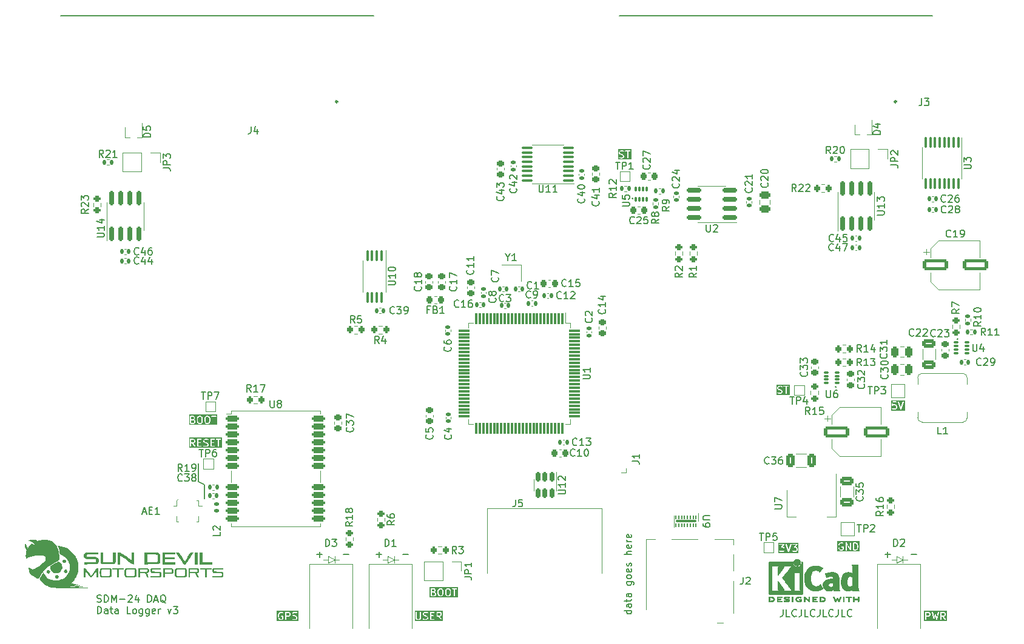
<source format=gto>
G04 #@! TF.GenerationSoftware,KiCad,Pcbnew,7.0.8*
G04 #@! TF.CreationDate,2023-12-03T17:14:39-07:00*
G04 #@! TF.ProjectId,sdm24logger,73646d32-346c-46f6-9767-65722e6b6963,v3*
G04 #@! TF.SameCoordinates,Original*
G04 #@! TF.FileFunction,Legend,Top*
G04 #@! TF.FilePolarity,Positive*
%FSLAX46Y46*%
G04 Gerber Fmt 4.6, Leading zero omitted, Abs format (unit mm)*
G04 Created by KiCad (PCBNEW 7.0.8) date 2023-12-03 17:14:39*
%MOMM*%
%LPD*%
G01*
G04 APERTURE LIST*
G04 Aperture macros list*
%AMRoundRect*
0 Rectangle with rounded corners*
0 $1 Rounding radius*
0 $2 $3 $4 $5 $6 $7 $8 $9 X,Y pos of 4 corners*
0 Add a 4 corners polygon primitive as box body*
4,1,4,$2,$3,$4,$5,$6,$7,$8,$9,$2,$3,0*
0 Add four circle primitives for the rounded corners*
1,1,$1+$1,$2,$3*
1,1,$1+$1,$4,$5*
1,1,$1+$1,$6,$7*
1,1,$1+$1,$8,$9*
0 Add four rect primitives between the rounded corners*
20,1,$1+$1,$2,$3,$4,$5,0*
20,1,$1+$1,$4,$5,$6,$7,0*
20,1,$1+$1,$6,$7,$8,$9,0*
20,1,$1+$1,$8,$9,$2,$3,0*%
G04 Aperture macros list end*
%ADD10C,0.150000*%
%ADD11C,0.120000*%
%ADD12C,0.152400*%
%ADD13C,0.254000*%
%ADD14C,0.010000*%
%ADD15RoundRect,0.140000X0.140000X0.170000X-0.140000X0.170000X-0.140000X-0.170000X0.140000X-0.170000X0*%
%ADD16RoundRect,0.135000X-0.135000X-0.185000X0.135000X-0.185000X0.135000X0.185000X-0.135000X0.185000X0*%
%ADD17RoundRect,0.200000X0.200000X0.275000X-0.200000X0.275000X-0.200000X-0.275000X0.200000X-0.275000X0*%
%ADD18RoundRect,0.140000X-0.140000X-0.170000X0.140000X-0.170000X0.140000X0.170000X-0.140000X0.170000X0*%
%ADD19RoundRect,0.225000X-0.250000X0.225000X-0.250000X-0.225000X0.250000X-0.225000X0.250000X0.225000X0*%
%ADD20RoundRect,0.250000X-1.500000X-0.550000X1.500000X-0.550000X1.500000X0.550000X-1.500000X0.550000X0*%
%ADD21RoundRect,0.200000X-0.200000X-0.275000X0.200000X-0.275000X0.200000X0.275000X-0.200000X0.275000X0*%
%ADD22RoundRect,0.225000X-0.225000X-0.250000X0.225000X-0.250000X0.225000X0.250000X-0.225000X0.250000X0*%
%ADD23RoundRect,0.225000X0.225000X0.250000X-0.225000X0.250000X-0.225000X-0.250000X0.225000X-0.250000X0*%
%ADD24R,1.000000X1.000000*%
%ADD25R,1.700000X1.700000*%
%ADD26O,1.700000X1.700000*%
%ADD27C,2.844800*%
%ADD28C,2.600000*%
%ADD29RoundRect,0.150000X-0.150000X0.512500X-0.150000X-0.512500X0.150000X-0.512500X0.150000X0.512500X0*%
%ADD30C,3.200000*%
%ADD31RoundRect,0.200000X0.275000X-0.200000X0.275000X0.200000X-0.275000X0.200000X-0.275000X-0.200000X0*%
%ADD32RoundRect,0.140000X0.170000X-0.140000X0.170000X0.140000X-0.170000X0.140000X-0.170000X-0.140000X0*%
%ADD33RoundRect,0.050000X-0.050000X0.175000X-0.050000X-0.175000X0.050000X-0.175000X0.050000X0.175000X0*%
%ADD34RoundRect,0.075000X-1.325000X0.075000X-1.325000X-0.075000X1.325000X-0.075000X1.325000X0.075000X0*%
%ADD35RoundRect,0.135000X0.185000X-0.135000X0.185000X0.135000X-0.185000X0.135000X-0.185000X-0.135000X0*%
%ADD36R,2.200000X1.050000*%
%ADD37R,2.950000X3.500000*%
%ADD38RoundRect,0.218750X0.218750X0.256250X-0.218750X0.256250X-0.218750X-0.256250X0.218750X-0.256250X0*%
%ADD39RoundRect,0.225000X0.250000X-0.225000X0.250000X0.225000X-0.250000X0.225000X-0.250000X-0.225000X0*%
%ADD40RoundRect,0.075000X0.075000X-0.260000X0.075000X0.260000X-0.075000X0.260000X-0.075000X-0.260000X0*%
%ADD41RoundRect,0.250000X-0.325000X-0.650000X0.325000X-0.650000X0.325000X0.650000X-0.325000X0.650000X0*%
%ADD42R,0.850000X1.100000*%
%ADD43R,0.750000X1.100000*%
%ADD44R,1.200000X1.000000*%
%ADD45R,1.550000X1.350000*%
%ADD46R,1.900000X1.350000*%
%ADD47R,1.170000X1.800000*%
%ADD48RoundRect,0.075000X-0.075000X0.725000X-0.075000X-0.725000X0.075000X-0.725000X0.075000X0.725000X0*%
%ADD49RoundRect,0.075000X-0.725000X0.075000X-0.725000X-0.075000X0.725000X-0.075000X0.725000X0.075000X0*%
%ADD50RoundRect,0.250000X-0.250000X-0.475000X0.250000X-0.475000X0.250000X0.475000X-0.250000X0.475000X0*%
%ADD51R,0.450000X0.700000*%
%ADD52R,1.500000X1.500000*%
%ADD53RoundRect,0.150000X0.150000X-0.825000X0.150000X0.825000X-0.150000X0.825000X-0.150000X-0.825000X0*%
%ADD54RoundRect,0.135000X-0.185000X0.135000X-0.185000X-0.135000X0.185000X-0.135000X0.185000X0.135000X0*%
%ADD55C,0.990600*%
%ADD56C,0.787400*%
%ADD57RoundRect,0.250000X-0.650000X0.325000X-0.650000X-0.325000X0.650000X-0.325000X0.650000X0.325000X0*%
%ADD58RoundRect,0.200000X-0.275000X0.200000X-0.275000X-0.200000X0.275000X-0.200000X0.275000X0.200000X0*%
%ADD59C,1.524000*%
%ADD60RoundRect,0.150000X0.825000X0.150000X-0.825000X0.150000X-0.825000X-0.150000X0.825000X-0.150000X0*%
%ADD61RoundRect,0.135000X0.135000X0.185000X-0.135000X0.185000X-0.135000X-0.185000X0.135000X-0.185000X0*%
%ADD62RoundRect,0.140000X-0.170000X0.140000X-0.170000X-0.140000X0.170000X-0.140000X0.170000X0.140000X0*%
%ADD63RoundRect,0.147500X0.172500X-0.147500X0.172500X0.147500X-0.172500X0.147500X-0.172500X-0.147500X0*%
%ADD64RoundRect,0.075000X0.260000X0.075000X-0.260000X0.075000X-0.260000X-0.075000X0.260000X-0.075000X0*%
%ADD65C,2.300000*%
%ADD66C,1.600000*%
%ADD67RoundRect,0.200000X-0.700000X-0.200000X0.700000X-0.200000X0.700000X0.200000X-0.700000X0.200000X0*%
%ADD68R,0.900000X0.800000*%
%ADD69RoundRect,0.100000X-0.100000X0.637500X-0.100000X-0.637500X0.100000X-0.637500X0.100000X0.637500X0*%
%ADD70RoundRect,0.075000X-0.260000X-0.075000X0.260000X-0.075000X0.260000X0.075000X-0.260000X0.075000X0*%
%ADD71RoundRect,0.250000X0.475000X-0.250000X0.475000X0.250000X-0.475000X0.250000X-0.475000X-0.250000X0*%
%ADD72RoundRect,0.100000X-0.100000X0.675000X-0.100000X-0.675000X0.100000X-0.675000X0.100000X0.675000X0*%
%ADD73RoundRect,0.100000X0.637500X0.100000X-0.637500X0.100000X-0.637500X-0.100000X0.637500X-0.100000X0*%
%ADD74R,1.500000X2.000000*%
%ADD75R,3.800000X2.000000*%
G04 APERTURE END LIST*
D10*
X83200000Y-136100000D02*
X84100000Y-136500000D01*
X83200000Y-133600000D02*
X83200000Y-136100000D01*
X84100000Y-136500000D02*
X84100000Y-138500000D01*
G36*
X143634449Y-91087676D02*
G01*
X141771303Y-91087676D01*
X141771303Y-90155533D01*
X141914160Y-90155533D01*
X141915693Y-90159746D01*
X141914652Y-90164107D01*
X141922078Y-90189074D01*
X141969697Y-90284312D01*
X141970886Y-90285437D01*
X141983746Y-90303804D01*
X142031365Y-90351423D01*
X142032846Y-90352114D01*
X142050857Y-90365472D01*
X142146095Y-90413091D01*
X142149623Y-90413497D01*
X142161446Y-90418770D01*
X142343936Y-90464392D01*
X142420923Y-90502886D01*
X142451330Y-90533293D01*
X142485588Y-90601809D01*
X142485588Y-90661637D01*
X142451329Y-90730153D01*
X142420922Y-90760561D01*
X142352407Y-90794819D01*
X142144187Y-90794819D01*
X142012877Y-90751049D01*
X141961593Y-90752450D01*
X141923208Y-90786487D01*
X141915683Y-90837236D01*
X141942538Y-90880948D01*
X141965443Y-90893351D01*
X142108299Y-90940970D01*
X142109934Y-90940925D01*
X142132017Y-90944819D01*
X142370112Y-90944819D01*
X142374325Y-90943285D01*
X142378686Y-90944327D01*
X142403653Y-90936901D01*
X142498891Y-90889282D01*
X142500015Y-90888094D01*
X142518384Y-90875232D01*
X142566002Y-90827613D01*
X142566692Y-90826131D01*
X142580051Y-90808121D01*
X142627670Y-90712883D01*
X142628182Y-90708429D01*
X142631065Y-90704994D01*
X142635588Y-90679342D01*
X142635588Y-90584104D01*
X142634054Y-90579890D01*
X142635096Y-90575529D01*
X142627670Y-90550563D01*
X142580051Y-90455325D01*
X142578861Y-90454199D01*
X142566002Y-90435833D01*
X142518383Y-90388214D01*
X142516901Y-90387523D01*
X142498891Y-90374165D01*
X142403653Y-90326546D01*
X142400124Y-90326139D01*
X142388302Y-90320867D01*
X142205812Y-90275244D01*
X142128825Y-90236751D01*
X142098418Y-90206344D01*
X142064160Y-90137828D01*
X142064160Y-90078000D01*
X142098418Y-90009484D01*
X142128825Y-89979077D01*
X142197341Y-89944819D01*
X142405561Y-89944819D01*
X142536870Y-89988589D01*
X142588154Y-89987188D01*
X142626540Y-89953150D01*
X142634065Y-89902402D01*
X142607210Y-89858689D01*
X142603712Y-89856795D01*
X142772442Y-89856795D01*
X142781351Y-89907319D01*
X142820651Y-89940296D01*
X142846303Y-89944819D01*
X143057017Y-89944819D01*
X143057017Y-90869819D01*
X143074564Y-90918028D01*
X143118993Y-90943680D01*
X143169517Y-90934771D01*
X143202494Y-90895471D01*
X143207017Y-90869819D01*
X143207017Y-89944819D01*
X143417731Y-89944819D01*
X143465940Y-89927272D01*
X143491592Y-89882843D01*
X143482683Y-89832319D01*
X143443383Y-89799342D01*
X143417731Y-89794819D01*
X142846303Y-89794819D01*
X142798094Y-89812366D01*
X142772442Y-89856795D01*
X142603712Y-89856795D01*
X142584305Y-89846287D01*
X142441448Y-89798668D01*
X142439813Y-89798712D01*
X142417731Y-89794819D01*
X142179636Y-89794819D01*
X142175422Y-89796352D01*
X142171061Y-89795311D01*
X142146095Y-89802737D01*
X142050857Y-89850356D01*
X142049731Y-89851545D01*
X142031365Y-89864405D01*
X141983746Y-89912024D01*
X141983055Y-89913505D01*
X141969697Y-89931516D01*
X141922078Y-90026754D01*
X141921565Y-90031207D01*
X141918683Y-90034643D01*
X141914160Y-90060295D01*
X141914160Y-90155533D01*
X141771303Y-90155533D01*
X141771303Y-89651962D01*
X143634449Y-89651962D01*
X143634449Y-91087676D01*
G37*
G36*
X185168542Y-154479077D02*
G01*
X185198949Y-154509484D01*
X185233207Y-154578000D01*
X185233207Y-154685447D01*
X185198949Y-154753963D01*
X185168542Y-154784370D01*
X185100026Y-154818628D01*
X184811779Y-154818628D01*
X184811779Y-154444819D01*
X185100026Y-154444819D01*
X185168542Y-154479077D01*
G37*
G36*
X187311399Y-154479077D02*
G01*
X187341806Y-154509484D01*
X187376064Y-154578000D01*
X187376064Y-154685447D01*
X187341806Y-154753963D01*
X187311399Y-154784370D01*
X187242883Y-154818628D01*
X186954636Y-154818628D01*
X186954636Y-154444819D01*
X187242883Y-154444819D01*
X187311399Y-154479077D01*
G37*
G36*
X187668921Y-155587545D02*
G01*
X184518922Y-155587545D01*
X184518922Y-155369819D01*
X184661779Y-155369819D01*
X184679326Y-155418028D01*
X184723755Y-155443680D01*
X184774279Y-155434771D01*
X184807256Y-155395471D01*
X184811779Y-155369819D01*
X184811779Y-154968628D01*
X185117731Y-154968628D01*
X185121944Y-154967094D01*
X185126305Y-154968136D01*
X185151272Y-154960710D01*
X185246510Y-154913091D01*
X185247635Y-154911901D01*
X185266002Y-154899042D01*
X185313621Y-154851423D01*
X185314312Y-154849941D01*
X185327670Y-154831931D01*
X185375289Y-154736693D01*
X185375801Y-154732239D01*
X185378684Y-154728804D01*
X185383207Y-154703152D01*
X185383207Y-154560295D01*
X185381673Y-154556081D01*
X185382715Y-154551720D01*
X185375289Y-154526754D01*
X185327670Y-154431516D01*
X185326480Y-154430390D01*
X185313621Y-154412024D01*
X185266002Y-154364405D01*
X185264520Y-154363714D01*
X185261114Y-154361188D01*
X185567039Y-154361188D01*
X185568581Y-154387191D01*
X185806676Y-155387191D01*
X185811005Y-155393759D01*
X185811701Y-155401597D01*
X185824761Y-155414626D01*
X185834912Y-155430024D01*
X185842450Y-155432272D01*
X185848021Y-155437830D01*
X185866397Y-155439415D01*
X185884074Y-155444688D01*
X185891296Y-155441563D01*
X185899134Y-155442240D01*
X185914230Y-155431642D01*
X185931160Y-155424319D01*
X185934683Y-155417284D01*
X185941124Y-155412764D01*
X185952104Y-155389144D01*
X186070111Y-154946613D01*
X186188120Y-155389144D01*
X186192625Y-155395595D01*
X186193531Y-155403410D01*
X186206936Y-155416083D01*
X186217497Y-155431204D01*
X186225091Y-155433248D01*
X186230810Y-155438655D01*
X186249223Y-155439746D01*
X186267035Y-155444542D01*
X186274171Y-155441224D01*
X186282024Y-155441690D01*
X186296827Y-155430693D01*
X186313558Y-155422916D01*
X186316892Y-155415787D01*
X186323207Y-155411097D01*
X186333548Y-155387191D01*
X186337684Y-155369819D01*
X186804636Y-155369819D01*
X186822183Y-155418028D01*
X186866612Y-155443680D01*
X186917136Y-155434771D01*
X186950113Y-155395471D01*
X186954636Y-155369819D01*
X186954636Y-154968628D01*
X187078682Y-154968628D01*
X187389622Y-155412829D01*
X187431643Y-155442261D01*
X187482751Y-155437797D01*
X187519033Y-155401525D01*
X187523512Y-155350418D01*
X187512507Y-155326810D01*
X187261537Y-154968282D01*
X187264801Y-154967094D01*
X187269162Y-154968136D01*
X187294129Y-154960710D01*
X187389367Y-154913091D01*
X187390492Y-154911901D01*
X187408859Y-154899042D01*
X187456478Y-154851423D01*
X187457169Y-154849941D01*
X187470527Y-154831931D01*
X187518146Y-154736693D01*
X187518658Y-154732239D01*
X187521541Y-154728804D01*
X187526064Y-154703152D01*
X187526064Y-154560295D01*
X187524530Y-154556081D01*
X187525572Y-154551720D01*
X187518146Y-154526754D01*
X187470527Y-154431516D01*
X187469337Y-154430390D01*
X187456478Y-154412024D01*
X187408859Y-154364405D01*
X187407377Y-154363714D01*
X187389367Y-154350356D01*
X187294129Y-154302737D01*
X187289675Y-154302224D01*
X187286240Y-154299342D01*
X187260588Y-154294819D01*
X186879636Y-154294819D01*
X186861327Y-154301482D01*
X186842136Y-154304867D01*
X186837785Y-154310051D01*
X186831427Y-154312366D01*
X186821684Y-154329239D01*
X186809159Y-154344167D01*
X186807441Y-154353909D01*
X186805775Y-154356795D01*
X186806353Y-154360077D01*
X186804636Y-154369819D01*
X186804636Y-155369819D01*
X186337684Y-155369819D01*
X186571644Y-154387191D01*
X186565741Y-154336228D01*
X186528462Y-154300983D01*
X186477248Y-154297948D01*
X186436065Y-154328541D01*
X186425724Y-154352448D01*
X186256471Y-155063303D01*
X186142580Y-154636208D01*
X186138652Y-154630585D01*
X186138047Y-154623755D01*
X186124309Y-154610049D01*
X186113203Y-154594148D01*
X186106584Y-154592365D01*
X186101728Y-154587521D01*
X186082394Y-154585852D01*
X186063665Y-154580810D01*
X186057446Y-154583700D01*
X186050614Y-154583111D01*
X186034734Y-154594258D01*
X186017143Y-154602436D01*
X186014237Y-154608647D01*
X186008624Y-154612588D01*
X185997644Y-154636208D01*
X185883752Y-155063303D01*
X185714501Y-154352447D01*
X185686265Y-154309614D01*
X185637103Y-154294950D01*
X185590017Y-154315319D01*
X185567039Y-154361188D01*
X185261114Y-154361188D01*
X185246510Y-154350356D01*
X185151272Y-154302737D01*
X185146818Y-154302224D01*
X185143383Y-154299342D01*
X185117731Y-154294819D01*
X184736779Y-154294819D01*
X184718470Y-154301482D01*
X184699279Y-154304867D01*
X184694928Y-154310051D01*
X184688570Y-154312366D01*
X184678827Y-154329239D01*
X184666302Y-154344167D01*
X184664584Y-154353909D01*
X184662918Y-154356795D01*
X184663496Y-154360077D01*
X184661779Y-154369819D01*
X184661779Y-155369819D01*
X184518922Y-155369819D01*
X184518922Y-154151962D01*
X187668921Y-154151962D01*
X187668921Y-155587545D01*
G37*
G36*
X181826977Y-126187676D02*
G01*
X179871589Y-126187676D01*
X179871589Y-125439473D01*
X180014446Y-125439473D01*
X180020972Y-125463832D01*
X180027195Y-125488262D01*
X180027595Y-125488549D01*
X180027723Y-125489027D01*
X180048357Y-125503475D01*
X180068851Y-125518208D01*
X180069344Y-125518170D01*
X180069749Y-125518454D01*
X180094852Y-125516257D01*
X180120011Y-125514370D01*
X180120364Y-125514024D01*
X180120856Y-125513982D01*
X180142193Y-125499042D01*
X180181206Y-125460029D01*
X180249722Y-125425771D01*
X180452407Y-125425771D01*
X180520923Y-125460029D01*
X180551330Y-125490436D01*
X180585588Y-125558952D01*
X180585588Y-125761637D01*
X180551329Y-125830153D01*
X180520922Y-125860561D01*
X180452407Y-125894819D01*
X180249722Y-125894819D01*
X180181206Y-125860561D01*
X180142194Y-125821548D01*
X180095697Y-125799866D01*
X180046142Y-125813143D01*
X180016716Y-125855168D01*
X180021186Y-125906275D01*
X180036126Y-125927612D01*
X180083745Y-125975232D01*
X180085226Y-125975922D01*
X180103238Y-125989282D01*
X180198476Y-126036901D01*
X180202929Y-126037413D01*
X180206365Y-126040296D01*
X180232017Y-126044819D01*
X180470112Y-126044819D01*
X180474325Y-126043285D01*
X180478686Y-126044327D01*
X180503653Y-126036901D01*
X180598891Y-125989282D01*
X180600015Y-125988094D01*
X180618384Y-125975232D01*
X180666002Y-125927613D01*
X180666692Y-125926131D01*
X180680051Y-125908121D01*
X180727670Y-125812883D01*
X180728182Y-125808429D01*
X180731065Y-125804994D01*
X180735588Y-125779342D01*
X180735588Y-125541247D01*
X180734054Y-125537033D01*
X180735096Y-125532672D01*
X180727670Y-125507706D01*
X180680051Y-125412468D01*
X180678861Y-125411342D01*
X180666002Y-125392976D01*
X180618383Y-125345357D01*
X180616901Y-125344666D01*
X180598891Y-125331308D01*
X180503653Y-125283689D01*
X180499199Y-125283176D01*
X180495764Y-125280294D01*
X180470112Y-125275771D01*
X180232017Y-125275771D01*
X180227803Y-125277304D01*
X180223442Y-125276263D01*
X180198476Y-125283689D01*
X180179834Y-125293009D01*
X180204653Y-125044819D01*
X180612969Y-125044819D01*
X180661178Y-125027272D01*
X180686830Y-124982843D01*
X180684172Y-124967770D01*
X180871331Y-124967770D01*
X180875152Y-124993536D01*
X181208485Y-125993536D01*
X181209827Y-125995227D01*
X181209886Y-125997386D01*
X181225635Y-126015147D01*
X181240376Y-126033722D01*
X181242489Y-126034154D01*
X181243923Y-126035771D01*
X181267393Y-126039251D01*
X181290637Y-126044008D01*
X181292536Y-126042979D01*
X181294672Y-126043296D01*
X181314885Y-126030877D01*
X181335751Y-126019579D01*
X181336544Y-126017571D01*
X181338384Y-126016441D01*
X181350787Y-125993536D01*
X181684120Y-124993536D01*
X181682719Y-124942253D01*
X181648681Y-124903867D01*
X181597933Y-124896342D01*
X181554220Y-124923197D01*
X181541818Y-124946102D01*
X181279636Y-125732648D01*
X181017454Y-124946102D01*
X180985563Y-124905916D01*
X180935302Y-124895630D01*
X180890188Y-124920059D01*
X180871331Y-124967770D01*
X180684172Y-124967770D01*
X180677921Y-124932319D01*
X180638621Y-124899342D01*
X180612969Y-124894819D01*
X180136779Y-124894819D01*
X180121811Y-124900266D01*
X180105928Y-124901458D01*
X180098421Y-124908780D01*
X180088570Y-124912366D01*
X180080606Y-124926159D01*
X180069204Y-124937282D01*
X180064472Y-124954102D01*
X180062918Y-124956795D01*
X180063225Y-124958537D01*
X180062151Y-124962356D01*
X180014532Y-125438546D01*
X180014654Y-125439026D01*
X180014446Y-125439473D01*
X179871589Y-125439473D01*
X179871589Y-124751962D01*
X181826977Y-124751962D01*
X181826977Y-126187676D01*
G37*
G36*
X95868542Y-154479077D02*
G01*
X95898949Y-154509484D01*
X95933207Y-154578000D01*
X95933207Y-154685447D01*
X95898949Y-154753963D01*
X95868542Y-154784370D01*
X95800026Y-154818628D01*
X95511779Y-154818628D01*
X95511779Y-154444819D01*
X95800026Y-154444819D01*
X95868542Y-154479077D01*
G37*
G36*
X97178445Y-155587676D02*
G01*
X94171303Y-155587676D01*
X94171303Y-154941247D01*
X94314160Y-154941247D01*
X94315345Y-154944504D01*
X94316399Y-154959437D01*
X94364018Y-155149913D01*
X94366006Y-155152857D01*
X94369697Y-155165264D01*
X94417316Y-155260502D01*
X94418502Y-155261625D01*
X94431365Y-155279994D01*
X94526603Y-155375233D01*
X94530667Y-155377128D01*
X94533014Y-155380948D01*
X94555919Y-155393351D01*
X94698775Y-155440970D01*
X94700410Y-155440925D01*
X94722493Y-155444819D01*
X94817731Y-155444819D01*
X94819269Y-155444258D01*
X94841448Y-155440970D01*
X94984305Y-155393351D01*
X94987816Y-155390563D01*
X94992285Y-155390173D01*
X95013622Y-155375232D01*
X95019035Y-155369819D01*
X95361779Y-155369819D01*
X95379326Y-155418028D01*
X95423755Y-155443680D01*
X95474279Y-155434771D01*
X95507256Y-155395471D01*
X95511779Y-155369819D01*
X95511779Y-154968628D01*
X95817731Y-154968628D01*
X95821944Y-154967094D01*
X95826305Y-154968136D01*
X95851272Y-154960710D01*
X95946510Y-154913091D01*
X95947635Y-154911901D01*
X95966002Y-154899042D01*
X96013621Y-154851423D01*
X96014312Y-154849941D01*
X96027670Y-154831931D01*
X96075289Y-154736693D01*
X96075801Y-154732239D01*
X96078684Y-154728804D01*
X96083207Y-154703152D01*
X96083207Y-154655533D01*
X96314160Y-154655533D01*
X96315693Y-154659746D01*
X96314652Y-154664107D01*
X96322078Y-154689074D01*
X96369697Y-154784312D01*
X96370886Y-154785437D01*
X96383746Y-154803804D01*
X96431365Y-154851423D01*
X96432846Y-154852114D01*
X96450857Y-154865472D01*
X96546095Y-154913091D01*
X96549623Y-154913497D01*
X96561446Y-154918770D01*
X96743936Y-154964392D01*
X96820923Y-155002886D01*
X96851330Y-155033293D01*
X96885588Y-155101809D01*
X96885588Y-155161637D01*
X96851329Y-155230153D01*
X96820922Y-155260561D01*
X96752407Y-155294819D01*
X96544187Y-155294819D01*
X96412877Y-155251049D01*
X96361593Y-155252450D01*
X96323208Y-155286487D01*
X96315683Y-155337236D01*
X96342538Y-155380948D01*
X96365443Y-155393351D01*
X96508299Y-155440970D01*
X96509934Y-155440925D01*
X96532017Y-155444819D01*
X96770112Y-155444819D01*
X96774325Y-155443285D01*
X96778686Y-155444327D01*
X96803653Y-155436901D01*
X96898891Y-155389282D01*
X96900015Y-155388094D01*
X96918384Y-155375232D01*
X96966002Y-155327613D01*
X96966692Y-155326131D01*
X96980051Y-155308121D01*
X97027670Y-155212883D01*
X97028182Y-155208429D01*
X97031065Y-155204994D01*
X97035588Y-155179342D01*
X97035588Y-155084104D01*
X97034054Y-155079890D01*
X97035096Y-155075529D01*
X97027670Y-155050563D01*
X96980051Y-154955325D01*
X96978861Y-154954199D01*
X96966002Y-154935833D01*
X96918383Y-154888214D01*
X96916901Y-154887523D01*
X96898891Y-154874165D01*
X96803653Y-154826546D01*
X96800124Y-154826139D01*
X96788302Y-154820867D01*
X96605812Y-154775244D01*
X96528825Y-154736751D01*
X96498418Y-154706344D01*
X96464160Y-154637828D01*
X96464160Y-154578000D01*
X96498418Y-154509484D01*
X96528825Y-154479077D01*
X96597341Y-154444819D01*
X96805561Y-154444819D01*
X96936870Y-154488589D01*
X96988154Y-154487188D01*
X97026540Y-154453150D01*
X97034065Y-154402402D01*
X97007210Y-154358689D01*
X96984305Y-154346287D01*
X96841448Y-154298668D01*
X96839813Y-154298712D01*
X96817731Y-154294819D01*
X96579636Y-154294819D01*
X96575422Y-154296352D01*
X96571061Y-154295311D01*
X96546095Y-154302737D01*
X96450857Y-154350356D01*
X96449731Y-154351545D01*
X96431365Y-154364405D01*
X96383746Y-154412024D01*
X96383055Y-154413505D01*
X96369697Y-154431516D01*
X96322078Y-154526754D01*
X96321565Y-154531207D01*
X96318683Y-154534643D01*
X96314160Y-154560295D01*
X96314160Y-154655533D01*
X96083207Y-154655533D01*
X96083207Y-154560295D01*
X96081673Y-154556081D01*
X96082715Y-154551720D01*
X96075289Y-154526754D01*
X96027670Y-154431516D01*
X96026480Y-154430390D01*
X96013621Y-154412024D01*
X95966002Y-154364405D01*
X95964520Y-154363714D01*
X95946510Y-154350356D01*
X95851272Y-154302737D01*
X95846818Y-154302224D01*
X95843383Y-154299342D01*
X95817731Y-154294819D01*
X95436779Y-154294819D01*
X95418470Y-154301482D01*
X95399279Y-154304867D01*
X95394928Y-154310051D01*
X95388570Y-154312366D01*
X95378827Y-154329239D01*
X95366302Y-154344167D01*
X95364584Y-154353909D01*
X95362918Y-154356795D01*
X95363496Y-154360077D01*
X95361779Y-154369819D01*
X95361779Y-155369819D01*
X95019035Y-155369819D01*
X95061240Y-155327613D01*
X95068158Y-155312775D01*
X95078684Y-155300232D01*
X95081527Y-155284104D01*
X95082921Y-155281116D01*
X95082398Y-155279165D01*
X95083207Y-155274580D01*
X95083207Y-154941247D01*
X95076543Y-154922938D01*
X95073159Y-154903747D01*
X95067974Y-154899396D01*
X95065660Y-154893038D01*
X95048786Y-154883295D01*
X95033859Y-154870770D01*
X95024116Y-154869052D01*
X95021231Y-154867386D01*
X95017948Y-154867964D01*
X95008207Y-154866247D01*
X94817731Y-154866247D01*
X94769522Y-154883794D01*
X94743870Y-154928223D01*
X94752779Y-154978747D01*
X94792079Y-155011724D01*
X94817731Y-155016247D01*
X94933207Y-155016247D01*
X94933207Y-155243514D01*
X94920074Y-155256647D01*
X94805561Y-155294819D01*
X94734663Y-155294819D01*
X94620150Y-155256648D01*
X94546037Y-155182534D01*
X94507543Y-155105547D01*
X94464160Y-154932013D01*
X94464160Y-154807624D01*
X94507543Y-154634090D01*
X94546037Y-154557103D01*
X94620150Y-154482990D01*
X94734663Y-154444819D01*
X94847645Y-154444819D01*
X94927047Y-154484520D01*
X94978013Y-154490385D01*
X95020826Y-154462119D01*
X95035453Y-154412944D01*
X95015050Y-154365873D01*
X94994129Y-154350356D01*
X94898891Y-154302737D01*
X94894437Y-154302224D01*
X94891002Y-154299342D01*
X94865350Y-154294819D01*
X94722493Y-154294819D01*
X94720955Y-154295378D01*
X94698775Y-154298668D01*
X94555919Y-154346287D01*
X94552408Y-154349073D01*
X94547940Y-154349464D01*
X94526603Y-154364405D01*
X94431365Y-154459643D01*
X94430674Y-154461124D01*
X94417316Y-154479135D01*
X94369697Y-154574373D01*
X94369290Y-154577901D01*
X94364018Y-154589724D01*
X94316399Y-154780200D01*
X94316759Y-154783648D01*
X94314160Y-154798390D01*
X94314160Y-154941247D01*
X94171303Y-154941247D01*
X94171303Y-154151962D01*
X97178445Y-154151962D01*
X97178445Y-155587676D01*
G37*
G36*
X175024836Y-144782990D02*
G01*
X175098949Y-144857103D01*
X175137442Y-144934090D01*
X175180826Y-145107624D01*
X175180826Y-145232013D01*
X175137442Y-145405547D01*
X175098948Y-145482534D01*
X175024836Y-145556647D01*
X174910323Y-145594819D01*
X174759398Y-145594819D01*
X174759398Y-144744819D01*
X174910323Y-144744819D01*
X175024836Y-144782990D01*
G37*
G36*
X175473683Y-145887676D02*
G01*
X172371303Y-145887676D01*
X172371303Y-145241247D01*
X172514160Y-145241247D01*
X172515345Y-145244504D01*
X172516399Y-145259437D01*
X172564018Y-145449913D01*
X172566006Y-145452857D01*
X172569697Y-145465264D01*
X172617316Y-145560502D01*
X172618502Y-145561625D01*
X172631365Y-145579994D01*
X172726603Y-145675233D01*
X172730667Y-145677128D01*
X172733014Y-145680948D01*
X172755919Y-145693351D01*
X172898775Y-145740970D01*
X172900410Y-145740925D01*
X172922493Y-145744819D01*
X173017731Y-145744819D01*
X173019269Y-145744258D01*
X173041448Y-145740970D01*
X173184305Y-145693351D01*
X173187816Y-145690563D01*
X173192285Y-145690173D01*
X173213622Y-145675232D01*
X173219035Y-145669819D01*
X173561779Y-145669819D01*
X173579326Y-145718028D01*
X173623755Y-145743680D01*
X173674279Y-145734771D01*
X173707256Y-145695471D01*
X173711779Y-145669819D01*
X173711779Y-144952235D01*
X174143089Y-145707030D01*
X174148382Y-145711511D01*
X174150754Y-145718028D01*
X174167491Y-145727691D01*
X174182242Y-145740181D01*
X174189176Y-145740211D01*
X174195183Y-145743680D01*
X174214216Y-145740323D01*
X174233544Y-145740410D01*
X174238877Y-145735975D01*
X174245707Y-145734771D01*
X174258131Y-145719964D01*
X174272991Y-145707608D01*
X174274225Y-145700784D01*
X174278684Y-145695471D01*
X174283207Y-145669819D01*
X174609398Y-145669819D01*
X174616061Y-145688127D01*
X174619446Y-145707319D01*
X174624630Y-145711669D01*
X174626945Y-145718028D01*
X174643818Y-145727770D01*
X174658746Y-145740296D01*
X174668488Y-145742013D01*
X174671374Y-145743680D01*
X174674656Y-145743101D01*
X174684398Y-145744819D01*
X174922493Y-145744819D01*
X174924031Y-145744258D01*
X174946210Y-145740970D01*
X175089067Y-145693351D01*
X175092579Y-145690563D01*
X175097046Y-145690173D01*
X175118383Y-145675233D01*
X175213622Y-145579993D01*
X175214313Y-145578510D01*
X175227670Y-145560502D01*
X175275289Y-145465264D01*
X175275695Y-145461735D01*
X175280968Y-145449913D01*
X175328587Y-145259437D01*
X175328226Y-145255988D01*
X175330826Y-145241247D01*
X175330826Y-145098390D01*
X175329640Y-145095132D01*
X175328587Y-145080200D01*
X175280968Y-144889724D01*
X175278979Y-144886779D01*
X175275289Y-144874373D01*
X175227670Y-144779135D01*
X175226483Y-144778011D01*
X175213621Y-144759643D01*
X175118383Y-144664405D01*
X175114319Y-144662510D01*
X175111972Y-144658689D01*
X175089067Y-144646287D01*
X174946210Y-144598668D01*
X174944575Y-144598712D01*
X174922493Y-144594819D01*
X174684398Y-144594819D01*
X174666089Y-144601482D01*
X174646898Y-144604867D01*
X174642547Y-144610051D01*
X174636189Y-144612366D01*
X174626446Y-144629239D01*
X174613921Y-144644167D01*
X174612203Y-144653909D01*
X174610537Y-144656795D01*
X174611115Y-144660077D01*
X174609398Y-144669819D01*
X174609398Y-145669819D01*
X174283207Y-145669819D01*
X174283207Y-144669819D01*
X174265660Y-144621610D01*
X174221231Y-144595958D01*
X174170707Y-144604867D01*
X174137730Y-144644167D01*
X174133207Y-144669819D01*
X174133207Y-145387402D01*
X173701897Y-144632609D01*
X173696604Y-144628127D01*
X173694232Y-144621610D01*
X173677492Y-144611945D01*
X173662744Y-144599457D01*
X173655809Y-144599426D01*
X173649803Y-144595958D01*
X173630769Y-144599314D01*
X173611442Y-144599228D01*
X173606108Y-144603662D01*
X173599279Y-144604867D01*
X173586854Y-144619673D01*
X173571995Y-144632030D01*
X173570760Y-144638853D01*
X173566302Y-144644167D01*
X173561779Y-144669819D01*
X173561779Y-145669819D01*
X173219035Y-145669819D01*
X173261240Y-145627613D01*
X173268158Y-145612775D01*
X173278684Y-145600232D01*
X173281527Y-145584104D01*
X173282921Y-145581116D01*
X173282398Y-145579165D01*
X173283207Y-145574580D01*
X173283207Y-145241247D01*
X173276543Y-145222938D01*
X173273159Y-145203747D01*
X173267974Y-145199396D01*
X173265660Y-145193038D01*
X173248786Y-145183295D01*
X173233859Y-145170770D01*
X173224116Y-145169052D01*
X173221231Y-145167386D01*
X173217948Y-145167964D01*
X173208207Y-145166247D01*
X173017731Y-145166247D01*
X172969522Y-145183794D01*
X172943870Y-145228223D01*
X172952779Y-145278747D01*
X172992079Y-145311724D01*
X173017731Y-145316247D01*
X173133207Y-145316247D01*
X173133207Y-145543514D01*
X173120074Y-145556647D01*
X173005561Y-145594819D01*
X172934663Y-145594819D01*
X172820150Y-145556648D01*
X172746037Y-145482534D01*
X172707543Y-145405547D01*
X172664160Y-145232013D01*
X172664160Y-145107624D01*
X172707543Y-144934090D01*
X172746037Y-144857103D01*
X172820150Y-144782990D01*
X172934663Y-144744819D01*
X173047645Y-144744819D01*
X173127047Y-144784520D01*
X173178013Y-144790385D01*
X173220826Y-144762119D01*
X173235453Y-144712944D01*
X173215050Y-144665873D01*
X173194129Y-144650356D01*
X173098891Y-144602737D01*
X173094437Y-144602224D01*
X173091002Y-144599342D01*
X173065350Y-144594819D01*
X172922493Y-144594819D01*
X172920955Y-144595378D01*
X172898775Y-144598668D01*
X172755919Y-144646287D01*
X172752408Y-144649073D01*
X172747940Y-144649464D01*
X172726603Y-144664405D01*
X172631365Y-144759643D01*
X172630674Y-144761124D01*
X172617316Y-144779135D01*
X172569697Y-144874373D01*
X172569290Y-144877901D01*
X172564018Y-144889724D01*
X172516399Y-145080200D01*
X172516759Y-145083648D01*
X172514160Y-145098390D01*
X172514160Y-145241247D01*
X172371303Y-145241247D01*
X172371303Y-144451962D01*
X175473683Y-144451962D01*
X175473683Y-145887676D01*
G37*
G36*
X165734449Y-123987676D02*
G01*
X163871303Y-123987676D01*
X163871303Y-123055533D01*
X164014160Y-123055533D01*
X164015693Y-123059746D01*
X164014652Y-123064107D01*
X164022078Y-123089074D01*
X164069697Y-123184312D01*
X164070886Y-123185437D01*
X164083746Y-123203804D01*
X164131365Y-123251423D01*
X164132846Y-123252114D01*
X164150857Y-123265472D01*
X164246095Y-123313091D01*
X164249623Y-123313497D01*
X164261446Y-123318770D01*
X164443936Y-123364392D01*
X164520923Y-123402886D01*
X164551330Y-123433293D01*
X164585588Y-123501809D01*
X164585588Y-123561637D01*
X164551329Y-123630153D01*
X164520922Y-123660561D01*
X164452407Y-123694819D01*
X164244187Y-123694819D01*
X164112877Y-123651049D01*
X164061593Y-123652450D01*
X164023208Y-123686487D01*
X164015683Y-123737236D01*
X164042538Y-123780948D01*
X164065443Y-123793351D01*
X164208299Y-123840970D01*
X164209934Y-123840925D01*
X164232017Y-123844819D01*
X164470112Y-123844819D01*
X164474325Y-123843285D01*
X164478686Y-123844327D01*
X164503653Y-123836901D01*
X164598891Y-123789282D01*
X164600015Y-123788094D01*
X164618384Y-123775232D01*
X164666002Y-123727613D01*
X164666692Y-123726131D01*
X164680051Y-123708121D01*
X164727670Y-123612883D01*
X164728182Y-123608429D01*
X164731065Y-123604994D01*
X164735588Y-123579342D01*
X164735588Y-123484104D01*
X164734054Y-123479890D01*
X164735096Y-123475529D01*
X164727670Y-123450563D01*
X164680051Y-123355325D01*
X164678861Y-123354199D01*
X164666002Y-123335833D01*
X164618383Y-123288214D01*
X164616901Y-123287523D01*
X164598891Y-123274165D01*
X164503653Y-123226546D01*
X164500124Y-123226139D01*
X164488302Y-123220867D01*
X164305812Y-123175244D01*
X164228825Y-123136751D01*
X164198418Y-123106344D01*
X164164160Y-123037828D01*
X164164160Y-122978000D01*
X164198418Y-122909484D01*
X164228825Y-122879077D01*
X164297341Y-122844819D01*
X164505561Y-122844819D01*
X164636870Y-122888589D01*
X164688154Y-122887188D01*
X164726540Y-122853150D01*
X164734065Y-122802402D01*
X164707210Y-122758689D01*
X164703712Y-122756795D01*
X164872442Y-122756795D01*
X164881351Y-122807319D01*
X164920651Y-122840296D01*
X164946303Y-122844819D01*
X165157017Y-122844819D01*
X165157017Y-123769819D01*
X165174564Y-123818028D01*
X165218993Y-123843680D01*
X165269517Y-123834771D01*
X165302494Y-123795471D01*
X165307017Y-123769819D01*
X165307017Y-122844819D01*
X165517731Y-122844819D01*
X165565940Y-122827272D01*
X165591592Y-122782843D01*
X165582683Y-122732319D01*
X165543383Y-122699342D01*
X165517731Y-122694819D01*
X164946303Y-122694819D01*
X164898094Y-122712366D01*
X164872442Y-122756795D01*
X164703712Y-122756795D01*
X164684305Y-122746287D01*
X164541448Y-122698668D01*
X164539813Y-122698712D01*
X164517731Y-122694819D01*
X164279636Y-122694819D01*
X164275422Y-122696352D01*
X164271061Y-122695311D01*
X164246095Y-122702737D01*
X164150857Y-122750356D01*
X164149731Y-122751545D01*
X164131365Y-122764405D01*
X164083746Y-122812024D01*
X164083055Y-122813505D01*
X164069697Y-122831516D01*
X164022078Y-122926754D01*
X164021565Y-122931207D01*
X164018683Y-122934643D01*
X164014160Y-122960295D01*
X164014160Y-123055533D01*
X163871303Y-123055533D01*
X163871303Y-122551962D01*
X165734449Y-122551962D01*
X165734449Y-123987676D01*
G37*
X69089160Y-152912200D02*
X69232017Y-152959819D01*
X69232017Y-152959819D02*
X69470112Y-152959819D01*
X69470112Y-152959819D02*
X69565350Y-152912200D01*
X69565350Y-152912200D02*
X69612969Y-152864580D01*
X69612969Y-152864580D02*
X69660588Y-152769342D01*
X69660588Y-152769342D02*
X69660588Y-152674104D01*
X69660588Y-152674104D02*
X69612969Y-152578866D01*
X69612969Y-152578866D02*
X69565350Y-152531247D01*
X69565350Y-152531247D02*
X69470112Y-152483628D01*
X69470112Y-152483628D02*
X69279636Y-152436009D01*
X69279636Y-152436009D02*
X69184398Y-152388390D01*
X69184398Y-152388390D02*
X69136779Y-152340771D01*
X69136779Y-152340771D02*
X69089160Y-152245533D01*
X69089160Y-152245533D02*
X69089160Y-152150295D01*
X69089160Y-152150295D02*
X69136779Y-152055057D01*
X69136779Y-152055057D02*
X69184398Y-152007438D01*
X69184398Y-152007438D02*
X69279636Y-151959819D01*
X69279636Y-151959819D02*
X69517731Y-151959819D01*
X69517731Y-151959819D02*
X69660588Y-152007438D01*
X70089160Y-152959819D02*
X70089160Y-151959819D01*
X70089160Y-151959819D02*
X70327255Y-151959819D01*
X70327255Y-151959819D02*
X70470112Y-152007438D01*
X70470112Y-152007438D02*
X70565350Y-152102676D01*
X70565350Y-152102676D02*
X70612969Y-152197914D01*
X70612969Y-152197914D02*
X70660588Y-152388390D01*
X70660588Y-152388390D02*
X70660588Y-152531247D01*
X70660588Y-152531247D02*
X70612969Y-152721723D01*
X70612969Y-152721723D02*
X70565350Y-152816961D01*
X70565350Y-152816961D02*
X70470112Y-152912200D01*
X70470112Y-152912200D02*
X70327255Y-152959819D01*
X70327255Y-152959819D02*
X70089160Y-152959819D01*
X71089160Y-152959819D02*
X71089160Y-151959819D01*
X71089160Y-151959819D02*
X71422493Y-152674104D01*
X71422493Y-152674104D02*
X71755826Y-151959819D01*
X71755826Y-151959819D02*
X71755826Y-152959819D01*
X72232017Y-152578866D02*
X72993922Y-152578866D01*
X73422493Y-152055057D02*
X73470112Y-152007438D01*
X73470112Y-152007438D02*
X73565350Y-151959819D01*
X73565350Y-151959819D02*
X73803445Y-151959819D01*
X73803445Y-151959819D02*
X73898683Y-152007438D01*
X73898683Y-152007438D02*
X73946302Y-152055057D01*
X73946302Y-152055057D02*
X73993921Y-152150295D01*
X73993921Y-152150295D02*
X73993921Y-152245533D01*
X73993921Y-152245533D02*
X73946302Y-152388390D01*
X73946302Y-152388390D02*
X73374874Y-152959819D01*
X73374874Y-152959819D02*
X73993921Y-152959819D01*
X74851064Y-152293152D02*
X74851064Y-152959819D01*
X74612969Y-151912200D02*
X74374874Y-152626485D01*
X74374874Y-152626485D02*
X74993921Y-152626485D01*
X76136779Y-152959819D02*
X76136779Y-151959819D01*
X76136779Y-151959819D02*
X76374874Y-151959819D01*
X76374874Y-151959819D02*
X76517731Y-152007438D01*
X76517731Y-152007438D02*
X76612969Y-152102676D01*
X76612969Y-152102676D02*
X76660588Y-152197914D01*
X76660588Y-152197914D02*
X76708207Y-152388390D01*
X76708207Y-152388390D02*
X76708207Y-152531247D01*
X76708207Y-152531247D02*
X76660588Y-152721723D01*
X76660588Y-152721723D02*
X76612969Y-152816961D01*
X76612969Y-152816961D02*
X76517731Y-152912200D01*
X76517731Y-152912200D02*
X76374874Y-152959819D01*
X76374874Y-152959819D02*
X76136779Y-152959819D01*
X77089160Y-152674104D02*
X77565350Y-152674104D01*
X76993922Y-152959819D02*
X77327255Y-151959819D01*
X77327255Y-151959819D02*
X77660588Y-152959819D01*
X78660588Y-153055057D02*
X78565350Y-153007438D01*
X78565350Y-153007438D02*
X78470112Y-152912200D01*
X78470112Y-152912200D02*
X78327255Y-152769342D01*
X78327255Y-152769342D02*
X78232017Y-152721723D01*
X78232017Y-152721723D02*
X78136779Y-152721723D01*
X78184398Y-152959819D02*
X78089160Y-152912200D01*
X78089160Y-152912200D02*
X77993922Y-152816961D01*
X77993922Y-152816961D02*
X77946303Y-152626485D01*
X77946303Y-152626485D02*
X77946303Y-152293152D01*
X77946303Y-152293152D02*
X77993922Y-152102676D01*
X77993922Y-152102676D02*
X78089160Y-152007438D01*
X78089160Y-152007438D02*
X78184398Y-151959819D01*
X78184398Y-151959819D02*
X78374874Y-151959819D01*
X78374874Y-151959819D02*
X78470112Y-152007438D01*
X78470112Y-152007438D02*
X78565350Y-152102676D01*
X78565350Y-152102676D02*
X78612969Y-152293152D01*
X78612969Y-152293152D02*
X78612969Y-152626485D01*
X78612969Y-152626485D02*
X78565350Y-152816961D01*
X78565350Y-152816961D02*
X78470112Y-152912200D01*
X78470112Y-152912200D02*
X78374874Y-152959819D01*
X78374874Y-152959819D02*
X78184398Y-152959819D01*
X69136779Y-154569819D02*
X69136779Y-153569819D01*
X69136779Y-153569819D02*
X69374874Y-153569819D01*
X69374874Y-153569819D02*
X69517731Y-153617438D01*
X69517731Y-153617438D02*
X69612969Y-153712676D01*
X69612969Y-153712676D02*
X69660588Y-153807914D01*
X69660588Y-153807914D02*
X69708207Y-153998390D01*
X69708207Y-153998390D02*
X69708207Y-154141247D01*
X69708207Y-154141247D02*
X69660588Y-154331723D01*
X69660588Y-154331723D02*
X69612969Y-154426961D01*
X69612969Y-154426961D02*
X69517731Y-154522200D01*
X69517731Y-154522200D02*
X69374874Y-154569819D01*
X69374874Y-154569819D02*
X69136779Y-154569819D01*
X70565350Y-154569819D02*
X70565350Y-154046009D01*
X70565350Y-154046009D02*
X70517731Y-153950771D01*
X70517731Y-153950771D02*
X70422493Y-153903152D01*
X70422493Y-153903152D02*
X70232017Y-153903152D01*
X70232017Y-153903152D02*
X70136779Y-153950771D01*
X70565350Y-154522200D02*
X70470112Y-154569819D01*
X70470112Y-154569819D02*
X70232017Y-154569819D01*
X70232017Y-154569819D02*
X70136779Y-154522200D01*
X70136779Y-154522200D02*
X70089160Y-154426961D01*
X70089160Y-154426961D02*
X70089160Y-154331723D01*
X70089160Y-154331723D02*
X70136779Y-154236485D01*
X70136779Y-154236485D02*
X70232017Y-154188866D01*
X70232017Y-154188866D02*
X70470112Y-154188866D01*
X70470112Y-154188866D02*
X70565350Y-154141247D01*
X70898684Y-153903152D02*
X71279636Y-153903152D01*
X71041541Y-153569819D02*
X71041541Y-154426961D01*
X71041541Y-154426961D02*
X71089160Y-154522200D01*
X71089160Y-154522200D02*
X71184398Y-154569819D01*
X71184398Y-154569819D02*
X71279636Y-154569819D01*
X72041541Y-154569819D02*
X72041541Y-154046009D01*
X72041541Y-154046009D02*
X71993922Y-153950771D01*
X71993922Y-153950771D02*
X71898684Y-153903152D01*
X71898684Y-153903152D02*
X71708208Y-153903152D01*
X71708208Y-153903152D02*
X71612970Y-153950771D01*
X72041541Y-154522200D02*
X71946303Y-154569819D01*
X71946303Y-154569819D02*
X71708208Y-154569819D01*
X71708208Y-154569819D02*
X71612970Y-154522200D01*
X71612970Y-154522200D02*
X71565351Y-154426961D01*
X71565351Y-154426961D02*
X71565351Y-154331723D01*
X71565351Y-154331723D02*
X71612970Y-154236485D01*
X71612970Y-154236485D02*
X71708208Y-154188866D01*
X71708208Y-154188866D02*
X71946303Y-154188866D01*
X71946303Y-154188866D02*
X72041541Y-154141247D01*
X73755827Y-154569819D02*
X73279637Y-154569819D01*
X73279637Y-154569819D02*
X73279637Y-153569819D01*
X74232018Y-154569819D02*
X74136780Y-154522200D01*
X74136780Y-154522200D02*
X74089161Y-154474580D01*
X74089161Y-154474580D02*
X74041542Y-154379342D01*
X74041542Y-154379342D02*
X74041542Y-154093628D01*
X74041542Y-154093628D02*
X74089161Y-153998390D01*
X74089161Y-153998390D02*
X74136780Y-153950771D01*
X74136780Y-153950771D02*
X74232018Y-153903152D01*
X74232018Y-153903152D02*
X74374875Y-153903152D01*
X74374875Y-153903152D02*
X74470113Y-153950771D01*
X74470113Y-153950771D02*
X74517732Y-153998390D01*
X74517732Y-153998390D02*
X74565351Y-154093628D01*
X74565351Y-154093628D02*
X74565351Y-154379342D01*
X74565351Y-154379342D02*
X74517732Y-154474580D01*
X74517732Y-154474580D02*
X74470113Y-154522200D01*
X74470113Y-154522200D02*
X74374875Y-154569819D01*
X74374875Y-154569819D02*
X74232018Y-154569819D01*
X75422494Y-153903152D02*
X75422494Y-154712676D01*
X75422494Y-154712676D02*
X75374875Y-154807914D01*
X75374875Y-154807914D02*
X75327256Y-154855533D01*
X75327256Y-154855533D02*
X75232018Y-154903152D01*
X75232018Y-154903152D02*
X75089161Y-154903152D01*
X75089161Y-154903152D02*
X74993923Y-154855533D01*
X75422494Y-154522200D02*
X75327256Y-154569819D01*
X75327256Y-154569819D02*
X75136780Y-154569819D01*
X75136780Y-154569819D02*
X75041542Y-154522200D01*
X75041542Y-154522200D02*
X74993923Y-154474580D01*
X74993923Y-154474580D02*
X74946304Y-154379342D01*
X74946304Y-154379342D02*
X74946304Y-154093628D01*
X74946304Y-154093628D02*
X74993923Y-153998390D01*
X74993923Y-153998390D02*
X75041542Y-153950771D01*
X75041542Y-153950771D02*
X75136780Y-153903152D01*
X75136780Y-153903152D02*
X75327256Y-153903152D01*
X75327256Y-153903152D02*
X75422494Y-153950771D01*
X76327256Y-153903152D02*
X76327256Y-154712676D01*
X76327256Y-154712676D02*
X76279637Y-154807914D01*
X76279637Y-154807914D02*
X76232018Y-154855533D01*
X76232018Y-154855533D02*
X76136780Y-154903152D01*
X76136780Y-154903152D02*
X75993923Y-154903152D01*
X75993923Y-154903152D02*
X75898685Y-154855533D01*
X76327256Y-154522200D02*
X76232018Y-154569819D01*
X76232018Y-154569819D02*
X76041542Y-154569819D01*
X76041542Y-154569819D02*
X75946304Y-154522200D01*
X75946304Y-154522200D02*
X75898685Y-154474580D01*
X75898685Y-154474580D02*
X75851066Y-154379342D01*
X75851066Y-154379342D02*
X75851066Y-154093628D01*
X75851066Y-154093628D02*
X75898685Y-153998390D01*
X75898685Y-153998390D02*
X75946304Y-153950771D01*
X75946304Y-153950771D02*
X76041542Y-153903152D01*
X76041542Y-153903152D02*
X76232018Y-153903152D01*
X76232018Y-153903152D02*
X76327256Y-153950771D01*
X77184399Y-154522200D02*
X77089161Y-154569819D01*
X77089161Y-154569819D02*
X76898685Y-154569819D01*
X76898685Y-154569819D02*
X76803447Y-154522200D01*
X76803447Y-154522200D02*
X76755828Y-154426961D01*
X76755828Y-154426961D02*
X76755828Y-154046009D01*
X76755828Y-154046009D02*
X76803447Y-153950771D01*
X76803447Y-153950771D02*
X76898685Y-153903152D01*
X76898685Y-153903152D02*
X77089161Y-153903152D01*
X77089161Y-153903152D02*
X77184399Y-153950771D01*
X77184399Y-153950771D02*
X77232018Y-154046009D01*
X77232018Y-154046009D02*
X77232018Y-154141247D01*
X77232018Y-154141247D02*
X76755828Y-154236485D01*
X77660590Y-154569819D02*
X77660590Y-153903152D01*
X77660590Y-154093628D02*
X77708209Y-153998390D01*
X77708209Y-153998390D02*
X77755828Y-153950771D01*
X77755828Y-153950771D02*
X77851066Y-153903152D01*
X77851066Y-153903152D02*
X77946304Y-153903152D01*
X78946305Y-153903152D02*
X79184400Y-154569819D01*
X79184400Y-154569819D02*
X79422495Y-153903152D01*
X79708210Y-153569819D02*
X80327257Y-153569819D01*
X80327257Y-153569819D02*
X79993924Y-153950771D01*
X79993924Y-153950771D02*
X80136781Y-153950771D01*
X80136781Y-153950771D02*
X80232019Y-153998390D01*
X80232019Y-153998390D02*
X80279638Y-154046009D01*
X80279638Y-154046009D02*
X80327257Y-154141247D01*
X80327257Y-154141247D02*
X80327257Y-154379342D01*
X80327257Y-154379342D02*
X80279638Y-154474580D01*
X80279638Y-154474580D02*
X80232019Y-154522200D01*
X80232019Y-154522200D02*
X80136781Y-154569819D01*
X80136781Y-154569819D02*
X79851067Y-154569819D01*
X79851067Y-154569819D02*
X79755829Y-154522200D01*
X79755829Y-154522200D02*
X79708210Y-154474580D01*
X164822493Y-153969819D02*
X164822493Y-154684104D01*
X164822493Y-154684104D02*
X164774874Y-154826961D01*
X164774874Y-154826961D02*
X164679636Y-154922200D01*
X164679636Y-154922200D02*
X164536779Y-154969819D01*
X164536779Y-154969819D02*
X164441541Y-154969819D01*
X165774874Y-154969819D02*
X165298684Y-154969819D01*
X165298684Y-154969819D02*
X165298684Y-153969819D01*
X166679636Y-154874580D02*
X166632017Y-154922200D01*
X166632017Y-154922200D02*
X166489160Y-154969819D01*
X166489160Y-154969819D02*
X166393922Y-154969819D01*
X166393922Y-154969819D02*
X166251065Y-154922200D01*
X166251065Y-154922200D02*
X166155827Y-154826961D01*
X166155827Y-154826961D02*
X166108208Y-154731723D01*
X166108208Y-154731723D02*
X166060589Y-154541247D01*
X166060589Y-154541247D02*
X166060589Y-154398390D01*
X166060589Y-154398390D02*
X166108208Y-154207914D01*
X166108208Y-154207914D02*
X166155827Y-154112676D01*
X166155827Y-154112676D02*
X166251065Y-154017438D01*
X166251065Y-154017438D02*
X166393922Y-153969819D01*
X166393922Y-153969819D02*
X166489160Y-153969819D01*
X166489160Y-153969819D02*
X166632017Y-154017438D01*
X166632017Y-154017438D02*
X166679636Y-154065057D01*
X167393922Y-153969819D02*
X167393922Y-154684104D01*
X167393922Y-154684104D02*
X167346303Y-154826961D01*
X167346303Y-154826961D02*
X167251065Y-154922200D01*
X167251065Y-154922200D02*
X167108208Y-154969819D01*
X167108208Y-154969819D02*
X167012970Y-154969819D01*
X168346303Y-154969819D02*
X167870113Y-154969819D01*
X167870113Y-154969819D02*
X167870113Y-153969819D01*
X169251065Y-154874580D02*
X169203446Y-154922200D01*
X169203446Y-154922200D02*
X169060589Y-154969819D01*
X169060589Y-154969819D02*
X168965351Y-154969819D01*
X168965351Y-154969819D02*
X168822494Y-154922200D01*
X168822494Y-154922200D02*
X168727256Y-154826961D01*
X168727256Y-154826961D02*
X168679637Y-154731723D01*
X168679637Y-154731723D02*
X168632018Y-154541247D01*
X168632018Y-154541247D02*
X168632018Y-154398390D01*
X168632018Y-154398390D02*
X168679637Y-154207914D01*
X168679637Y-154207914D02*
X168727256Y-154112676D01*
X168727256Y-154112676D02*
X168822494Y-154017438D01*
X168822494Y-154017438D02*
X168965351Y-153969819D01*
X168965351Y-153969819D02*
X169060589Y-153969819D01*
X169060589Y-153969819D02*
X169203446Y-154017438D01*
X169203446Y-154017438D02*
X169251065Y-154065057D01*
X169965351Y-153969819D02*
X169965351Y-154684104D01*
X169965351Y-154684104D02*
X169917732Y-154826961D01*
X169917732Y-154826961D02*
X169822494Y-154922200D01*
X169822494Y-154922200D02*
X169679637Y-154969819D01*
X169679637Y-154969819D02*
X169584399Y-154969819D01*
X170917732Y-154969819D02*
X170441542Y-154969819D01*
X170441542Y-154969819D02*
X170441542Y-153969819D01*
X171822494Y-154874580D02*
X171774875Y-154922200D01*
X171774875Y-154922200D02*
X171632018Y-154969819D01*
X171632018Y-154969819D02*
X171536780Y-154969819D01*
X171536780Y-154969819D02*
X171393923Y-154922200D01*
X171393923Y-154922200D02*
X171298685Y-154826961D01*
X171298685Y-154826961D02*
X171251066Y-154731723D01*
X171251066Y-154731723D02*
X171203447Y-154541247D01*
X171203447Y-154541247D02*
X171203447Y-154398390D01*
X171203447Y-154398390D02*
X171251066Y-154207914D01*
X171251066Y-154207914D02*
X171298685Y-154112676D01*
X171298685Y-154112676D02*
X171393923Y-154017438D01*
X171393923Y-154017438D02*
X171536780Y-153969819D01*
X171536780Y-153969819D02*
X171632018Y-153969819D01*
X171632018Y-153969819D02*
X171774875Y-154017438D01*
X171774875Y-154017438D02*
X171822494Y-154065057D01*
X172536780Y-153969819D02*
X172536780Y-154684104D01*
X172536780Y-154684104D02*
X172489161Y-154826961D01*
X172489161Y-154826961D02*
X172393923Y-154922200D01*
X172393923Y-154922200D02*
X172251066Y-154969819D01*
X172251066Y-154969819D02*
X172155828Y-154969819D01*
X173489161Y-154969819D02*
X173012971Y-154969819D01*
X173012971Y-154969819D02*
X173012971Y-153969819D01*
X174393923Y-154874580D02*
X174346304Y-154922200D01*
X174346304Y-154922200D02*
X174203447Y-154969819D01*
X174203447Y-154969819D02*
X174108209Y-154969819D01*
X174108209Y-154969819D02*
X173965352Y-154922200D01*
X173965352Y-154922200D02*
X173870114Y-154826961D01*
X173870114Y-154826961D02*
X173822495Y-154731723D01*
X173822495Y-154731723D02*
X173774876Y-154541247D01*
X173774876Y-154541247D02*
X173774876Y-154398390D01*
X173774876Y-154398390D02*
X173822495Y-154207914D01*
X173822495Y-154207914D02*
X173870114Y-154112676D01*
X173870114Y-154112676D02*
X173965352Y-154017438D01*
X173965352Y-154017438D02*
X174108209Y-153969819D01*
X174108209Y-153969819D02*
X174203447Y-153969819D01*
X174203447Y-153969819D02*
X174346304Y-154017438D01*
X174346304Y-154017438D02*
X174393923Y-154065057D01*
G36*
X166987969Y-146087676D02*
G01*
X164124823Y-146087676D01*
X164124823Y-144856795D01*
X164267680Y-144856795D01*
X164276589Y-144907319D01*
X164315889Y-144940296D01*
X164341541Y-144944819D01*
X164795306Y-144944819D01*
X164570812Y-145201383D01*
X164563505Y-145220234D01*
X164553394Y-145237747D01*
X164554433Y-145243640D01*
X164552271Y-145249219D01*
X164558791Y-145268358D01*
X164562303Y-145288271D01*
X164566886Y-145292116D01*
X164568816Y-145297781D01*
X164586114Y-145308251D01*
X164601603Y-145321248D01*
X164610046Y-145322736D01*
X164612705Y-145324346D01*
X164616146Y-145323812D01*
X164627255Y-145325771D01*
X164752407Y-145325771D01*
X164820923Y-145360029D01*
X164851330Y-145390436D01*
X164885588Y-145458952D01*
X164885588Y-145661637D01*
X164851329Y-145730153D01*
X164820922Y-145760561D01*
X164752407Y-145794819D01*
X164502103Y-145794819D01*
X164433587Y-145760561D01*
X164394575Y-145721548D01*
X164348078Y-145699866D01*
X164298523Y-145713143D01*
X164269097Y-145755168D01*
X164273567Y-145806275D01*
X164288507Y-145827612D01*
X164336126Y-145875232D01*
X164337607Y-145875922D01*
X164355619Y-145889282D01*
X164450857Y-145936901D01*
X164455310Y-145937413D01*
X164458746Y-145940296D01*
X164484398Y-145944819D01*
X164770112Y-145944819D01*
X164774325Y-145943285D01*
X164778686Y-145944327D01*
X164803653Y-145936901D01*
X164898891Y-145889282D01*
X164900015Y-145888094D01*
X164918384Y-145875232D01*
X164966002Y-145827613D01*
X164966692Y-145826131D01*
X164980051Y-145808121D01*
X165027670Y-145712883D01*
X165028182Y-145708429D01*
X165031065Y-145704994D01*
X165035588Y-145679342D01*
X165035588Y-145441247D01*
X165034054Y-145437033D01*
X165035096Y-145432672D01*
X165027670Y-145407706D01*
X164980051Y-145312468D01*
X164978861Y-145311342D01*
X164966002Y-145292976D01*
X164918383Y-145245357D01*
X164916901Y-145244666D01*
X164898891Y-145231308D01*
X164803653Y-145183689D01*
X164799199Y-145183176D01*
X164795764Y-145180294D01*
X164789540Y-145179196D01*
X165017031Y-144919207D01*
X165024337Y-144900355D01*
X165034449Y-144882843D01*
X165033409Y-144876949D01*
X165035572Y-144871371D01*
X165034345Y-144867770D01*
X165171331Y-144867770D01*
X165175152Y-144893536D01*
X165508485Y-145893536D01*
X165509827Y-145895227D01*
X165509886Y-145897386D01*
X165525635Y-145915147D01*
X165540376Y-145933722D01*
X165542489Y-145934154D01*
X165543923Y-145935771D01*
X165567393Y-145939251D01*
X165590637Y-145944008D01*
X165592536Y-145942979D01*
X165594672Y-145943296D01*
X165614885Y-145930877D01*
X165635751Y-145919579D01*
X165636544Y-145917571D01*
X165638384Y-145916441D01*
X165650787Y-145893536D01*
X165984120Y-144893536D01*
X165983116Y-144856795D01*
X166077204Y-144856795D01*
X166086113Y-144907319D01*
X166125413Y-144940296D01*
X166151065Y-144944819D01*
X166604830Y-144944819D01*
X166380336Y-145201383D01*
X166373029Y-145220234D01*
X166362918Y-145237747D01*
X166363957Y-145243640D01*
X166361795Y-145249219D01*
X166368315Y-145268358D01*
X166371827Y-145288271D01*
X166376410Y-145292116D01*
X166378340Y-145297781D01*
X166395638Y-145308251D01*
X166411127Y-145321248D01*
X166419570Y-145322736D01*
X166422229Y-145324346D01*
X166425670Y-145323812D01*
X166436779Y-145325771D01*
X166561931Y-145325771D01*
X166630447Y-145360029D01*
X166660854Y-145390436D01*
X166695112Y-145458952D01*
X166695112Y-145661637D01*
X166660853Y-145730153D01*
X166630446Y-145760561D01*
X166561931Y-145794819D01*
X166311627Y-145794819D01*
X166243111Y-145760561D01*
X166204099Y-145721548D01*
X166157602Y-145699866D01*
X166108047Y-145713143D01*
X166078621Y-145755168D01*
X166083091Y-145806275D01*
X166098031Y-145827612D01*
X166145650Y-145875232D01*
X166147131Y-145875922D01*
X166165143Y-145889282D01*
X166260381Y-145936901D01*
X166264834Y-145937413D01*
X166268270Y-145940296D01*
X166293922Y-145944819D01*
X166579636Y-145944819D01*
X166583849Y-145943285D01*
X166588210Y-145944327D01*
X166613177Y-145936901D01*
X166708415Y-145889282D01*
X166709539Y-145888094D01*
X166727908Y-145875232D01*
X166775526Y-145827613D01*
X166776216Y-145826131D01*
X166789575Y-145808121D01*
X166837194Y-145712883D01*
X166837706Y-145708429D01*
X166840589Y-145704994D01*
X166845112Y-145679342D01*
X166845112Y-145441247D01*
X166843578Y-145437033D01*
X166844620Y-145432672D01*
X166837194Y-145407706D01*
X166789575Y-145312468D01*
X166788385Y-145311342D01*
X166775526Y-145292976D01*
X166727907Y-145245357D01*
X166726425Y-145244666D01*
X166708415Y-145231308D01*
X166613177Y-145183689D01*
X166608723Y-145183176D01*
X166605288Y-145180294D01*
X166599064Y-145179196D01*
X166826555Y-144919207D01*
X166833861Y-144900355D01*
X166843973Y-144882843D01*
X166842933Y-144876949D01*
X166845096Y-144871371D01*
X166838575Y-144852231D01*
X166835064Y-144832319D01*
X166830480Y-144828473D01*
X166828551Y-144822809D01*
X166811252Y-144812338D01*
X166795764Y-144799342D01*
X166787320Y-144797853D01*
X166784662Y-144796244D01*
X166781220Y-144796777D01*
X166770112Y-144794819D01*
X166151065Y-144794819D01*
X166102856Y-144812366D01*
X166077204Y-144856795D01*
X165983116Y-144856795D01*
X165982719Y-144842253D01*
X165948681Y-144803867D01*
X165897933Y-144796342D01*
X165854220Y-144823197D01*
X165841818Y-144846102D01*
X165579636Y-145632648D01*
X165317454Y-144846102D01*
X165285563Y-144805916D01*
X165235302Y-144795630D01*
X165190188Y-144820059D01*
X165171331Y-144867770D01*
X165034345Y-144867770D01*
X165029051Y-144852231D01*
X165025540Y-144832319D01*
X165020956Y-144828473D01*
X165019027Y-144822809D01*
X165001728Y-144812338D01*
X164986240Y-144799342D01*
X164977796Y-144797853D01*
X164975138Y-144796244D01*
X164971696Y-144796777D01*
X164960588Y-144794819D01*
X164341541Y-144794819D01*
X164293332Y-144812366D01*
X164267680Y-144856795D01*
X164124823Y-144856795D01*
X164124823Y-144651962D01*
X166987969Y-144651962D01*
X166987969Y-146087676D01*
G37*
G36*
X82572455Y-127559180D02*
G01*
X82598949Y-127585674D01*
X82633207Y-127654190D01*
X82633207Y-127761637D01*
X82598948Y-127830153D01*
X82568541Y-127860561D01*
X82500026Y-127894819D01*
X82211779Y-127894819D01*
X82211779Y-127521009D01*
X82457942Y-127521009D01*
X82572455Y-127559180D01*
G37*
G36*
X82520923Y-127079077D02*
G01*
X82551330Y-127109484D01*
X82585588Y-127178000D01*
X82585588Y-127237828D01*
X82551330Y-127306344D01*
X82520923Y-127336751D01*
X82452407Y-127371009D01*
X82211779Y-127371009D01*
X82211779Y-127044819D01*
X82452407Y-127044819D01*
X82520923Y-127079077D01*
G37*
G36*
X83568542Y-127079077D02*
G01*
X83640484Y-127151019D01*
X83680826Y-127312386D01*
X83680826Y-127627251D01*
X83640484Y-127788617D01*
X83568541Y-127860561D01*
X83500026Y-127894819D01*
X83344960Y-127894819D01*
X83276444Y-127860561D01*
X83204501Y-127788617D01*
X83164160Y-127627251D01*
X83164160Y-127312386D01*
X83204501Y-127151019D01*
X83276444Y-127079077D01*
X83344960Y-127044819D01*
X83500026Y-127044819D01*
X83568542Y-127079077D01*
G37*
G36*
X84616161Y-127079077D02*
G01*
X84688103Y-127151019D01*
X84728445Y-127312386D01*
X84728445Y-127627251D01*
X84688103Y-127788617D01*
X84616160Y-127860561D01*
X84547645Y-127894819D01*
X84392579Y-127894819D01*
X84324063Y-127860561D01*
X84252120Y-127788617D01*
X84211779Y-127627251D01*
X84211779Y-127312386D01*
X84252120Y-127151019D01*
X84324063Y-127079077D01*
X84392579Y-127044819D01*
X84547645Y-127044819D01*
X84616161Y-127079077D01*
G37*
G36*
X85877306Y-128187676D02*
G01*
X81918922Y-128187676D01*
X81918922Y-127969819D01*
X82061779Y-127969819D01*
X82068442Y-127988127D01*
X82071827Y-128007319D01*
X82077011Y-128011669D01*
X82079326Y-128018028D01*
X82096199Y-128027770D01*
X82111127Y-128040296D01*
X82120869Y-128042013D01*
X82123755Y-128043680D01*
X82127037Y-128043101D01*
X82136779Y-128044819D01*
X82517731Y-128044819D01*
X82521944Y-128043285D01*
X82526305Y-128044327D01*
X82551272Y-128036901D01*
X82646510Y-127989282D01*
X82647634Y-127988094D01*
X82666003Y-127975232D01*
X82713621Y-127927613D01*
X82714311Y-127926131D01*
X82727670Y-127908121D01*
X82775289Y-127812883D01*
X82775801Y-127808429D01*
X82778684Y-127804994D01*
X82783207Y-127779342D01*
X82783207Y-127636485D01*
X83014160Y-127636485D01*
X83015345Y-127639742D01*
X83016399Y-127654675D01*
X83064018Y-127845151D01*
X83068160Y-127851283D01*
X83068805Y-127858657D01*
X83083746Y-127879994D01*
X83178984Y-127975233D01*
X83180466Y-127975924D01*
X83198476Y-127989282D01*
X83293714Y-128036901D01*
X83298167Y-128037413D01*
X83301603Y-128040296D01*
X83327255Y-128044819D01*
X83517731Y-128044819D01*
X83521944Y-128043285D01*
X83526305Y-128044327D01*
X83551272Y-128036901D01*
X83646510Y-127989282D01*
X83647635Y-127988092D01*
X83666002Y-127975233D01*
X83761241Y-127879993D01*
X83764368Y-127873285D01*
X83770358Y-127868940D01*
X83780968Y-127845151D01*
X83828587Y-127654675D01*
X83828226Y-127651226D01*
X83830826Y-127636485D01*
X84061779Y-127636485D01*
X84062964Y-127639742D01*
X84064018Y-127654675D01*
X84111637Y-127845151D01*
X84115779Y-127851283D01*
X84116424Y-127858657D01*
X84131365Y-127879994D01*
X84226603Y-127975233D01*
X84228085Y-127975924D01*
X84246095Y-127989282D01*
X84341333Y-128036901D01*
X84345786Y-128037413D01*
X84349222Y-128040296D01*
X84374874Y-128044819D01*
X84565350Y-128044819D01*
X84569563Y-128043285D01*
X84573924Y-128044327D01*
X84598891Y-128036901D01*
X84694129Y-127989282D01*
X84695254Y-127988092D01*
X84713621Y-127975233D01*
X84808860Y-127879993D01*
X84811987Y-127873285D01*
X84817977Y-127868940D01*
X84828587Y-127845151D01*
X84876206Y-127654675D01*
X84875845Y-127651226D01*
X84878445Y-127636485D01*
X84878445Y-127303152D01*
X84877259Y-127299894D01*
X84876206Y-127284962D01*
X84828587Y-127094486D01*
X84824445Y-127088353D01*
X84823800Y-127080980D01*
X84808859Y-127059643D01*
X84713621Y-126964405D01*
X84712139Y-126963714D01*
X84702810Y-126956795D01*
X85015299Y-126956795D01*
X85024208Y-127007319D01*
X85063508Y-127040296D01*
X85089160Y-127044819D01*
X85299874Y-127044819D01*
X85299874Y-127969819D01*
X85317421Y-128018028D01*
X85361850Y-128043680D01*
X85412374Y-128034771D01*
X85445351Y-127995471D01*
X85449874Y-127969819D01*
X85449874Y-127044819D01*
X85660588Y-127044819D01*
X85708797Y-127027272D01*
X85734449Y-126982843D01*
X85725540Y-126932319D01*
X85686240Y-126899342D01*
X85660588Y-126894819D01*
X85089160Y-126894819D01*
X85040951Y-126912366D01*
X85015299Y-126956795D01*
X84702810Y-126956795D01*
X84694129Y-126950356D01*
X84598891Y-126902737D01*
X84594437Y-126902224D01*
X84591002Y-126899342D01*
X84565350Y-126894819D01*
X84374874Y-126894819D01*
X84370660Y-126896352D01*
X84366299Y-126895311D01*
X84341333Y-126902737D01*
X84246095Y-126950356D01*
X84244971Y-126951542D01*
X84226603Y-126964405D01*
X84131365Y-127059643D01*
X84128237Y-127066350D01*
X84122247Y-127070697D01*
X84111637Y-127094486D01*
X84064018Y-127284962D01*
X84064378Y-127288410D01*
X84061779Y-127303152D01*
X84061779Y-127636485D01*
X83830826Y-127636485D01*
X83830826Y-127303152D01*
X83829640Y-127299894D01*
X83828587Y-127284962D01*
X83780968Y-127094486D01*
X83776826Y-127088353D01*
X83776181Y-127080980D01*
X83761240Y-127059643D01*
X83666002Y-126964405D01*
X83664520Y-126963714D01*
X83646510Y-126950356D01*
X83551272Y-126902737D01*
X83546818Y-126902224D01*
X83543383Y-126899342D01*
X83517731Y-126894819D01*
X83327255Y-126894819D01*
X83323041Y-126896352D01*
X83318680Y-126895311D01*
X83293714Y-126902737D01*
X83198476Y-126950356D01*
X83197352Y-126951542D01*
X83178984Y-126964405D01*
X83083746Y-127059643D01*
X83080618Y-127066350D01*
X83074628Y-127070697D01*
X83064018Y-127094486D01*
X83016399Y-127284962D01*
X83016759Y-127288410D01*
X83014160Y-127303152D01*
X83014160Y-127636485D01*
X82783207Y-127636485D01*
X82781673Y-127632271D01*
X82782715Y-127627910D01*
X82775289Y-127602944D01*
X82727670Y-127507706D01*
X82726480Y-127506580D01*
X82713621Y-127488214D01*
X82666002Y-127440595D01*
X82661938Y-127438700D01*
X82659591Y-127434879D01*
X82643590Y-127426215D01*
X82666002Y-127403804D01*
X82666693Y-127402322D01*
X82680051Y-127384312D01*
X82727670Y-127289074D01*
X82728182Y-127284620D01*
X82731065Y-127281185D01*
X82735588Y-127255533D01*
X82735588Y-127160295D01*
X82734054Y-127156081D01*
X82735096Y-127151720D01*
X82727670Y-127126754D01*
X82680051Y-127031516D01*
X82678861Y-127030390D01*
X82666002Y-127012024D01*
X82618383Y-126964405D01*
X82616901Y-126963714D01*
X82598891Y-126950356D01*
X82503653Y-126902737D01*
X82499199Y-126902224D01*
X82495764Y-126899342D01*
X82470112Y-126894819D01*
X82136779Y-126894819D01*
X82118470Y-126901482D01*
X82099279Y-126904867D01*
X82094928Y-126910051D01*
X82088570Y-126912366D01*
X82078827Y-126929239D01*
X82066302Y-126944167D01*
X82064584Y-126953909D01*
X82062918Y-126956795D01*
X82063496Y-126960077D01*
X82061779Y-126969819D01*
X82061779Y-127969819D01*
X81918922Y-127969819D01*
X81918922Y-126751962D01*
X85877306Y-126751962D01*
X85877306Y-128187676D01*
G37*
G36*
X116172455Y-151659180D02*
G01*
X116198949Y-151685674D01*
X116233207Y-151754190D01*
X116233207Y-151861637D01*
X116198948Y-151930153D01*
X116168541Y-151960561D01*
X116100026Y-151994819D01*
X115811779Y-151994819D01*
X115811779Y-151621009D01*
X116057942Y-151621009D01*
X116172455Y-151659180D01*
G37*
G36*
X116120923Y-151179077D02*
G01*
X116151330Y-151209484D01*
X116185588Y-151278000D01*
X116185588Y-151337828D01*
X116151330Y-151406344D01*
X116120923Y-151436751D01*
X116052407Y-151471009D01*
X115811779Y-151471009D01*
X115811779Y-151144819D01*
X116052407Y-151144819D01*
X116120923Y-151179077D01*
G37*
G36*
X117168542Y-151179077D02*
G01*
X117240484Y-151251019D01*
X117280826Y-151412386D01*
X117280826Y-151727251D01*
X117240484Y-151888617D01*
X117168541Y-151960561D01*
X117100026Y-151994819D01*
X116944960Y-151994819D01*
X116876444Y-151960561D01*
X116804501Y-151888617D01*
X116764160Y-151727251D01*
X116764160Y-151412386D01*
X116804501Y-151251019D01*
X116876444Y-151179077D01*
X116944960Y-151144819D01*
X117100026Y-151144819D01*
X117168542Y-151179077D01*
G37*
G36*
X118216161Y-151179077D02*
G01*
X118288103Y-151251019D01*
X118328445Y-151412386D01*
X118328445Y-151727251D01*
X118288103Y-151888617D01*
X118216160Y-151960561D01*
X118147645Y-151994819D01*
X117992579Y-151994819D01*
X117924063Y-151960561D01*
X117852120Y-151888617D01*
X117811779Y-151727251D01*
X117811779Y-151412386D01*
X117852120Y-151251019D01*
X117924063Y-151179077D01*
X117992579Y-151144819D01*
X118147645Y-151144819D01*
X118216161Y-151179077D01*
G37*
G36*
X119477306Y-152287676D02*
G01*
X115518922Y-152287676D01*
X115518922Y-152069819D01*
X115661779Y-152069819D01*
X115668442Y-152088127D01*
X115671827Y-152107319D01*
X115677011Y-152111669D01*
X115679326Y-152118028D01*
X115696199Y-152127770D01*
X115711127Y-152140296D01*
X115720869Y-152142013D01*
X115723755Y-152143680D01*
X115727037Y-152143101D01*
X115736779Y-152144819D01*
X116117731Y-152144819D01*
X116121944Y-152143285D01*
X116126305Y-152144327D01*
X116151272Y-152136901D01*
X116246510Y-152089282D01*
X116247634Y-152088094D01*
X116266003Y-152075232D01*
X116313621Y-152027613D01*
X116314311Y-152026131D01*
X116327670Y-152008121D01*
X116375289Y-151912883D01*
X116375801Y-151908429D01*
X116378684Y-151904994D01*
X116383207Y-151879342D01*
X116383207Y-151736485D01*
X116614160Y-151736485D01*
X116615345Y-151739742D01*
X116616399Y-151754675D01*
X116664018Y-151945151D01*
X116668160Y-151951283D01*
X116668805Y-151958657D01*
X116683746Y-151979994D01*
X116778984Y-152075233D01*
X116780466Y-152075924D01*
X116798476Y-152089282D01*
X116893714Y-152136901D01*
X116898167Y-152137413D01*
X116901603Y-152140296D01*
X116927255Y-152144819D01*
X117117731Y-152144819D01*
X117121944Y-152143285D01*
X117126305Y-152144327D01*
X117151272Y-152136901D01*
X117246510Y-152089282D01*
X117247635Y-152088092D01*
X117266002Y-152075233D01*
X117361241Y-151979993D01*
X117364368Y-151973285D01*
X117370358Y-151968940D01*
X117380968Y-151945151D01*
X117428587Y-151754675D01*
X117428226Y-151751226D01*
X117430826Y-151736485D01*
X117661779Y-151736485D01*
X117662964Y-151739742D01*
X117664018Y-151754675D01*
X117711637Y-151945151D01*
X117715779Y-151951283D01*
X117716424Y-151958657D01*
X117731365Y-151979994D01*
X117826603Y-152075233D01*
X117828085Y-152075924D01*
X117846095Y-152089282D01*
X117941333Y-152136901D01*
X117945786Y-152137413D01*
X117949222Y-152140296D01*
X117974874Y-152144819D01*
X118165350Y-152144819D01*
X118169563Y-152143285D01*
X118173924Y-152144327D01*
X118198891Y-152136901D01*
X118294129Y-152089282D01*
X118295254Y-152088092D01*
X118313621Y-152075233D01*
X118408860Y-151979993D01*
X118411987Y-151973285D01*
X118417977Y-151968940D01*
X118428587Y-151945151D01*
X118476206Y-151754675D01*
X118475845Y-151751226D01*
X118478445Y-151736485D01*
X118478445Y-151403152D01*
X118477259Y-151399894D01*
X118476206Y-151384962D01*
X118428587Y-151194486D01*
X118424445Y-151188353D01*
X118423800Y-151180980D01*
X118408859Y-151159643D01*
X118313621Y-151064405D01*
X118312139Y-151063714D01*
X118302810Y-151056795D01*
X118615299Y-151056795D01*
X118624208Y-151107319D01*
X118663508Y-151140296D01*
X118689160Y-151144819D01*
X118899874Y-151144819D01*
X118899874Y-152069819D01*
X118917421Y-152118028D01*
X118961850Y-152143680D01*
X119012374Y-152134771D01*
X119045351Y-152095471D01*
X119049874Y-152069819D01*
X119049874Y-151144819D01*
X119260588Y-151144819D01*
X119308797Y-151127272D01*
X119334449Y-151082843D01*
X119325540Y-151032319D01*
X119286240Y-150999342D01*
X119260588Y-150994819D01*
X118689160Y-150994819D01*
X118640951Y-151012366D01*
X118615299Y-151056795D01*
X118302810Y-151056795D01*
X118294129Y-151050356D01*
X118198891Y-151002737D01*
X118194437Y-151002224D01*
X118191002Y-150999342D01*
X118165350Y-150994819D01*
X117974874Y-150994819D01*
X117970660Y-150996352D01*
X117966299Y-150995311D01*
X117941333Y-151002737D01*
X117846095Y-151050356D01*
X117844971Y-151051542D01*
X117826603Y-151064405D01*
X117731365Y-151159643D01*
X117728237Y-151166350D01*
X117722247Y-151170697D01*
X117711637Y-151194486D01*
X117664018Y-151384962D01*
X117664378Y-151388410D01*
X117661779Y-151403152D01*
X117661779Y-151736485D01*
X117430826Y-151736485D01*
X117430826Y-151403152D01*
X117429640Y-151399894D01*
X117428587Y-151384962D01*
X117380968Y-151194486D01*
X117376826Y-151188353D01*
X117376181Y-151180980D01*
X117361240Y-151159643D01*
X117266002Y-151064405D01*
X117264520Y-151063714D01*
X117246510Y-151050356D01*
X117151272Y-151002737D01*
X117146818Y-151002224D01*
X117143383Y-150999342D01*
X117117731Y-150994819D01*
X116927255Y-150994819D01*
X116923041Y-150996352D01*
X116918680Y-150995311D01*
X116893714Y-151002737D01*
X116798476Y-151050356D01*
X116797352Y-151051542D01*
X116778984Y-151064405D01*
X116683746Y-151159643D01*
X116680618Y-151166350D01*
X116674628Y-151170697D01*
X116664018Y-151194486D01*
X116616399Y-151384962D01*
X116616759Y-151388410D01*
X116614160Y-151403152D01*
X116614160Y-151736485D01*
X116383207Y-151736485D01*
X116381673Y-151732271D01*
X116382715Y-151727910D01*
X116375289Y-151702944D01*
X116327670Y-151607706D01*
X116326480Y-151606580D01*
X116313621Y-151588214D01*
X116266002Y-151540595D01*
X116261938Y-151538700D01*
X116259591Y-151534879D01*
X116243590Y-151526215D01*
X116266002Y-151503804D01*
X116266693Y-151502322D01*
X116280051Y-151484312D01*
X116327670Y-151389074D01*
X116328182Y-151384620D01*
X116331065Y-151381185D01*
X116335588Y-151355533D01*
X116335588Y-151260295D01*
X116334054Y-151256081D01*
X116335096Y-151251720D01*
X116327670Y-151226754D01*
X116280051Y-151131516D01*
X116278861Y-151130390D01*
X116266002Y-151112024D01*
X116218383Y-151064405D01*
X116216901Y-151063714D01*
X116198891Y-151050356D01*
X116103653Y-151002737D01*
X116099199Y-151002224D01*
X116095764Y-150999342D01*
X116070112Y-150994819D01*
X115736779Y-150994819D01*
X115718470Y-151001482D01*
X115699279Y-151004867D01*
X115694928Y-151010051D01*
X115688570Y-151012366D01*
X115678827Y-151029239D01*
X115666302Y-151044167D01*
X115664584Y-151053909D01*
X115662918Y-151056795D01*
X115663496Y-151060077D01*
X115661779Y-151069819D01*
X115661779Y-152069819D01*
X115518922Y-152069819D01*
X115518922Y-150851962D01*
X119477306Y-150851962D01*
X119477306Y-152287676D01*
G37*
X143669819Y-154134649D02*
X142669819Y-154134649D01*
X143622200Y-154134649D02*
X143669819Y-154229887D01*
X143669819Y-154229887D02*
X143669819Y-154420363D01*
X143669819Y-154420363D02*
X143622200Y-154515601D01*
X143622200Y-154515601D02*
X143574580Y-154563220D01*
X143574580Y-154563220D02*
X143479342Y-154610839D01*
X143479342Y-154610839D02*
X143193628Y-154610839D01*
X143193628Y-154610839D02*
X143098390Y-154563220D01*
X143098390Y-154563220D02*
X143050771Y-154515601D01*
X143050771Y-154515601D02*
X143003152Y-154420363D01*
X143003152Y-154420363D02*
X143003152Y-154229887D01*
X143003152Y-154229887D02*
X143050771Y-154134649D01*
X143669819Y-153229887D02*
X143146009Y-153229887D01*
X143146009Y-153229887D02*
X143050771Y-153277506D01*
X143050771Y-153277506D02*
X143003152Y-153372744D01*
X143003152Y-153372744D02*
X143003152Y-153563220D01*
X143003152Y-153563220D02*
X143050771Y-153658458D01*
X143622200Y-153229887D02*
X143669819Y-153325125D01*
X143669819Y-153325125D02*
X143669819Y-153563220D01*
X143669819Y-153563220D02*
X143622200Y-153658458D01*
X143622200Y-153658458D02*
X143526961Y-153706077D01*
X143526961Y-153706077D02*
X143431723Y-153706077D01*
X143431723Y-153706077D02*
X143336485Y-153658458D01*
X143336485Y-153658458D02*
X143288866Y-153563220D01*
X143288866Y-153563220D02*
X143288866Y-153325125D01*
X143288866Y-153325125D02*
X143241247Y-153229887D01*
X143003152Y-152896553D02*
X143003152Y-152515601D01*
X142669819Y-152753696D02*
X143526961Y-152753696D01*
X143526961Y-152753696D02*
X143622200Y-152706077D01*
X143622200Y-152706077D02*
X143669819Y-152610839D01*
X143669819Y-152610839D02*
X143669819Y-152515601D01*
X143669819Y-151753696D02*
X143146009Y-151753696D01*
X143146009Y-151753696D02*
X143050771Y-151801315D01*
X143050771Y-151801315D02*
X143003152Y-151896553D01*
X143003152Y-151896553D02*
X143003152Y-152087029D01*
X143003152Y-152087029D02*
X143050771Y-152182267D01*
X143622200Y-151753696D02*
X143669819Y-151848934D01*
X143669819Y-151848934D02*
X143669819Y-152087029D01*
X143669819Y-152087029D02*
X143622200Y-152182267D01*
X143622200Y-152182267D02*
X143526961Y-152229886D01*
X143526961Y-152229886D02*
X143431723Y-152229886D01*
X143431723Y-152229886D02*
X143336485Y-152182267D01*
X143336485Y-152182267D02*
X143288866Y-152087029D01*
X143288866Y-152087029D02*
X143288866Y-151848934D01*
X143288866Y-151848934D02*
X143241247Y-151753696D01*
X143003152Y-150087029D02*
X143812676Y-150087029D01*
X143812676Y-150087029D02*
X143907914Y-150134648D01*
X143907914Y-150134648D02*
X143955533Y-150182267D01*
X143955533Y-150182267D02*
X144003152Y-150277505D01*
X144003152Y-150277505D02*
X144003152Y-150420362D01*
X144003152Y-150420362D02*
X143955533Y-150515600D01*
X143622200Y-150087029D02*
X143669819Y-150182267D01*
X143669819Y-150182267D02*
X143669819Y-150372743D01*
X143669819Y-150372743D02*
X143622200Y-150467981D01*
X143622200Y-150467981D02*
X143574580Y-150515600D01*
X143574580Y-150515600D02*
X143479342Y-150563219D01*
X143479342Y-150563219D02*
X143193628Y-150563219D01*
X143193628Y-150563219D02*
X143098390Y-150515600D01*
X143098390Y-150515600D02*
X143050771Y-150467981D01*
X143050771Y-150467981D02*
X143003152Y-150372743D01*
X143003152Y-150372743D02*
X143003152Y-150182267D01*
X143003152Y-150182267D02*
X143050771Y-150087029D01*
X143669819Y-149467981D02*
X143622200Y-149563219D01*
X143622200Y-149563219D02*
X143574580Y-149610838D01*
X143574580Y-149610838D02*
X143479342Y-149658457D01*
X143479342Y-149658457D02*
X143193628Y-149658457D01*
X143193628Y-149658457D02*
X143098390Y-149610838D01*
X143098390Y-149610838D02*
X143050771Y-149563219D01*
X143050771Y-149563219D02*
X143003152Y-149467981D01*
X143003152Y-149467981D02*
X143003152Y-149325124D01*
X143003152Y-149325124D02*
X143050771Y-149229886D01*
X143050771Y-149229886D02*
X143098390Y-149182267D01*
X143098390Y-149182267D02*
X143193628Y-149134648D01*
X143193628Y-149134648D02*
X143479342Y-149134648D01*
X143479342Y-149134648D02*
X143574580Y-149182267D01*
X143574580Y-149182267D02*
X143622200Y-149229886D01*
X143622200Y-149229886D02*
X143669819Y-149325124D01*
X143669819Y-149325124D02*
X143669819Y-149467981D01*
X143622200Y-148325124D02*
X143669819Y-148420362D01*
X143669819Y-148420362D02*
X143669819Y-148610838D01*
X143669819Y-148610838D02*
X143622200Y-148706076D01*
X143622200Y-148706076D02*
X143526961Y-148753695D01*
X143526961Y-148753695D02*
X143146009Y-148753695D01*
X143146009Y-148753695D02*
X143050771Y-148706076D01*
X143050771Y-148706076D02*
X143003152Y-148610838D01*
X143003152Y-148610838D02*
X143003152Y-148420362D01*
X143003152Y-148420362D02*
X143050771Y-148325124D01*
X143050771Y-148325124D02*
X143146009Y-148277505D01*
X143146009Y-148277505D02*
X143241247Y-148277505D01*
X143241247Y-148277505D02*
X143336485Y-148753695D01*
X143622200Y-147896552D02*
X143669819Y-147801314D01*
X143669819Y-147801314D02*
X143669819Y-147610838D01*
X143669819Y-147610838D02*
X143622200Y-147515600D01*
X143622200Y-147515600D02*
X143526961Y-147467981D01*
X143526961Y-147467981D02*
X143479342Y-147467981D01*
X143479342Y-147467981D02*
X143384104Y-147515600D01*
X143384104Y-147515600D02*
X143336485Y-147610838D01*
X143336485Y-147610838D02*
X143336485Y-147753695D01*
X143336485Y-147753695D02*
X143288866Y-147848933D01*
X143288866Y-147848933D02*
X143193628Y-147896552D01*
X143193628Y-147896552D02*
X143146009Y-147896552D01*
X143146009Y-147896552D02*
X143050771Y-147848933D01*
X143050771Y-147848933D02*
X143003152Y-147753695D01*
X143003152Y-147753695D02*
X143003152Y-147610838D01*
X143003152Y-147610838D02*
X143050771Y-147515600D01*
X143669819Y-146277504D02*
X142669819Y-146277504D01*
X143669819Y-145848933D02*
X143146009Y-145848933D01*
X143146009Y-145848933D02*
X143050771Y-145896552D01*
X143050771Y-145896552D02*
X143003152Y-145991790D01*
X143003152Y-145991790D02*
X143003152Y-146134647D01*
X143003152Y-146134647D02*
X143050771Y-146229885D01*
X143050771Y-146229885D02*
X143098390Y-146277504D01*
X143622200Y-144991790D02*
X143669819Y-145087028D01*
X143669819Y-145087028D02*
X143669819Y-145277504D01*
X143669819Y-145277504D02*
X143622200Y-145372742D01*
X143622200Y-145372742D02*
X143526961Y-145420361D01*
X143526961Y-145420361D02*
X143146009Y-145420361D01*
X143146009Y-145420361D02*
X143050771Y-145372742D01*
X143050771Y-145372742D02*
X143003152Y-145277504D01*
X143003152Y-145277504D02*
X143003152Y-145087028D01*
X143003152Y-145087028D02*
X143050771Y-144991790D01*
X143050771Y-144991790D02*
X143146009Y-144944171D01*
X143146009Y-144944171D02*
X143241247Y-144944171D01*
X143241247Y-144944171D02*
X143336485Y-145420361D01*
X143669819Y-144515599D02*
X143003152Y-144515599D01*
X143193628Y-144515599D02*
X143098390Y-144467980D01*
X143098390Y-144467980D02*
X143050771Y-144420361D01*
X143050771Y-144420361D02*
X143003152Y-144325123D01*
X143003152Y-144325123D02*
X143003152Y-144229885D01*
X143622200Y-143515599D02*
X143669819Y-143610837D01*
X143669819Y-143610837D02*
X143669819Y-143801313D01*
X143669819Y-143801313D02*
X143622200Y-143896551D01*
X143622200Y-143896551D02*
X143526961Y-143944170D01*
X143526961Y-143944170D02*
X143146009Y-143944170D01*
X143146009Y-143944170D02*
X143050771Y-143896551D01*
X143050771Y-143896551D02*
X143003152Y-143801313D01*
X143003152Y-143801313D02*
X143003152Y-143610837D01*
X143003152Y-143610837D02*
X143050771Y-143515599D01*
X143050771Y-143515599D02*
X143146009Y-143467980D01*
X143146009Y-143467980D02*
X143241247Y-143467980D01*
X143241247Y-143467980D02*
X143336485Y-143944170D01*
G36*
X82568542Y-130279077D02*
G01*
X82598949Y-130309484D01*
X82633207Y-130378000D01*
X82633207Y-130485447D01*
X82598949Y-130553963D01*
X82568542Y-130584370D01*
X82500026Y-130618628D01*
X82211779Y-130618628D01*
X82211779Y-130244819D01*
X82500026Y-130244819D01*
X82568542Y-130279077D01*
G37*
G36*
X86543973Y-131387676D02*
G01*
X81918922Y-131387676D01*
X81918922Y-131169819D01*
X82061779Y-131169819D01*
X82079326Y-131218028D01*
X82123755Y-131243680D01*
X82174279Y-131234771D01*
X82207256Y-131195471D01*
X82211779Y-131169819D01*
X82211779Y-130768628D01*
X82335825Y-130768628D01*
X82646765Y-131212829D01*
X82688786Y-131242261D01*
X82739894Y-131237797D01*
X82776176Y-131201525D01*
X82778955Y-131169819D01*
X83061779Y-131169819D01*
X83068442Y-131188127D01*
X83071827Y-131207319D01*
X83077011Y-131211669D01*
X83079326Y-131218028D01*
X83096199Y-131227770D01*
X83111127Y-131240296D01*
X83120869Y-131242013D01*
X83123755Y-131243680D01*
X83127037Y-131243101D01*
X83136779Y-131244819D01*
X83612969Y-131244819D01*
X83661178Y-131227272D01*
X83686830Y-131182843D01*
X83677921Y-131132319D01*
X83638621Y-131099342D01*
X83612969Y-131094819D01*
X83211779Y-131094819D01*
X83211779Y-130721009D01*
X83470112Y-130721009D01*
X83518321Y-130703462D01*
X83543973Y-130659033D01*
X83535064Y-130608509D01*
X83495764Y-130575532D01*
X83470112Y-130571009D01*
X83211779Y-130571009D01*
X83211779Y-130455533D01*
X83918922Y-130455533D01*
X83920455Y-130459746D01*
X83919414Y-130464107D01*
X83926840Y-130489074D01*
X83974459Y-130584312D01*
X83975648Y-130585437D01*
X83988508Y-130603804D01*
X84036127Y-130651423D01*
X84037608Y-130652114D01*
X84055619Y-130665472D01*
X84150857Y-130713091D01*
X84154385Y-130713497D01*
X84166208Y-130718770D01*
X84348698Y-130764392D01*
X84425685Y-130802886D01*
X84456092Y-130833293D01*
X84490350Y-130901809D01*
X84490350Y-130961637D01*
X84456091Y-131030153D01*
X84425684Y-131060561D01*
X84357169Y-131094819D01*
X84148949Y-131094819D01*
X84017639Y-131051049D01*
X83966355Y-131052450D01*
X83927970Y-131086487D01*
X83920445Y-131137236D01*
X83947300Y-131180948D01*
X83970205Y-131193351D01*
X84113061Y-131240970D01*
X84114696Y-131240925D01*
X84136779Y-131244819D01*
X84374874Y-131244819D01*
X84379087Y-131243285D01*
X84383448Y-131244327D01*
X84408415Y-131236901D01*
X84503653Y-131189282D01*
X84504777Y-131188094D01*
X84523146Y-131175232D01*
X84528559Y-131169819D01*
X84918922Y-131169819D01*
X84925585Y-131188127D01*
X84928970Y-131207319D01*
X84934154Y-131211669D01*
X84936469Y-131218028D01*
X84953342Y-131227770D01*
X84968270Y-131240296D01*
X84978012Y-131242013D01*
X84980898Y-131243680D01*
X84984180Y-131243101D01*
X84993922Y-131244819D01*
X85470112Y-131244819D01*
X85518321Y-131227272D01*
X85543973Y-131182843D01*
X85535064Y-131132319D01*
X85495764Y-131099342D01*
X85470112Y-131094819D01*
X85068922Y-131094819D01*
X85068922Y-130721009D01*
X85327255Y-130721009D01*
X85375464Y-130703462D01*
X85401116Y-130659033D01*
X85392207Y-130608509D01*
X85352907Y-130575532D01*
X85327255Y-130571009D01*
X85068922Y-130571009D01*
X85068922Y-130244819D01*
X85470112Y-130244819D01*
X85518321Y-130227272D01*
X85543973Y-130182843D01*
X85539380Y-130156795D01*
X85681966Y-130156795D01*
X85690875Y-130207319D01*
X85730175Y-130240296D01*
X85755827Y-130244819D01*
X85966541Y-130244819D01*
X85966541Y-131169819D01*
X85984088Y-131218028D01*
X86028517Y-131243680D01*
X86079041Y-131234771D01*
X86112018Y-131195471D01*
X86116541Y-131169819D01*
X86116541Y-130244819D01*
X86327255Y-130244819D01*
X86375464Y-130227272D01*
X86401116Y-130182843D01*
X86392207Y-130132319D01*
X86352907Y-130099342D01*
X86327255Y-130094819D01*
X85755827Y-130094819D01*
X85707618Y-130112366D01*
X85681966Y-130156795D01*
X85539380Y-130156795D01*
X85535064Y-130132319D01*
X85495764Y-130099342D01*
X85470112Y-130094819D01*
X84993922Y-130094819D01*
X84975613Y-130101482D01*
X84956422Y-130104867D01*
X84952071Y-130110051D01*
X84945713Y-130112366D01*
X84935970Y-130129239D01*
X84923445Y-130144167D01*
X84921727Y-130153909D01*
X84920061Y-130156795D01*
X84920639Y-130160077D01*
X84918922Y-130169819D01*
X84918922Y-131169819D01*
X84528559Y-131169819D01*
X84570764Y-131127613D01*
X84571454Y-131126131D01*
X84584813Y-131108121D01*
X84632432Y-131012883D01*
X84632944Y-131008429D01*
X84635827Y-131004994D01*
X84640350Y-130979342D01*
X84640350Y-130884104D01*
X84638816Y-130879890D01*
X84639858Y-130875529D01*
X84632432Y-130850563D01*
X84584813Y-130755325D01*
X84583623Y-130754199D01*
X84570764Y-130735833D01*
X84523145Y-130688214D01*
X84521663Y-130687523D01*
X84503653Y-130674165D01*
X84408415Y-130626546D01*
X84404886Y-130626139D01*
X84393064Y-130620867D01*
X84210574Y-130575244D01*
X84133587Y-130536751D01*
X84103180Y-130506344D01*
X84068922Y-130437828D01*
X84068922Y-130378000D01*
X84103180Y-130309484D01*
X84133587Y-130279077D01*
X84202103Y-130244819D01*
X84410323Y-130244819D01*
X84541632Y-130288589D01*
X84592916Y-130287188D01*
X84631302Y-130253150D01*
X84638827Y-130202402D01*
X84611972Y-130158689D01*
X84589067Y-130146287D01*
X84446210Y-130098668D01*
X84444575Y-130098712D01*
X84422493Y-130094819D01*
X84184398Y-130094819D01*
X84180184Y-130096352D01*
X84175823Y-130095311D01*
X84150857Y-130102737D01*
X84055619Y-130150356D01*
X84054493Y-130151545D01*
X84036127Y-130164405D01*
X83988508Y-130212024D01*
X83987817Y-130213505D01*
X83974459Y-130231516D01*
X83926840Y-130326754D01*
X83926327Y-130331207D01*
X83923445Y-130334643D01*
X83918922Y-130360295D01*
X83918922Y-130455533D01*
X83211779Y-130455533D01*
X83211779Y-130244819D01*
X83612969Y-130244819D01*
X83661178Y-130227272D01*
X83686830Y-130182843D01*
X83677921Y-130132319D01*
X83638621Y-130099342D01*
X83612969Y-130094819D01*
X83136779Y-130094819D01*
X83118470Y-130101482D01*
X83099279Y-130104867D01*
X83094928Y-130110051D01*
X83088570Y-130112366D01*
X83078827Y-130129239D01*
X83066302Y-130144167D01*
X83064584Y-130153909D01*
X83062918Y-130156795D01*
X83063496Y-130160077D01*
X83061779Y-130169819D01*
X83061779Y-131169819D01*
X82778955Y-131169819D01*
X82780655Y-131150418D01*
X82769650Y-131126810D01*
X82518680Y-130768282D01*
X82521944Y-130767094D01*
X82526305Y-130768136D01*
X82551272Y-130760710D01*
X82646510Y-130713091D01*
X82647635Y-130711901D01*
X82666002Y-130699042D01*
X82713621Y-130651423D01*
X82714312Y-130649941D01*
X82727670Y-130631931D01*
X82775289Y-130536693D01*
X82775801Y-130532239D01*
X82778684Y-130528804D01*
X82783207Y-130503152D01*
X82783207Y-130360295D01*
X82781673Y-130356081D01*
X82782715Y-130351720D01*
X82775289Y-130326754D01*
X82727670Y-130231516D01*
X82726480Y-130230390D01*
X82713621Y-130212024D01*
X82666002Y-130164405D01*
X82664520Y-130163714D01*
X82646510Y-130150356D01*
X82551272Y-130102737D01*
X82546818Y-130102224D01*
X82543383Y-130099342D01*
X82517731Y-130094819D01*
X82136779Y-130094819D01*
X82118470Y-130101482D01*
X82099279Y-130104867D01*
X82094928Y-130110051D01*
X82088570Y-130112366D01*
X82078827Y-130129239D01*
X82066302Y-130144167D01*
X82064584Y-130153909D01*
X82062918Y-130156795D01*
X82063496Y-130160077D01*
X82061779Y-130169819D01*
X82061779Y-131169819D01*
X81918922Y-131169819D01*
X81918922Y-129951962D01*
X86543973Y-129951962D01*
X86543973Y-131387676D01*
G37*
G36*
X116973304Y-154479077D02*
G01*
X117003711Y-154509484D01*
X117037969Y-154578000D01*
X117037969Y-154685447D01*
X117003711Y-154753963D01*
X116973304Y-154784370D01*
X116904788Y-154818628D01*
X116616541Y-154818628D01*
X116616541Y-154444819D01*
X116904788Y-154444819D01*
X116973304Y-154479077D01*
G37*
G36*
X117330826Y-155587676D02*
G01*
X113418922Y-155587676D01*
X113418922Y-155179342D01*
X113561779Y-155179342D01*
X113563312Y-155183555D01*
X113562271Y-155187916D01*
X113569697Y-155212883D01*
X113617316Y-155308121D01*
X113618504Y-155309246D01*
X113631364Y-155327612D01*
X113678983Y-155375232D01*
X113680464Y-155375922D01*
X113698476Y-155389282D01*
X113793714Y-155436901D01*
X113798167Y-155437413D01*
X113801603Y-155440296D01*
X113827255Y-155444819D01*
X114017731Y-155444819D01*
X114021944Y-155443285D01*
X114026305Y-155444327D01*
X114051272Y-155436901D01*
X114146510Y-155389282D01*
X114147634Y-155388094D01*
X114166003Y-155375232D01*
X114213621Y-155327613D01*
X114214311Y-155326131D01*
X114227670Y-155308121D01*
X114275289Y-155212883D01*
X114275801Y-155208429D01*
X114278684Y-155204994D01*
X114283207Y-155179342D01*
X114283207Y-154655533D01*
X114561779Y-154655533D01*
X114563312Y-154659746D01*
X114562271Y-154664107D01*
X114569697Y-154689074D01*
X114617316Y-154784312D01*
X114618505Y-154785437D01*
X114631365Y-154803804D01*
X114678984Y-154851423D01*
X114680465Y-154852114D01*
X114698476Y-154865472D01*
X114793714Y-154913091D01*
X114797242Y-154913497D01*
X114809065Y-154918770D01*
X114991555Y-154964392D01*
X115068542Y-155002886D01*
X115098949Y-155033293D01*
X115133207Y-155101809D01*
X115133207Y-155161637D01*
X115098948Y-155230153D01*
X115068541Y-155260561D01*
X115000026Y-155294819D01*
X114791806Y-155294819D01*
X114660496Y-155251049D01*
X114609212Y-155252450D01*
X114570827Y-155286487D01*
X114563302Y-155337236D01*
X114590157Y-155380948D01*
X114613062Y-155393351D01*
X114755918Y-155440970D01*
X114757553Y-155440925D01*
X114779636Y-155444819D01*
X115017731Y-155444819D01*
X115021944Y-155443285D01*
X115026305Y-155444327D01*
X115051272Y-155436901D01*
X115146510Y-155389282D01*
X115147634Y-155388094D01*
X115166003Y-155375232D01*
X115171416Y-155369819D01*
X115561779Y-155369819D01*
X115568442Y-155388127D01*
X115571827Y-155407319D01*
X115577011Y-155411669D01*
X115579326Y-155418028D01*
X115596199Y-155427770D01*
X115611127Y-155440296D01*
X115620869Y-155442013D01*
X115623755Y-155443680D01*
X115627037Y-155443101D01*
X115636779Y-155444819D01*
X116112969Y-155444819D01*
X116161178Y-155427272D01*
X116186830Y-155382843D01*
X116184533Y-155369819D01*
X116466541Y-155369819D01*
X116484088Y-155418028D01*
X116528517Y-155443680D01*
X116579041Y-155434771D01*
X116612018Y-155395471D01*
X116616541Y-155369819D01*
X116616541Y-154968628D01*
X116740587Y-154968628D01*
X117051527Y-155412829D01*
X117093548Y-155442261D01*
X117144656Y-155437797D01*
X117180938Y-155401525D01*
X117185417Y-155350418D01*
X117174412Y-155326810D01*
X116923442Y-154968282D01*
X116926706Y-154967094D01*
X116931067Y-154968136D01*
X116956034Y-154960710D01*
X117051272Y-154913091D01*
X117052397Y-154911901D01*
X117070764Y-154899042D01*
X117118383Y-154851423D01*
X117119074Y-154849941D01*
X117132432Y-154831931D01*
X117180051Y-154736693D01*
X117180563Y-154732239D01*
X117183446Y-154728804D01*
X117187969Y-154703152D01*
X117187969Y-154560295D01*
X117186435Y-154556081D01*
X117187477Y-154551720D01*
X117180051Y-154526754D01*
X117132432Y-154431516D01*
X117131242Y-154430390D01*
X117118383Y-154412024D01*
X117070764Y-154364405D01*
X117069282Y-154363714D01*
X117051272Y-154350356D01*
X116956034Y-154302737D01*
X116951580Y-154302224D01*
X116948145Y-154299342D01*
X116922493Y-154294819D01*
X116541541Y-154294819D01*
X116523232Y-154301482D01*
X116504041Y-154304867D01*
X116499690Y-154310051D01*
X116493332Y-154312366D01*
X116483589Y-154329239D01*
X116471064Y-154344167D01*
X116469346Y-154353909D01*
X116467680Y-154356795D01*
X116468258Y-154360077D01*
X116466541Y-154369819D01*
X116466541Y-155369819D01*
X116184533Y-155369819D01*
X116177921Y-155332319D01*
X116138621Y-155299342D01*
X116112969Y-155294819D01*
X115711779Y-155294819D01*
X115711779Y-154921009D01*
X115970112Y-154921009D01*
X116018321Y-154903462D01*
X116043973Y-154859033D01*
X116035064Y-154808509D01*
X115995764Y-154775532D01*
X115970112Y-154771009D01*
X115711779Y-154771009D01*
X115711779Y-154444819D01*
X116112969Y-154444819D01*
X116161178Y-154427272D01*
X116186830Y-154382843D01*
X116177921Y-154332319D01*
X116138621Y-154299342D01*
X116112969Y-154294819D01*
X115636779Y-154294819D01*
X115618470Y-154301482D01*
X115599279Y-154304867D01*
X115594928Y-154310051D01*
X115588570Y-154312366D01*
X115578827Y-154329239D01*
X115566302Y-154344167D01*
X115564584Y-154353909D01*
X115562918Y-154356795D01*
X115563496Y-154360077D01*
X115561779Y-154369819D01*
X115561779Y-155369819D01*
X115171416Y-155369819D01*
X115213621Y-155327613D01*
X115214311Y-155326131D01*
X115227670Y-155308121D01*
X115275289Y-155212883D01*
X115275801Y-155208429D01*
X115278684Y-155204994D01*
X115283207Y-155179342D01*
X115283207Y-155084104D01*
X115281673Y-155079890D01*
X115282715Y-155075529D01*
X115275289Y-155050563D01*
X115227670Y-154955325D01*
X115226480Y-154954199D01*
X115213621Y-154935833D01*
X115166002Y-154888214D01*
X115164520Y-154887523D01*
X115146510Y-154874165D01*
X115051272Y-154826546D01*
X115047743Y-154826139D01*
X115035921Y-154820867D01*
X114853431Y-154775244D01*
X114776444Y-154736751D01*
X114746037Y-154706344D01*
X114711779Y-154637828D01*
X114711779Y-154578000D01*
X114746037Y-154509484D01*
X114776444Y-154479077D01*
X114844960Y-154444819D01*
X115053180Y-154444819D01*
X115184489Y-154488589D01*
X115235773Y-154487188D01*
X115274159Y-154453150D01*
X115281684Y-154402402D01*
X115254829Y-154358689D01*
X115231924Y-154346287D01*
X115089067Y-154298668D01*
X115087432Y-154298712D01*
X115065350Y-154294819D01*
X114827255Y-154294819D01*
X114823041Y-154296352D01*
X114818680Y-154295311D01*
X114793714Y-154302737D01*
X114698476Y-154350356D01*
X114697350Y-154351545D01*
X114678984Y-154364405D01*
X114631365Y-154412024D01*
X114630674Y-154413505D01*
X114617316Y-154431516D01*
X114569697Y-154526754D01*
X114569184Y-154531207D01*
X114566302Y-154534643D01*
X114561779Y-154560295D01*
X114561779Y-154655533D01*
X114283207Y-154655533D01*
X114283207Y-154369819D01*
X114265660Y-154321610D01*
X114221231Y-154295958D01*
X114170707Y-154304867D01*
X114137730Y-154344167D01*
X114133207Y-154369819D01*
X114133207Y-155161637D01*
X114098948Y-155230153D01*
X114068541Y-155260561D01*
X114000026Y-155294819D01*
X113844960Y-155294819D01*
X113776444Y-155260561D01*
X113746037Y-155230153D01*
X113711779Y-155161637D01*
X113711779Y-154369819D01*
X113694232Y-154321610D01*
X113649803Y-154295958D01*
X113599279Y-154304867D01*
X113566302Y-154344167D01*
X113561779Y-154369819D01*
X113561779Y-155179342D01*
X113418922Y-155179342D01*
X113418922Y-154151962D01*
X117330826Y-154151962D01*
X117330826Y-155587676D01*
G37*
X125833333Y-110859580D02*
X125785714Y-110907200D01*
X125785714Y-110907200D02*
X125642857Y-110954819D01*
X125642857Y-110954819D02*
X125547619Y-110954819D01*
X125547619Y-110954819D02*
X125404762Y-110907200D01*
X125404762Y-110907200D02*
X125309524Y-110811961D01*
X125309524Y-110811961D02*
X125261905Y-110716723D01*
X125261905Y-110716723D02*
X125214286Y-110526247D01*
X125214286Y-110526247D02*
X125214286Y-110383390D01*
X125214286Y-110383390D02*
X125261905Y-110192914D01*
X125261905Y-110192914D02*
X125309524Y-110097676D01*
X125309524Y-110097676D02*
X125404762Y-110002438D01*
X125404762Y-110002438D02*
X125547619Y-109954819D01*
X125547619Y-109954819D02*
X125642857Y-109954819D01*
X125642857Y-109954819D02*
X125785714Y-110002438D01*
X125785714Y-110002438D02*
X125833333Y-110050057D01*
X126166667Y-109954819D02*
X126785714Y-109954819D01*
X126785714Y-109954819D02*
X126452381Y-110335771D01*
X126452381Y-110335771D02*
X126595238Y-110335771D01*
X126595238Y-110335771D02*
X126690476Y-110383390D01*
X126690476Y-110383390D02*
X126738095Y-110431009D01*
X126738095Y-110431009D02*
X126785714Y-110526247D01*
X126785714Y-110526247D02*
X126785714Y-110764342D01*
X126785714Y-110764342D02*
X126738095Y-110859580D01*
X126738095Y-110859580D02*
X126690476Y-110907200D01*
X126690476Y-110907200D02*
X126595238Y-110954819D01*
X126595238Y-110954819D02*
X126309524Y-110954819D01*
X126309524Y-110954819D02*
X126214286Y-110907200D01*
X126214286Y-110907200D02*
X126166667Y-110859580D01*
X171457142Y-90254819D02*
X171123809Y-89778628D01*
X170885714Y-90254819D02*
X170885714Y-89254819D01*
X170885714Y-89254819D02*
X171266666Y-89254819D01*
X171266666Y-89254819D02*
X171361904Y-89302438D01*
X171361904Y-89302438D02*
X171409523Y-89350057D01*
X171409523Y-89350057D02*
X171457142Y-89445295D01*
X171457142Y-89445295D02*
X171457142Y-89588152D01*
X171457142Y-89588152D02*
X171409523Y-89683390D01*
X171409523Y-89683390D02*
X171361904Y-89731009D01*
X171361904Y-89731009D02*
X171266666Y-89778628D01*
X171266666Y-89778628D02*
X170885714Y-89778628D01*
X171838095Y-89350057D02*
X171885714Y-89302438D01*
X171885714Y-89302438D02*
X171980952Y-89254819D01*
X171980952Y-89254819D02*
X172219047Y-89254819D01*
X172219047Y-89254819D02*
X172314285Y-89302438D01*
X172314285Y-89302438D02*
X172361904Y-89350057D01*
X172361904Y-89350057D02*
X172409523Y-89445295D01*
X172409523Y-89445295D02*
X172409523Y-89540533D01*
X172409523Y-89540533D02*
X172361904Y-89683390D01*
X172361904Y-89683390D02*
X171790476Y-90254819D01*
X171790476Y-90254819D02*
X172409523Y-90254819D01*
X173028571Y-89254819D02*
X173123809Y-89254819D01*
X173123809Y-89254819D02*
X173219047Y-89302438D01*
X173219047Y-89302438D02*
X173266666Y-89350057D01*
X173266666Y-89350057D02*
X173314285Y-89445295D01*
X173314285Y-89445295D02*
X173361904Y-89635771D01*
X173361904Y-89635771D02*
X173361904Y-89873866D01*
X173361904Y-89873866D02*
X173314285Y-90064342D01*
X173314285Y-90064342D02*
X173266666Y-90159580D01*
X173266666Y-90159580D02*
X173219047Y-90207200D01*
X173219047Y-90207200D02*
X173123809Y-90254819D01*
X173123809Y-90254819D02*
X173028571Y-90254819D01*
X173028571Y-90254819D02*
X172933333Y-90207200D01*
X172933333Y-90207200D02*
X172885714Y-90159580D01*
X172885714Y-90159580D02*
X172838095Y-90064342D01*
X172838095Y-90064342D02*
X172790476Y-89873866D01*
X172790476Y-89873866D02*
X172790476Y-89635771D01*
X172790476Y-89635771D02*
X172838095Y-89445295D01*
X172838095Y-89445295D02*
X172885714Y-89350057D01*
X172885714Y-89350057D02*
X172933333Y-89302438D01*
X172933333Y-89302438D02*
X173028571Y-89254819D01*
X119233333Y-146154819D02*
X118900000Y-145678628D01*
X118661905Y-146154819D02*
X118661905Y-145154819D01*
X118661905Y-145154819D02*
X119042857Y-145154819D01*
X119042857Y-145154819D02*
X119138095Y-145202438D01*
X119138095Y-145202438D02*
X119185714Y-145250057D01*
X119185714Y-145250057D02*
X119233333Y-145345295D01*
X119233333Y-145345295D02*
X119233333Y-145488152D01*
X119233333Y-145488152D02*
X119185714Y-145583390D01*
X119185714Y-145583390D02*
X119138095Y-145631009D01*
X119138095Y-145631009D02*
X119042857Y-145678628D01*
X119042857Y-145678628D02*
X118661905Y-145678628D01*
X119566667Y-145154819D02*
X120185714Y-145154819D01*
X120185714Y-145154819D02*
X119852381Y-145535771D01*
X119852381Y-145535771D02*
X119995238Y-145535771D01*
X119995238Y-145535771D02*
X120090476Y-145583390D01*
X120090476Y-145583390D02*
X120138095Y-145631009D01*
X120138095Y-145631009D02*
X120185714Y-145726247D01*
X120185714Y-145726247D02*
X120185714Y-145964342D01*
X120185714Y-145964342D02*
X120138095Y-146059580D01*
X120138095Y-146059580D02*
X120090476Y-146107200D01*
X120090476Y-146107200D02*
X119995238Y-146154819D01*
X119995238Y-146154819D02*
X119709524Y-146154819D01*
X119709524Y-146154819D02*
X119614286Y-146107200D01*
X119614286Y-146107200D02*
X119566667Y-146059580D01*
X187537142Y-98459580D02*
X187489523Y-98507200D01*
X187489523Y-98507200D02*
X187346666Y-98554819D01*
X187346666Y-98554819D02*
X187251428Y-98554819D01*
X187251428Y-98554819D02*
X187108571Y-98507200D01*
X187108571Y-98507200D02*
X187013333Y-98411961D01*
X187013333Y-98411961D02*
X186965714Y-98316723D01*
X186965714Y-98316723D02*
X186918095Y-98126247D01*
X186918095Y-98126247D02*
X186918095Y-97983390D01*
X186918095Y-97983390D02*
X186965714Y-97792914D01*
X186965714Y-97792914D02*
X187013333Y-97697676D01*
X187013333Y-97697676D02*
X187108571Y-97602438D01*
X187108571Y-97602438D02*
X187251428Y-97554819D01*
X187251428Y-97554819D02*
X187346666Y-97554819D01*
X187346666Y-97554819D02*
X187489523Y-97602438D01*
X187489523Y-97602438D02*
X187537142Y-97650057D01*
X187918095Y-97650057D02*
X187965714Y-97602438D01*
X187965714Y-97602438D02*
X188060952Y-97554819D01*
X188060952Y-97554819D02*
X188299047Y-97554819D01*
X188299047Y-97554819D02*
X188394285Y-97602438D01*
X188394285Y-97602438D02*
X188441904Y-97650057D01*
X188441904Y-97650057D02*
X188489523Y-97745295D01*
X188489523Y-97745295D02*
X188489523Y-97840533D01*
X188489523Y-97840533D02*
X188441904Y-97983390D01*
X188441904Y-97983390D02*
X187870476Y-98554819D01*
X187870476Y-98554819D02*
X188489523Y-98554819D01*
X189060952Y-97983390D02*
X188965714Y-97935771D01*
X188965714Y-97935771D02*
X188918095Y-97888152D01*
X188918095Y-97888152D02*
X188870476Y-97792914D01*
X188870476Y-97792914D02*
X188870476Y-97745295D01*
X188870476Y-97745295D02*
X188918095Y-97650057D01*
X188918095Y-97650057D02*
X188965714Y-97602438D01*
X188965714Y-97602438D02*
X189060952Y-97554819D01*
X189060952Y-97554819D02*
X189251428Y-97554819D01*
X189251428Y-97554819D02*
X189346666Y-97602438D01*
X189346666Y-97602438D02*
X189394285Y-97650057D01*
X189394285Y-97650057D02*
X189441904Y-97745295D01*
X189441904Y-97745295D02*
X189441904Y-97792914D01*
X189441904Y-97792914D02*
X189394285Y-97888152D01*
X189394285Y-97888152D02*
X189346666Y-97935771D01*
X189346666Y-97935771D02*
X189251428Y-97983390D01*
X189251428Y-97983390D02*
X189060952Y-97983390D01*
X189060952Y-97983390D02*
X188965714Y-98031009D01*
X188965714Y-98031009D02*
X188918095Y-98078628D01*
X188918095Y-98078628D02*
X188870476Y-98173866D01*
X188870476Y-98173866D02*
X188870476Y-98364342D01*
X188870476Y-98364342D02*
X188918095Y-98459580D01*
X188918095Y-98459580D02*
X188965714Y-98507200D01*
X188965714Y-98507200D02*
X189060952Y-98554819D01*
X189060952Y-98554819D02*
X189251428Y-98554819D01*
X189251428Y-98554819D02*
X189346666Y-98507200D01*
X189346666Y-98507200D02*
X189394285Y-98459580D01*
X189394285Y-98459580D02*
X189441904Y-98364342D01*
X189441904Y-98364342D02*
X189441904Y-98173866D01*
X189441904Y-98173866D02*
X189394285Y-98078628D01*
X189394285Y-98078628D02*
X189346666Y-98031009D01*
X189346666Y-98031009D02*
X189251428Y-97983390D01*
X139959580Y-112042857D02*
X140007200Y-112090476D01*
X140007200Y-112090476D02*
X140054819Y-112233333D01*
X140054819Y-112233333D02*
X140054819Y-112328571D01*
X140054819Y-112328571D02*
X140007200Y-112471428D01*
X140007200Y-112471428D02*
X139911961Y-112566666D01*
X139911961Y-112566666D02*
X139816723Y-112614285D01*
X139816723Y-112614285D02*
X139626247Y-112661904D01*
X139626247Y-112661904D02*
X139483390Y-112661904D01*
X139483390Y-112661904D02*
X139292914Y-112614285D01*
X139292914Y-112614285D02*
X139197676Y-112566666D01*
X139197676Y-112566666D02*
X139102438Y-112471428D01*
X139102438Y-112471428D02*
X139054819Y-112328571D01*
X139054819Y-112328571D02*
X139054819Y-112233333D01*
X139054819Y-112233333D02*
X139102438Y-112090476D01*
X139102438Y-112090476D02*
X139150057Y-112042857D01*
X140054819Y-111090476D02*
X140054819Y-111661904D01*
X140054819Y-111376190D02*
X139054819Y-111376190D01*
X139054819Y-111376190D02*
X139197676Y-111471428D01*
X139197676Y-111471428D02*
X139292914Y-111566666D01*
X139292914Y-111566666D02*
X139340533Y-111661904D01*
X139388152Y-110233333D02*
X140054819Y-110233333D01*
X139007200Y-110471428D02*
X139721485Y-110709523D01*
X139721485Y-110709523D02*
X139721485Y-110090476D01*
X74882142Y-104324580D02*
X74834523Y-104372200D01*
X74834523Y-104372200D02*
X74691666Y-104419819D01*
X74691666Y-104419819D02*
X74596428Y-104419819D01*
X74596428Y-104419819D02*
X74453571Y-104372200D01*
X74453571Y-104372200D02*
X74358333Y-104276961D01*
X74358333Y-104276961D02*
X74310714Y-104181723D01*
X74310714Y-104181723D02*
X74263095Y-103991247D01*
X74263095Y-103991247D02*
X74263095Y-103848390D01*
X74263095Y-103848390D02*
X74310714Y-103657914D01*
X74310714Y-103657914D02*
X74358333Y-103562676D01*
X74358333Y-103562676D02*
X74453571Y-103467438D01*
X74453571Y-103467438D02*
X74596428Y-103419819D01*
X74596428Y-103419819D02*
X74691666Y-103419819D01*
X74691666Y-103419819D02*
X74834523Y-103467438D01*
X74834523Y-103467438D02*
X74882142Y-103515057D01*
X75739285Y-103753152D02*
X75739285Y-104419819D01*
X75501190Y-103372200D02*
X75263095Y-104086485D01*
X75263095Y-104086485D02*
X75882142Y-104086485D01*
X76691666Y-103419819D02*
X76501190Y-103419819D01*
X76501190Y-103419819D02*
X76405952Y-103467438D01*
X76405952Y-103467438D02*
X76358333Y-103515057D01*
X76358333Y-103515057D02*
X76263095Y-103657914D01*
X76263095Y-103657914D02*
X76215476Y-103848390D01*
X76215476Y-103848390D02*
X76215476Y-104229342D01*
X76215476Y-104229342D02*
X76263095Y-104324580D01*
X76263095Y-104324580D02*
X76310714Y-104372200D01*
X76310714Y-104372200D02*
X76405952Y-104419819D01*
X76405952Y-104419819D02*
X76596428Y-104419819D01*
X76596428Y-104419819D02*
X76691666Y-104372200D01*
X76691666Y-104372200D02*
X76739285Y-104324580D01*
X76739285Y-104324580D02*
X76786904Y-104229342D01*
X76786904Y-104229342D02*
X76786904Y-103991247D01*
X76786904Y-103991247D02*
X76739285Y-103896009D01*
X76739285Y-103896009D02*
X76691666Y-103848390D01*
X76691666Y-103848390D02*
X76596428Y-103800771D01*
X76596428Y-103800771D02*
X76405952Y-103800771D01*
X76405952Y-103800771D02*
X76310714Y-103848390D01*
X76310714Y-103848390D02*
X76263095Y-103896009D01*
X76263095Y-103896009D02*
X76215476Y-103991247D01*
X105033333Y-113924819D02*
X104700000Y-113448628D01*
X104461905Y-113924819D02*
X104461905Y-112924819D01*
X104461905Y-112924819D02*
X104842857Y-112924819D01*
X104842857Y-112924819D02*
X104938095Y-112972438D01*
X104938095Y-112972438D02*
X104985714Y-113020057D01*
X104985714Y-113020057D02*
X105033333Y-113115295D01*
X105033333Y-113115295D02*
X105033333Y-113258152D01*
X105033333Y-113258152D02*
X104985714Y-113353390D01*
X104985714Y-113353390D02*
X104938095Y-113401009D01*
X104938095Y-113401009D02*
X104842857Y-113448628D01*
X104842857Y-113448628D02*
X104461905Y-113448628D01*
X105938095Y-112924819D02*
X105461905Y-112924819D01*
X105461905Y-112924819D02*
X105414286Y-113401009D01*
X105414286Y-113401009D02*
X105461905Y-113353390D01*
X105461905Y-113353390D02*
X105557143Y-113305771D01*
X105557143Y-113305771D02*
X105795238Y-113305771D01*
X105795238Y-113305771D02*
X105890476Y-113353390D01*
X105890476Y-113353390D02*
X105938095Y-113401009D01*
X105938095Y-113401009D02*
X105985714Y-113496247D01*
X105985714Y-113496247D02*
X105985714Y-113734342D01*
X105985714Y-113734342D02*
X105938095Y-113829580D01*
X105938095Y-113829580D02*
X105890476Y-113877200D01*
X105890476Y-113877200D02*
X105795238Y-113924819D01*
X105795238Y-113924819D02*
X105557143Y-113924819D01*
X105557143Y-113924819D02*
X105461905Y-113877200D01*
X105461905Y-113877200D02*
X105414286Y-113829580D01*
X135757142Y-132459580D02*
X135709523Y-132507200D01*
X135709523Y-132507200D02*
X135566666Y-132554819D01*
X135566666Y-132554819D02*
X135471428Y-132554819D01*
X135471428Y-132554819D02*
X135328571Y-132507200D01*
X135328571Y-132507200D02*
X135233333Y-132411961D01*
X135233333Y-132411961D02*
X135185714Y-132316723D01*
X135185714Y-132316723D02*
X135138095Y-132126247D01*
X135138095Y-132126247D02*
X135138095Y-131983390D01*
X135138095Y-131983390D02*
X135185714Y-131792914D01*
X135185714Y-131792914D02*
X135233333Y-131697676D01*
X135233333Y-131697676D02*
X135328571Y-131602438D01*
X135328571Y-131602438D02*
X135471428Y-131554819D01*
X135471428Y-131554819D02*
X135566666Y-131554819D01*
X135566666Y-131554819D02*
X135709523Y-131602438D01*
X135709523Y-131602438D02*
X135757142Y-131650057D01*
X136709523Y-132554819D02*
X136138095Y-132554819D01*
X136423809Y-132554819D02*
X136423809Y-131554819D01*
X136423809Y-131554819D02*
X136328571Y-131697676D01*
X136328571Y-131697676D02*
X136233333Y-131792914D01*
X136233333Y-131792914D02*
X136138095Y-131840533D01*
X137328571Y-131554819D02*
X137423809Y-131554819D01*
X137423809Y-131554819D02*
X137519047Y-131602438D01*
X137519047Y-131602438D02*
X137566666Y-131650057D01*
X137566666Y-131650057D02*
X137614285Y-131745295D01*
X137614285Y-131745295D02*
X137661904Y-131935771D01*
X137661904Y-131935771D02*
X137661904Y-132173866D01*
X137661904Y-132173866D02*
X137614285Y-132364342D01*
X137614285Y-132364342D02*
X137566666Y-132459580D01*
X137566666Y-132459580D02*
X137519047Y-132507200D01*
X137519047Y-132507200D02*
X137423809Y-132554819D01*
X137423809Y-132554819D02*
X137328571Y-132554819D01*
X137328571Y-132554819D02*
X137233333Y-132507200D01*
X137233333Y-132507200D02*
X137185714Y-132459580D01*
X137185714Y-132459580D02*
X137138095Y-132364342D01*
X137138095Y-132364342D02*
X137090476Y-132173866D01*
X137090476Y-132173866D02*
X137090476Y-131935771D01*
X137090476Y-131935771D02*
X137138095Y-131745295D01*
X137138095Y-131745295D02*
X137185714Y-131650057D01*
X137185714Y-131650057D02*
X137233333Y-131602438D01*
X137233333Y-131602438D02*
X137328571Y-131554819D01*
X90557142Y-123554819D02*
X90223809Y-123078628D01*
X89985714Y-123554819D02*
X89985714Y-122554819D01*
X89985714Y-122554819D02*
X90366666Y-122554819D01*
X90366666Y-122554819D02*
X90461904Y-122602438D01*
X90461904Y-122602438D02*
X90509523Y-122650057D01*
X90509523Y-122650057D02*
X90557142Y-122745295D01*
X90557142Y-122745295D02*
X90557142Y-122888152D01*
X90557142Y-122888152D02*
X90509523Y-122983390D01*
X90509523Y-122983390D02*
X90461904Y-123031009D01*
X90461904Y-123031009D02*
X90366666Y-123078628D01*
X90366666Y-123078628D02*
X89985714Y-123078628D01*
X91509523Y-123554819D02*
X90938095Y-123554819D01*
X91223809Y-123554819D02*
X91223809Y-122554819D01*
X91223809Y-122554819D02*
X91128571Y-122697676D01*
X91128571Y-122697676D02*
X91033333Y-122792914D01*
X91033333Y-122792914D02*
X90938095Y-122840533D01*
X91842857Y-122554819D02*
X92509523Y-122554819D01*
X92509523Y-122554819D02*
X92080952Y-123554819D01*
X119557142Y-111649580D02*
X119509523Y-111697200D01*
X119509523Y-111697200D02*
X119366666Y-111744819D01*
X119366666Y-111744819D02*
X119271428Y-111744819D01*
X119271428Y-111744819D02*
X119128571Y-111697200D01*
X119128571Y-111697200D02*
X119033333Y-111601961D01*
X119033333Y-111601961D02*
X118985714Y-111506723D01*
X118985714Y-111506723D02*
X118938095Y-111316247D01*
X118938095Y-111316247D02*
X118938095Y-111173390D01*
X118938095Y-111173390D02*
X118985714Y-110982914D01*
X118985714Y-110982914D02*
X119033333Y-110887676D01*
X119033333Y-110887676D02*
X119128571Y-110792438D01*
X119128571Y-110792438D02*
X119271428Y-110744819D01*
X119271428Y-110744819D02*
X119366666Y-110744819D01*
X119366666Y-110744819D02*
X119509523Y-110792438D01*
X119509523Y-110792438D02*
X119557142Y-110840057D01*
X120509523Y-111744819D02*
X119938095Y-111744819D01*
X120223809Y-111744819D02*
X120223809Y-110744819D01*
X120223809Y-110744819D02*
X120128571Y-110887676D01*
X120128571Y-110887676D02*
X120033333Y-110982914D01*
X120033333Y-110982914D02*
X119938095Y-111030533D01*
X121366666Y-110744819D02*
X121176190Y-110744819D01*
X121176190Y-110744819D02*
X121080952Y-110792438D01*
X121080952Y-110792438D02*
X121033333Y-110840057D01*
X121033333Y-110840057D02*
X120938095Y-110982914D01*
X120938095Y-110982914D02*
X120890476Y-111173390D01*
X120890476Y-111173390D02*
X120890476Y-111554342D01*
X120890476Y-111554342D02*
X120938095Y-111649580D01*
X120938095Y-111649580D02*
X120985714Y-111697200D01*
X120985714Y-111697200D02*
X121080952Y-111744819D01*
X121080952Y-111744819D02*
X121271428Y-111744819D01*
X121271428Y-111744819D02*
X121366666Y-111697200D01*
X121366666Y-111697200D02*
X121414285Y-111649580D01*
X121414285Y-111649580D02*
X121461904Y-111554342D01*
X121461904Y-111554342D02*
X121461904Y-111316247D01*
X121461904Y-111316247D02*
X121414285Y-111221009D01*
X121414285Y-111221009D02*
X121366666Y-111173390D01*
X121366666Y-111173390D02*
X121271428Y-111125771D01*
X121271428Y-111125771D02*
X121080952Y-111125771D01*
X121080952Y-111125771D02*
X120985714Y-111173390D01*
X120985714Y-111173390D02*
X120938095Y-111221009D01*
X120938095Y-111221009D02*
X120890476Y-111316247D01*
X144057142Y-99989580D02*
X144009523Y-100037200D01*
X144009523Y-100037200D02*
X143866666Y-100084819D01*
X143866666Y-100084819D02*
X143771428Y-100084819D01*
X143771428Y-100084819D02*
X143628571Y-100037200D01*
X143628571Y-100037200D02*
X143533333Y-99941961D01*
X143533333Y-99941961D02*
X143485714Y-99846723D01*
X143485714Y-99846723D02*
X143438095Y-99656247D01*
X143438095Y-99656247D02*
X143438095Y-99513390D01*
X143438095Y-99513390D02*
X143485714Y-99322914D01*
X143485714Y-99322914D02*
X143533333Y-99227676D01*
X143533333Y-99227676D02*
X143628571Y-99132438D01*
X143628571Y-99132438D02*
X143771428Y-99084819D01*
X143771428Y-99084819D02*
X143866666Y-99084819D01*
X143866666Y-99084819D02*
X144009523Y-99132438D01*
X144009523Y-99132438D02*
X144057142Y-99180057D01*
X144438095Y-99180057D02*
X144485714Y-99132438D01*
X144485714Y-99132438D02*
X144580952Y-99084819D01*
X144580952Y-99084819D02*
X144819047Y-99084819D01*
X144819047Y-99084819D02*
X144914285Y-99132438D01*
X144914285Y-99132438D02*
X144961904Y-99180057D01*
X144961904Y-99180057D02*
X145009523Y-99275295D01*
X145009523Y-99275295D02*
X145009523Y-99370533D01*
X145009523Y-99370533D02*
X144961904Y-99513390D01*
X144961904Y-99513390D02*
X144390476Y-100084819D01*
X144390476Y-100084819D02*
X145009523Y-100084819D01*
X145914285Y-99084819D02*
X145438095Y-99084819D01*
X145438095Y-99084819D02*
X145390476Y-99561009D01*
X145390476Y-99561009D02*
X145438095Y-99513390D01*
X145438095Y-99513390D02*
X145533333Y-99465771D01*
X145533333Y-99465771D02*
X145771428Y-99465771D01*
X145771428Y-99465771D02*
X145866666Y-99513390D01*
X145866666Y-99513390D02*
X145914285Y-99561009D01*
X145914285Y-99561009D02*
X145961904Y-99656247D01*
X145961904Y-99656247D02*
X145961904Y-99894342D01*
X145961904Y-99894342D02*
X145914285Y-99989580D01*
X145914285Y-99989580D02*
X145866666Y-100037200D01*
X145866666Y-100037200D02*
X145771428Y-100084819D01*
X145771428Y-100084819D02*
X145533333Y-100084819D01*
X145533333Y-100084819D02*
X145438095Y-100037200D01*
X145438095Y-100037200D02*
X145390476Y-99989580D01*
X83638095Y-123606819D02*
X84209523Y-123606819D01*
X83923809Y-124606819D02*
X83923809Y-123606819D01*
X84542857Y-124606819D02*
X84542857Y-123606819D01*
X84542857Y-123606819D02*
X84923809Y-123606819D01*
X84923809Y-123606819D02*
X85019047Y-123654438D01*
X85019047Y-123654438D02*
X85066666Y-123702057D01*
X85066666Y-123702057D02*
X85114285Y-123797295D01*
X85114285Y-123797295D02*
X85114285Y-123940152D01*
X85114285Y-123940152D02*
X85066666Y-124035390D01*
X85066666Y-124035390D02*
X85019047Y-124083009D01*
X85019047Y-124083009D02*
X84923809Y-124130628D01*
X84923809Y-124130628D02*
X84542857Y-124130628D01*
X85447619Y-123606819D02*
X86114285Y-123606819D01*
X86114285Y-123606819D02*
X85685714Y-124606819D01*
X175757142Y-119894819D02*
X175423809Y-119418628D01*
X175185714Y-119894819D02*
X175185714Y-118894819D01*
X175185714Y-118894819D02*
X175566666Y-118894819D01*
X175566666Y-118894819D02*
X175661904Y-118942438D01*
X175661904Y-118942438D02*
X175709523Y-118990057D01*
X175709523Y-118990057D02*
X175757142Y-119085295D01*
X175757142Y-119085295D02*
X175757142Y-119228152D01*
X175757142Y-119228152D02*
X175709523Y-119323390D01*
X175709523Y-119323390D02*
X175661904Y-119371009D01*
X175661904Y-119371009D02*
X175566666Y-119418628D01*
X175566666Y-119418628D02*
X175185714Y-119418628D01*
X176709523Y-119894819D02*
X176138095Y-119894819D01*
X176423809Y-119894819D02*
X176423809Y-118894819D01*
X176423809Y-118894819D02*
X176328571Y-119037676D01*
X176328571Y-119037676D02*
X176233333Y-119132914D01*
X176233333Y-119132914D02*
X176138095Y-119180533D01*
X177042857Y-118894819D02*
X177661904Y-118894819D01*
X177661904Y-118894819D02*
X177328571Y-119275771D01*
X177328571Y-119275771D02*
X177471428Y-119275771D01*
X177471428Y-119275771D02*
X177566666Y-119323390D01*
X177566666Y-119323390D02*
X177614285Y-119371009D01*
X177614285Y-119371009D02*
X177661904Y-119466247D01*
X177661904Y-119466247D02*
X177661904Y-119704342D01*
X177661904Y-119704342D02*
X177614285Y-119799580D01*
X177614285Y-119799580D02*
X177566666Y-119847200D01*
X177566666Y-119847200D02*
X177471428Y-119894819D01*
X177471428Y-119894819D02*
X177185714Y-119894819D01*
X177185714Y-119894819D02*
X177090476Y-119847200D01*
X177090476Y-119847200D02*
X177042857Y-119799580D01*
X166657142Y-95554819D02*
X166323809Y-95078628D01*
X166085714Y-95554819D02*
X166085714Y-94554819D01*
X166085714Y-94554819D02*
X166466666Y-94554819D01*
X166466666Y-94554819D02*
X166561904Y-94602438D01*
X166561904Y-94602438D02*
X166609523Y-94650057D01*
X166609523Y-94650057D02*
X166657142Y-94745295D01*
X166657142Y-94745295D02*
X166657142Y-94888152D01*
X166657142Y-94888152D02*
X166609523Y-94983390D01*
X166609523Y-94983390D02*
X166561904Y-95031009D01*
X166561904Y-95031009D02*
X166466666Y-95078628D01*
X166466666Y-95078628D02*
X166085714Y-95078628D01*
X167038095Y-94650057D02*
X167085714Y-94602438D01*
X167085714Y-94602438D02*
X167180952Y-94554819D01*
X167180952Y-94554819D02*
X167419047Y-94554819D01*
X167419047Y-94554819D02*
X167514285Y-94602438D01*
X167514285Y-94602438D02*
X167561904Y-94650057D01*
X167561904Y-94650057D02*
X167609523Y-94745295D01*
X167609523Y-94745295D02*
X167609523Y-94840533D01*
X167609523Y-94840533D02*
X167561904Y-94983390D01*
X167561904Y-94983390D02*
X166990476Y-95554819D01*
X166990476Y-95554819D02*
X167609523Y-95554819D01*
X167990476Y-94650057D02*
X168038095Y-94602438D01*
X168038095Y-94602438D02*
X168133333Y-94554819D01*
X168133333Y-94554819D02*
X168371428Y-94554819D01*
X168371428Y-94554819D02*
X168466666Y-94602438D01*
X168466666Y-94602438D02*
X168514285Y-94650057D01*
X168514285Y-94650057D02*
X168561904Y-94745295D01*
X168561904Y-94745295D02*
X168561904Y-94840533D01*
X168561904Y-94840533D02*
X168514285Y-94983390D01*
X168514285Y-94983390D02*
X167942857Y-95554819D01*
X167942857Y-95554819D02*
X168561904Y-95554819D01*
X78324819Y-92298333D02*
X79039104Y-92298333D01*
X79039104Y-92298333D02*
X79181961Y-92345952D01*
X79181961Y-92345952D02*
X79277200Y-92441190D01*
X79277200Y-92441190D02*
X79324819Y-92584047D01*
X79324819Y-92584047D02*
X79324819Y-92679285D01*
X79324819Y-91822142D02*
X78324819Y-91822142D01*
X78324819Y-91822142D02*
X78324819Y-91441190D01*
X78324819Y-91441190D02*
X78372438Y-91345952D01*
X78372438Y-91345952D02*
X78420057Y-91298333D01*
X78420057Y-91298333D02*
X78515295Y-91250714D01*
X78515295Y-91250714D02*
X78658152Y-91250714D01*
X78658152Y-91250714D02*
X78753390Y-91298333D01*
X78753390Y-91298333D02*
X78801009Y-91345952D01*
X78801009Y-91345952D02*
X78848628Y-91441190D01*
X78848628Y-91441190D02*
X78848628Y-91822142D01*
X78324819Y-90917380D02*
X78324819Y-90298333D01*
X78324819Y-90298333D02*
X78705771Y-90631666D01*
X78705771Y-90631666D02*
X78705771Y-90488809D01*
X78705771Y-90488809D02*
X78753390Y-90393571D01*
X78753390Y-90393571D02*
X78801009Y-90345952D01*
X78801009Y-90345952D02*
X78896247Y-90298333D01*
X78896247Y-90298333D02*
X79134342Y-90298333D01*
X79134342Y-90298333D02*
X79229580Y-90345952D01*
X79229580Y-90345952D02*
X79277200Y-90393571D01*
X79277200Y-90393571D02*
X79324819Y-90488809D01*
X79324819Y-90488809D02*
X79324819Y-90774523D01*
X79324819Y-90774523D02*
X79277200Y-90869761D01*
X79277200Y-90869761D02*
X79229580Y-90917380D01*
X90546666Y-86494819D02*
X90546666Y-87209104D01*
X90546666Y-87209104D02*
X90499047Y-87351961D01*
X90499047Y-87351961D02*
X90403809Y-87447200D01*
X90403809Y-87447200D02*
X90260952Y-87494819D01*
X90260952Y-87494819D02*
X90165714Y-87494819D01*
X91451428Y-86828152D02*
X91451428Y-87494819D01*
X91213333Y-86447200D02*
X90975238Y-87161485D01*
X90975238Y-87161485D02*
X91594285Y-87161485D01*
X184166666Y-82554819D02*
X184166666Y-83269104D01*
X184166666Y-83269104D02*
X184119047Y-83411961D01*
X184119047Y-83411961D02*
X184023809Y-83507200D01*
X184023809Y-83507200D02*
X183880952Y-83554819D01*
X183880952Y-83554819D02*
X183785714Y-83554819D01*
X184547619Y-82554819D02*
X185166666Y-82554819D01*
X185166666Y-82554819D02*
X184833333Y-82935771D01*
X184833333Y-82935771D02*
X184976190Y-82935771D01*
X184976190Y-82935771D02*
X185071428Y-82983390D01*
X185071428Y-82983390D02*
X185119047Y-83031009D01*
X185119047Y-83031009D02*
X185166666Y-83126247D01*
X185166666Y-83126247D02*
X185166666Y-83364342D01*
X185166666Y-83364342D02*
X185119047Y-83459580D01*
X185119047Y-83459580D02*
X185071428Y-83507200D01*
X185071428Y-83507200D02*
X184976190Y-83554819D01*
X184976190Y-83554819D02*
X184690476Y-83554819D01*
X184690476Y-83554819D02*
X184595238Y-83507200D01*
X184595238Y-83507200D02*
X184547619Y-83459580D01*
X133454819Y-137838094D02*
X134264342Y-137838094D01*
X134264342Y-137838094D02*
X134359580Y-137790475D01*
X134359580Y-137790475D02*
X134407200Y-137742856D01*
X134407200Y-137742856D02*
X134454819Y-137647618D01*
X134454819Y-137647618D02*
X134454819Y-137457142D01*
X134454819Y-137457142D02*
X134407200Y-137361904D01*
X134407200Y-137361904D02*
X134359580Y-137314285D01*
X134359580Y-137314285D02*
X134264342Y-137266666D01*
X134264342Y-137266666D02*
X133454819Y-137266666D01*
X134454819Y-136266666D02*
X134454819Y-136838094D01*
X134454819Y-136552380D02*
X133454819Y-136552380D01*
X133454819Y-136552380D02*
X133597676Y-136647618D01*
X133597676Y-136647618D02*
X133692914Y-136742856D01*
X133692914Y-136742856D02*
X133740533Y-136838094D01*
X133550057Y-135885713D02*
X133502438Y-135838094D01*
X133502438Y-135838094D02*
X133454819Y-135742856D01*
X133454819Y-135742856D02*
X133454819Y-135504761D01*
X133454819Y-135504761D02*
X133502438Y-135409523D01*
X133502438Y-135409523D02*
X133550057Y-135361904D01*
X133550057Y-135361904D02*
X133645295Y-135314285D01*
X133645295Y-135314285D02*
X133740533Y-135314285D01*
X133740533Y-135314285D02*
X133883390Y-135361904D01*
X133883390Y-135361904D02*
X134454819Y-135933332D01*
X134454819Y-135933332D02*
X134454819Y-135314285D01*
X80957142Y-135959580D02*
X80909523Y-136007200D01*
X80909523Y-136007200D02*
X80766666Y-136054819D01*
X80766666Y-136054819D02*
X80671428Y-136054819D01*
X80671428Y-136054819D02*
X80528571Y-136007200D01*
X80528571Y-136007200D02*
X80433333Y-135911961D01*
X80433333Y-135911961D02*
X80385714Y-135816723D01*
X80385714Y-135816723D02*
X80338095Y-135626247D01*
X80338095Y-135626247D02*
X80338095Y-135483390D01*
X80338095Y-135483390D02*
X80385714Y-135292914D01*
X80385714Y-135292914D02*
X80433333Y-135197676D01*
X80433333Y-135197676D02*
X80528571Y-135102438D01*
X80528571Y-135102438D02*
X80671428Y-135054819D01*
X80671428Y-135054819D02*
X80766666Y-135054819D01*
X80766666Y-135054819D02*
X80909523Y-135102438D01*
X80909523Y-135102438D02*
X80957142Y-135150057D01*
X81290476Y-135054819D02*
X81909523Y-135054819D01*
X81909523Y-135054819D02*
X81576190Y-135435771D01*
X81576190Y-135435771D02*
X81719047Y-135435771D01*
X81719047Y-135435771D02*
X81814285Y-135483390D01*
X81814285Y-135483390D02*
X81861904Y-135531009D01*
X81861904Y-135531009D02*
X81909523Y-135626247D01*
X81909523Y-135626247D02*
X81909523Y-135864342D01*
X81909523Y-135864342D02*
X81861904Y-135959580D01*
X81861904Y-135959580D02*
X81814285Y-136007200D01*
X81814285Y-136007200D02*
X81719047Y-136054819D01*
X81719047Y-136054819D02*
X81433333Y-136054819D01*
X81433333Y-136054819D02*
X81338095Y-136007200D01*
X81338095Y-136007200D02*
X81290476Y-135959580D01*
X82480952Y-135483390D02*
X82385714Y-135435771D01*
X82385714Y-135435771D02*
X82338095Y-135388152D01*
X82338095Y-135388152D02*
X82290476Y-135292914D01*
X82290476Y-135292914D02*
X82290476Y-135245295D01*
X82290476Y-135245295D02*
X82338095Y-135150057D01*
X82338095Y-135150057D02*
X82385714Y-135102438D01*
X82385714Y-135102438D02*
X82480952Y-135054819D01*
X82480952Y-135054819D02*
X82671428Y-135054819D01*
X82671428Y-135054819D02*
X82766666Y-135102438D01*
X82766666Y-135102438D02*
X82814285Y-135150057D01*
X82814285Y-135150057D02*
X82861904Y-135245295D01*
X82861904Y-135245295D02*
X82861904Y-135292914D01*
X82861904Y-135292914D02*
X82814285Y-135388152D01*
X82814285Y-135388152D02*
X82766666Y-135435771D01*
X82766666Y-135435771D02*
X82671428Y-135483390D01*
X82671428Y-135483390D02*
X82480952Y-135483390D01*
X82480952Y-135483390D02*
X82385714Y-135531009D01*
X82385714Y-135531009D02*
X82338095Y-135578628D01*
X82338095Y-135578628D02*
X82290476Y-135673866D01*
X82290476Y-135673866D02*
X82290476Y-135864342D01*
X82290476Y-135864342D02*
X82338095Y-135959580D01*
X82338095Y-135959580D02*
X82385714Y-136007200D01*
X82385714Y-136007200D02*
X82480952Y-136054819D01*
X82480952Y-136054819D02*
X82671428Y-136054819D01*
X82671428Y-136054819D02*
X82766666Y-136007200D01*
X82766666Y-136007200D02*
X82814285Y-135959580D01*
X82814285Y-135959580D02*
X82861904Y-135864342D01*
X82861904Y-135864342D02*
X82861904Y-135673866D01*
X82861904Y-135673866D02*
X82814285Y-135578628D01*
X82814285Y-135578628D02*
X82766666Y-135531009D01*
X82766666Y-135531009D02*
X82671428Y-135483390D01*
X161538095Y-143306819D02*
X162109523Y-143306819D01*
X161823809Y-144306819D02*
X161823809Y-143306819D01*
X162442857Y-144306819D02*
X162442857Y-143306819D01*
X162442857Y-143306819D02*
X162823809Y-143306819D01*
X162823809Y-143306819D02*
X162919047Y-143354438D01*
X162919047Y-143354438D02*
X162966666Y-143402057D01*
X162966666Y-143402057D02*
X163014285Y-143497295D01*
X163014285Y-143497295D02*
X163014285Y-143640152D01*
X163014285Y-143640152D02*
X162966666Y-143735390D01*
X162966666Y-143735390D02*
X162919047Y-143783009D01*
X162919047Y-143783009D02*
X162823809Y-143830628D01*
X162823809Y-143830628D02*
X162442857Y-143830628D01*
X163919047Y-143306819D02*
X163442857Y-143306819D01*
X163442857Y-143306819D02*
X163395238Y-143783009D01*
X163395238Y-143783009D02*
X163442857Y-143735390D01*
X163442857Y-143735390D02*
X163538095Y-143687771D01*
X163538095Y-143687771D02*
X163776190Y-143687771D01*
X163776190Y-143687771D02*
X163871428Y-143735390D01*
X163871428Y-143735390D02*
X163919047Y-143783009D01*
X163919047Y-143783009D02*
X163966666Y-143878247D01*
X163966666Y-143878247D02*
X163966666Y-144116342D01*
X163966666Y-144116342D02*
X163919047Y-144211580D01*
X163919047Y-144211580D02*
X163871428Y-144259200D01*
X163871428Y-144259200D02*
X163776190Y-144306819D01*
X163776190Y-144306819D02*
X163538095Y-144306819D01*
X163538095Y-144306819D02*
X163442857Y-144259200D01*
X163442857Y-144259200D02*
X163395238Y-144211580D01*
X188217142Y-101849580D02*
X188169523Y-101897200D01*
X188169523Y-101897200D02*
X188026666Y-101944819D01*
X188026666Y-101944819D02*
X187931428Y-101944819D01*
X187931428Y-101944819D02*
X187788571Y-101897200D01*
X187788571Y-101897200D02*
X187693333Y-101801961D01*
X187693333Y-101801961D02*
X187645714Y-101706723D01*
X187645714Y-101706723D02*
X187598095Y-101516247D01*
X187598095Y-101516247D02*
X187598095Y-101373390D01*
X187598095Y-101373390D02*
X187645714Y-101182914D01*
X187645714Y-101182914D02*
X187693333Y-101087676D01*
X187693333Y-101087676D02*
X187788571Y-100992438D01*
X187788571Y-100992438D02*
X187931428Y-100944819D01*
X187931428Y-100944819D02*
X188026666Y-100944819D01*
X188026666Y-100944819D02*
X188169523Y-100992438D01*
X188169523Y-100992438D02*
X188217142Y-101040057D01*
X189169523Y-101944819D02*
X188598095Y-101944819D01*
X188883809Y-101944819D02*
X188883809Y-100944819D01*
X188883809Y-100944819D02*
X188788571Y-101087676D01*
X188788571Y-101087676D02*
X188693333Y-101182914D01*
X188693333Y-101182914D02*
X188598095Y-101230533D01*
X189645714Y-101944819D02*
X189836190Y-101944819D01*
X189836190Y-101944819D02*
X189931428Y-101897200D01*
X189931428Y-101897200D02*
X189979047Y-101849580D01*
X189979047Y-101849580D02*
X190074285Y-101706723D01*
X190074285Y-101706723D02*
X190121904Y-101516247D01*
X190121904Y-101516247D02*
X190121904Y-101135295D01*
X190121904Y-101135295D02*
X190074285Y-101040057D01*
X190074285Y-101040057D02*
X190026666Y-100992438D01*
X190026666Y-100992438D02*
X189931428Y-100944819D01*
X189931428Y-100944819D02*
X189740952Y-100944819D01*
X189740952Y-100944819D02*
X189645714Y-100992438D01*
X189645714Y-100992438D02*
X189598095Y-101040057D01*
X189598095Y-101040057D02*
X189550476Y-101135295D01*
X189550476Y-101135295D02*
X189550476Y-101373390D01*
X189550476Y-101373390D02*
X189598095Y-101468628D01*
X189598095Y-101468628D02*
X189645714Y-101516247D01*
X189645714Y-101516247D02*
X189740952Y-101563866D01*
X189740952Y-101563866D02*
X189931428Y-101563866D01*
X189931428Y-101563866D02*
X190026666Y-101516247D01*
X190026666Y-101516247D02*
X190074285Y-101468628D01*
X190074285Y-101468628D02*
X190121904Y-101373390D01*
X178824819Y-140242857D02*
X178348628Y-140576190D01*
X178824819Y-140814285D02*
X177824819Y-140814285D01*
X177824819Y-140814285D02*
X177824819Y-140433333D01*
X177824819Y-140433333D02*
X177872438Y-140338095D01*
X177872438Y-140338095D02*
X177920057Y-140290476D01*
X177920057Y-140290476D02*
X178015295Y-140242857D01*
X178015295Y-140242857D02*
X178158152Y-140242857D01*
X178158152Y-140242857D02*
X178253390Y-140290476D01*
X178253390Y-140290476D02*
X178301009Y-140338095D01*
X178301009Y-140338095D02*
X178348628Y-140433333D01*
X178348628Y-140433333D02*
X178348628Y-140814285D01*
X178824819Y-139290476D02*
X178824819Y-139861904D01*
X178824819Y-139576190D02*
X177824819Y-139576190D01*
X177824819Y-139576190D02*
X177967676Y-139671428D01*
X177967676Y-139671428D02*
X178062914Y-139766666D01*
X178062914Y-139766666D02*
X178110533Y-139861904D01*
X177824819Y-138433333D02*
X177824819Y-138623809D01*
X177824819Y-138623809D02*
X177872438Y-138719047D01*
X177872438Y-138719047D02*
X177920057Y-138766666D01*
X177920057Y-138766666D02*
X178062914Y-138861904D01*
X178062914Y-138861904D02*
X178253390Y-138909523D01*
X178253390Y-138909523D02*
X178634342Y-138909523D01*
X178634342Y-138909523D02*
X178729580Y-138861904D01*
X178729580Y-138861904D02*
X178777200Y-138814285D01*
X178777200Y-138814285D02*
X178824819Y-138719047D01*
X178824819Y-138719047D02*
X178824819Y-138528571D01*
X178824819Y-138528571D02*
X178777200Y-138433333D01*
X178777200Y-138433333D02*
X178729580Y-138385714D01*
X178729580Y-138385714D02*
X178634342Y-138338095D01*
X178634342Y-138338095D02*
X178396247Y-138338095D01*
X178396247Y-138338095D02*
X178301009Y-138385714D01*
X178301009Y-138385714D02*
X178253390Y-138433333D01*
X178253390Y-138433333D02*
X178205771Y-138528571D01*
X178205771Y-138528571D02*
X178205771Y-138719047D01*
X178205771Y-138719047D02*
X178253390Y-138814285D01*
X178253390Y-138814285D02*
X178301009Y-138861904D01*
X178301009Y-138861904D02*
X178396247Y-138909523D01*
X171837142Y-103759580D02*
X171789523Y-103807200D01*
X171789523Y-103807200D02*
X171646666Y-103854819D01*
X171646666Y-103854819D02*
X171551428Y-103854819D01*
X171551428Y-103854819D02*
X171408571Y-103807200D01*
X171408571Y-103807200D02*
X171313333Y-103711961D01*
X171313333Y-103711961D02*
X171265714Y-103616723D01*
X171265714Y-103616723D02*
X171218095Y-103426247D01*
X171218095Y-103426247D02*
X171218095Y-103283390D01*
X171218095Y-103283390D02*
X171265714Y-103092914D01*
X171265714Y-103092914D02*
X171313333Y-102997676D01*
X171313333Y-102997676D02*
X171408571Y-102902438D01*
X171408571Y-102902438D02*
X171551428Y-102854819D01*
X171551428Y-102854819D02*
X171646666Y-102854819D01*
X171646666Y-102854819D02*
X171789523Y-102902438D01*
X171789523Y-102902438D02*
X171837142Y-102950057D01*
X172694285Y-103188152D02*
X172694285Y-103854819D01*
X172456190Y-102807200D02*
X172218095Y-103521485D01*
X172218095Y-103521485D02*
X172837142Y-103521485D01*
X173122857Y-102854819D02*
X173789523Y-102854819D01*
X173789523Y-102854819D02*
X173360952Y-103854819D01*
X118459580Y-129566666D02*
X118507200Y-129614285D01*
X118507200Y-129614285D02*
X118554819Y-129757142D01*
X118554819Y-129757142D02*
X118554819Y-129852380D01*
X118554819Y-129852380D02*
X118507200Y-129995237D01*
X118507200Y-129995237D02*
X118411961Y-130090475D01*
X118411961Y-130090475D02*
X118316723Y-130138094D01*
X118316723Y-130138094D02*
X118126247Y-130185713D01*
X118126247Y-130185713D02*
X117983390Y-130185713D01*
X117983390Y-130185713D02*
X117792914Y-130138094D01*
X117792914Y-130138094D02*
X117697676Y-130090475D01*
X117697676Y-130090475D02*
X117602438Y-129995237D01*
X117602438Y-129995237D02*
X117554819Y-129852380D01*
X117554819Y-129852380D02*
X117554819Y-129757142D01*
X117554819Y-129757142D02*
X117602438Y-129614285D01*
X117602438Y-129614285D02*
X117650057Y-129566666D01*
X117888152Y-128709523D02*
X118554819Y-128709523D01*
X117507200Y-128947618D02*
X118221485Y-129185713D01*
X118221485Y-129185713D02*
X118221485Y-128566666D01*
X154625180Y-140888095D02*
X153815657Y-140888095D01*
X153815657Y-140888095D02*
X153720419Y-140935714D01*
X153720419Y-140935714D02*
X153672800Y-140983333D01*
X153672800Y-140983333D02*
X153625180Y-141078571D01*
X153625180Y-141078571D02*
X153625180Y-141269047D01*
X153625180Y-141269047D02*
X153672800Y-141364285D01*
X153672800Y-141364285D02*
X153720419Y-141411904D01*
X153720419Y-141411904D02*
X153815657Y-141459523D01*
X153815657Y-141459523D02*
X154625180Y-141459523D01*
X153625180Y-141983333D02*
X153625180Y-142173809D01*
X153625180Y-142173809D02*
X153672800Y-142269047D01*
X153672800Y-142269047D02*
X153720419Y-142316666D01*
X153720419Y-142316666D02*
X153863276Y-142411904D01*
X153863276Y-142411904D02*
X154053752Y-142459523D01*
X154053752Y-142459523D02*
X154434704Y-142459523D01*
X154434704Y-142459523D02*
X154529942Y-142411904D01*
X154529942Y-142411904D02*
X154577561Y-142364285D01*
X154577561Y-142364285D02*
X154625180Y-142269047D01*
X154625180Y-142269047D02*
X154625180Y-142078571D01*
X154625180Y-142078571D02*
X154577561Y-141983333D01*
X154577561Y-141983333D02*
X154529942Y-141935714D01*
X154529942Y-141935714D02*
X154434704Y-141888095D01*
X154434704Y-141888095D02*
X154196609Y-141888095D01*
X154196609Y-141888095D02*
X154101371Y-141935714D01*
X154101371Y-141935714D02*
X154053752Y-141983333D01*
X154053752Y-141983333D02*
X154006133Y-142078571D01*
X154006133Y-142078571D02*
X154006133Y-142269047D01*
X154006133Y-142269047D02*
X154053752Y-142364285D01*
X154053752Y-142364285D02*
X154101371Y-142411904D01*
X154101371Y-142411904D02*
X154196609Y-142459523D01*
X160434580Y-95077857D02*
X160482200Y-95125476D01*
X160482200Y-95125476D02*
X160529819Y-95268333D01*
X160529819Y-95268333D02*
X160529819Y-95363571D01*
X160529819Y-95363571D02*
X160482200Y-95506428D01*
X160482200Y-95506428D02*
X160386961Y-95601666D01*
X160386961Y-95601666D02*
X160291723Y-95649285D01*
X160291723Y-95649285D02*
X160101247Y-95696904D01*
X160101247Y-95696904D02*
X159958390Y-95696904D01*
X159958390Y-95696904D02*
X159767914Y-95649285D01*
X159767914Y-95649285D02*
X159672676Y-95601666D01*
X159672676Y-95601666D02*
X159577438Y-95506428D01*
X159577438Y-95506428D02*
X159529819Y-95363571D01*
X159529819Y-95363571D02*
X159529819Y-95268333D01*
X159529819Y-95268333D02*
X159577438Y-95125476D01*
X159577438Y-95125476D02*
X159625057Y-95077857D01*
X159625057Y-94696904D02*
X159577438Y-94649285D01*
X159577438Y-94649285D02*
X159529819Y-94554047D01*
X159529819Y-94554047D02*
X159529819Y-94315952D01*
X159529819Y-94315952D02*
X159577438Y-94220714D01*
X159577438Y-94220714D02*
X159625057Y-94173095D01*
X159625057Y-94173095D02*
X159720295Y-94125476D01*
X159720295Y-94125476D02*
X159815533Y-94125476D01*
X159815533Y-94125476D02*
X159958390Y-94173095D01*
X159958390Y-94173095D02*
X160529819Y-94744523D01*
X160529819Y-94744523D02*
X160529819Y-94125476D01*
X160529819Y-93173095D02*
X160529819Y-93744523D01*
X160529819Y-93458809D02*
X159529819Y-93458809D01*
X159529819Y-93458809D02*
X159672676Y-93554047D01*
X159672676Y-93554047D02*
X159767914Y-93649285D01*
X159767914Y-93649285D02*
X159815533Y-93744523D01*
X147484819Y-99426666D02*
X147008628Y-99759999D01*
X147484819Y-99998094D02*
X146484819Y-99998094D01*
X146484819Y-99998094D02*
X146484819Y-99617142D01*
X146484819Y-99617142D02*
X146532438Y-99521904D01*
X146532438Y-99521904D02*
X146580057Y-99474285D01*
X146580057Y-99474285D02*
X146675295Y-99426666D01*
X146675295Y-99426666D02*
X146818152Y-99426666D01*
X146818152Y-99426666D02*
X146913390Y-99474285D01*
X146913390Y-99474285D02*
X146961009Y-99521904D01*
X146961009Y-99521904D02*
X147008628Y-99617142D01*
X147008628Y-99617142D02*
X147008628Y-99998094D01*
X146913390Y-98855237D02*
X146865771Y-98950475D01*
X146865771Y-98950475D02*
X146818152Y-98998094D01*
X146818152Y-98998094D02*
X146722914Y-99045713D01*
X146722914Y-99045713D02*
X146675295Y-99045713D01*
X146675295Y-99045713D02*
X146580057Y-98998094D01*
X146580057Y-98998094D02*
X146532438Y-98950475D01*
X146532438Y-98950475D02*
X146484819Y-98855237D01*
X146484819Y-98855237D02*
X146484819Y-98664761D01*
X146484819Y-98664761D02*
X146532438Y-98569523D01*
X146532438Y-98569523D02*
X146580057Y-98521904D01*
X146580057Y-98521904D02*
X146675295Y-98474285D01*
X146675295Y-98474285D02*
X146722914Y-98474285D01*
X146722914Y-98474285D02*
X146818152Y-98521904D01*
X146818152Y-98521904D02*
X146865771Y-98569523D01*
X146865771Y-98569523D02*
X146913390Y-98664761D01*
X146913390Y-98664761D02*
X146913390Y-98855237D01*
X146913390Y-98855237D02*
X146961009Y-98950475D01*
X146961009Y-98950475D02*
X147008628Y-98998094D01*
X147008628Y-98998094D02*
X147103866Y-99045713D01*
X147103866Y-99045713D02*
X147294342Y-99045713D01*
X147294342Y-99045713D02*
X147389580Y-98998094D01*
X147389580Y-98998094D02*
X147437200Y-98950475D01*
X147437200Y-98950475D02*
X147484819Y-98855237D01*
X147484819Y-98855237D02*
X147484819Y-98664761D01*
X147484819Y-98664761D02*
X147437200Y-98569523D01*
X147437200Y-98569523D02*
X147389580Y-98521904D01*
X147389580Y-98521904D02*
X147294342Y-98474285D01*
X147294342Y-98474285D02*
X147103866Y-98474285D01*
X147103866Y-98474285D02*
X147008628Y-98521904D01*
X147008628Y-98521904D02*
X146961009Y-98569523D01*
X146961009Y-98569523D02*
X146913390Y-98664761D01*
X75433333Y-140369104D02*
X75909523Y-140369104D01*
X75338095Y-140654819D02*
X75671428Y-139654819D01*
X75671428Y-139654819D02*
X76004761Y-140654819D01*
X76338095Y-140131009D02*
X76671428Y-140131009D01*
X76814285Y-140654819D02*
X76338095Y-140654819D01*
X76338095Y-140654819D02*
X76338095Y-139654819D01*
X76338095Y-139654819D02*
X76814285Y-139654819D01*
X77766666Y-140654819D02*
X77195238Y-140654819D01*
X77480952Y-140654819D02*
X77480952Y-139654819D01*
X77480952Y-139654819D02*
X77385714Y-139797676D01*
X77385714Y-139797676D02*
X77290476Y-139892914D01*
X77290476Y-139892914D02*
X77195238Y-139940533D01*
X129733333Y-109059580D02*
X129685714Y-109107200D01*
X129685714Y-109107200D02*
X129542857Y-109154819D01*
X129542857Y-109154819D02*
X129447619Y-109154819D01*
X129447619Y-109154819D02*
X129304762Y-109107200D01*
X129304762Y-109107200D02*
X129209524Y-109011961D01*
X129209524Y-109011961D02*
X129161905Y-108916723D01*
X129161905Y-108916723D02*
X129114286Y-108726247D01*
X129114286Y-108726247D02*
X129114286Y-108583390D01*
X129114286Y-108583390D02*
X129161905Y-108392914D01*
X129161905Y-108392914D02*
X129209524Y-108297676D01*
X129209524Y-108297676D02*
X129304762Y-108202438D01*
X129304762Y-108202438D02*
X129447619Y-108154819D01*
X129447619Y-108154819D02*
X129542857Y-108154819D01*
X129542857Y-108154819D02*
X129685714Y-108202438D01*
X129685714Y-108202438D02*
X129733333Y-108250057D01*
X130685714Y-109154819D02*
X130114286Y-109154819D01*
X130400000Y-109154819D02*
X130400000Y-108154819D01*
X130400000Y-108154819D02*
X130304762Y-108297676D01*
X130304762Y-108297676D02*
X130209524Y-108392914D01*
X130209524Y-108392914D02*
X130114286Y-108440533D01*
X186933333Y-129454819D02*
X186457143Y-129454819D01*
X186457143Y-129454819D02*
X186457143Y-128454819D01*
X187790476Y-129454819D02*
X187219048Y-129454819D01*
X187504762Y-129454819D02*
X187504762Y-128454819D01*
X187504762Y-128454819D02*
X187409524Y-128597676D01*
X187409524Y-128597676D02*
X187314286Y-128692914D01*
X187314286Y-128692914D02*
X187219048Y-128740533D01*
X104754819Y-141742857D02*
X104278628Y-142076190D01*
X104754819Y-142314285D02*
X103754819Y-142314285D01*
X103754819Y-142314285D02*
X103754819Y-141933333D01*
X103754819Y-141933333D02*
X103802438Y-141838095D01*
X103802438Y-141838095D02*
X103850057Y-141790476D01*
X103850057Y-141790476D02*
X103945295Y-141742857D01*
X103945295Y-141742857D02*
X104088152Y-141742857D01*
X104088152Y-141742857D02*
X104183390Y-141790476D01*
X104183390Y-141790476D02*
X104231009Y-141838095D01*
X104231009Y-141838095D02*
X104278628Y-141933333D01*
X104278628Y-141933333D02*
X104278628Y-142314285D01*
X104754819Y-140790476D02*
X104754819Y-141361904D01*
X104754819Y-141076190D02*
X103754819Y-141076190D01*
X103754819Y-141076190D02*
X103897676Y-141171428D01*
X103897676Y-141171428D02*
X103992914Y-141266666D01*
X103992914Y-141266666D02*
X104040533Y-141361904D01*
X104183390Y-140219047D02*
X104135771Y-140314285D01*
X104135771Y-140314285D02*
X104088152Y-140361904D01*
X104088152Y-140361904D02*
X103992914Y-140409523D01*
X103992914Y-140409523D02*
X103945295Y-140409523D01*
X103945295Y-140409523D02*
X103850057Y-140361904D01*
X103850057Y-140361904D02*
X103802438Y-140314285D01*
X103802438Y-140314285D02*
X103754819Y-140219047D01*
X103754819Y-140219047D02*
X103754819Y-140028571D01*
X103754819Y-140028571D02*
X103802438Y-139933333D01*
X103802438Y-139933333D02*
X103850057Y-139885714D01*
X103850057Y-139885714D02*
X103945295Y-139838095D01*
X103945295Y-139838095D02*
X103992914Y-139838095D01*
X103992914Y-139838095D02*
X104088152Y-139885714D01*
X104088152Y-139885714D02*
X104135771Y-139933333D01*
X104135771Y-139933333D02*
X104183390Y-140028571D01*
X104183390Y-140028571D02*
X104183390Y-140219047D01*
X104183390Y-140219047D02*
X104231009Y-140314285D01*
X104231009Y-140314285D02*
X104278628Y-140361904D01*
X104278628Y-140361904D02*
X104373866Y-140409523D01*
X104373866Y-140409523D02*
X104564342Y-140409523D01*
X104564342Y-140409523D02*
X104659580Y-140361904D01*
X104659580Y-140361904D02*
X104707200Y-140314285D01*
X104707200Y-140314285D02*
X104754819Y-140219047D01*
X104754819Y-140219047D02*
X104754819Y-140028571D01*
X104754819Y-140028571D02*
X104707200Y-139933333D01*
X104707200Y-139933333D02*
X104659580Y-139885714D01*
X104659580Y-139885714D02*
X104564342Y-139838095D01*
X104564342Y-139838095D02*
X104373866Y-139838095D01*
X104373866Y-139838095D02*
X104278628Y-139885714D01*
X104278628Y-139885714D02*
X104231009Y-139933333D01*
X104231009Y-139933333D02*
X104183390Y-140028571D01*
X125039580Y-107566666D02*
X125087200Y-107614285D01*
X125087200Y-107614285D02*
X125134819Y-107757142D01*
X125134819Y-107757142D02*
X125134819Y-107852380D01*
X125134819Y-107852380D02*
X125087200Y-107995237D01*
X125087200Y-107995237D02*
X124991961Y-108090475D01*
X124991961Y-108090475D02*
X124896723Y-108138094D01*
X124896723Y-108138094D02*
X124706247Y-108185713D01*
X124706247Y-108185713D02*
X124563390Y-108185713D01*
X124563390Y-108185713D02*
X124372914Y-108138094D01*
X124372914Y-108138094D02*
X124277676Y-108090475D01*
X124277676Y-108090475D02*
X124182438Y-107995237D01*
X124182438Y-107995237D02*
X124134819Y-107852380D01*
X124134819Y-107852380D02*
X124134819Y-107757142D01*
X124134819Y-107757142D02*
X124182438Y-107614285D01*
X124182438Y-107614285D02*
X124230057Y-107566666D01*
X124134819Y-107233332D02*
X124134819Y-106566666D01*
X124134819Y-106566666D02*
X125134819Y-106995237D01*
X115464166Y-112058509D02*
X115130833Y-112058509D01*
X115130833Y-112582319D02*
X115130833Y-111582319D01*
X115130833Y-111582319D02*
X115607023Y-111582319D01*
X116321309Y-112058509D02*
X116464166Y-112106128D01*
X116464166Y-112106128D02*
X116511785Y-112153747D01*
X116511785Y-112153747D02*
X116559404Y-112248985D01*
X116559404Y-112248985D02*
X116559404Y-112391842D01*
X116559404Y-112391842D02*
X116511785Y-112487080D01*
X116511785Y-112487080D02*
X116464166Y-112534700D01*
X116464166Y-112534700D02*
X116368928Y-112582319D01*
X116368928Y-112582319D02*
X115987976Y-112582319D01*
X115987976Y-112582319D02*
X115987976Y-111582319D01*
X115987976Y-111582319D02*
X116321309Y-111582319D01*
X116321309Y-111582319D02*
X116416547Y-111629938D01*
X116416547Y-111629938D02*
X116464166Y-111677557D01*
X116464166Y-111677557D02*
X116511785Y-111772795D01*
X116511785Y-111772795D02*
X116511785Y-111868033D01*
X116511785Y-111868033D02*
X116464166Y-111963271D01*
X116464166Y-111963271D02*
X116416547Y-112010890D01*
X116416547Y-112010890D02*
X116321309Y-112058509D01*
X116321309Y-112058509D02*
X115987976Y-112058509D01*
X117511785Y-112582319D02*
X116940357Y-112582319D01*
X117226071Y-112582319D02*
X117226071Y-111582319D01*
X117226071Y-111582319D02*
X117130833Y-111725176D01*
X117130833Y-111725176D02*
X117035595Y-111820414D01*
X117035595Y-111820414D02*
X116940357Y-111868033D01*
X124659580Y-110466666D02*
X124707200Y-110514285D01*
X124707200Y-110514285D02*
X124754819Y-110657142D01*
X124754819Y-110657142D02*
X124754819Y-110752380D01*
X124754819Y-110752380D02*
X124707200Y-110895237D01*
X124707200Y-110895237D02*
X124611961Y-110990475D01*
X124611961Y-110990475D02*
X124516723Y-111038094D01*
X124516723Y-111038094D02*
X124326247Y-111085713D01*
X124326247Y-111085713D02*
X124183390Y-111085713D01*
X124183390Y-111085713D02*
X123992914Y-111038094D01*
X123992914Y-111038094D02*
X123897676Y-110990475D01*
X123897676Y-110990475D02*
X123802438Y-110895237D01*
X123802438Y-110895237D02*
X123754819Y-110752380D01*
X123754819Y-110752380D02*
X123754819Y-110657142D01*
X123754819Y-110657142D02*
X123802438Y-110514285D01*
X123802438Y-110514285D02*
X123850057Y-110466666D01*
X124183390Y-109895237D02*
X124135771Y-109990475D01*
X124135771Y-109990475D02*
X124088152Y-110038094D01*
X124088152Y-110038094D02*
X123992914Y-110085713D01*
X123992914Y-110085713D02*
X123945295Y-110085713D01*
X123945295Y-110085713D02*
X123850057Y-110038094D01*
X123850057Y-110038094D02*
X123802438Y-109990475D01*
X123802438Y-109990475D02*
X123754819Y-109895237D01*
X123754819Y-109895237D02*
X123754819Y-109704761D01*
X123754819Y-109704761D02*
X123802438Y-109609523D01*
X123802438Y-109609523D02*
X123850057Y-109561904D01*
X123850057Y-109561904D02*
X123945295Y-109514285D01*
X123945295Y-109514285D02*
X123992914Y-109514285D01*
X123992914Y-109514285D02*
X124088152Y-109561904D01*
X124088152Y-109561904D02*
X124135771Y-109609523D01*
X124135771Y-109609523D02*
X124183390Y-109704761D01*
X124183390Y-109704761D02*
X124183390Y-109895237D01*
X124183390Y-109895237D02*
X124231009Y-109990475D01*
X124231009Y-109990475D02*
X124278628Y-110038094D01*
X124278628Y-110038094D02*
X124373866Y-110085713D01*
X124373866Y-110085713D02*
X124564342Y-110085713D01*
X124564342Y-110085713D02*
X124659580Y-110038094D01*
X124659580Y-110038094D02*
X124707200Y-109990475D01*
X124707200Y-109990475D02*
X124754819Y-109895237D01*
X124754819Y-109895237D02*
X124754819Y-109704761D01*
X124754819Y-109704761D02*
X124707200Y-109609523D01*
X124707200Y-109609523D02*
X124659580Y-109561904D01*
X124659580Y-109561904D02*
X124564342Y-109514285D01*
X124564342Y-109514285D02*
X124373866Y-109514285D01*
X124373866Y-109514285D02*
X124278628Y-109561904D01*
X124278628Y-109561904D02*
X124231009Y-109609523D01*
X124231009Y-109609523D02*
X124183390Y-109704761D01*
X114259580Y-108842857D02*
X114307200Y-108890476D01*
X114307200Y-108890476D02*
X114354819Y-109033333D01*
X114354819Y-109033333D02*
X114354819Y-109128571D01*
X114354819Y-109128571D02*
X114307200Y-109271428D01*
X114307200Y-109271428D02*
X114211961Y-109366666D01*
X114211961Y-109366666D02*
X114116723Y-109414285D01*
X114116723Y-109414285D02*
X113926247Y-109461904D01*
X113926247Y-109461904D02*
X113783390Y-109461904D01*
X113783390Y-109461904D02*
X113592914Y-109414285D01*
X113592914Y-109414285D02*
X113497676Y-109366666D01*
X113497676Y-109366666D02*
X113402438Y-109271428D01*
X113402438Y-109271428D02*
X113354819Y-109128571D01*
X113354819Y-109128571D02*
X113354819Y-109033333D01*
X113354819Y-109033333D02*
X113402438Y-108890476D01*
X113402438Y-108890476D02*
X113450057Y-108842857D01*
X114354819Y-107890476D02*
X114354819Y-108461904D01*
X114354819Y-108176190D02*
X113354819Y-108176190D01*
X113354819Y-108176190D02*
X113497676Y-108271428D01*
X113497676Y-108271428D02*
X113592914Y-108366666D01*
X113592914Y-108366666D02*
X113640533Y-108461904D01*
X113783390Y-107319047D02*
X113735771Y-107414285D01*
X113735771Y-107414285D02*
X113688152Y-107461904D01*
X113688152Y-107461904D02*
X113592914Y-107509523D01*
X113592914Y-107509523D02*
X113545295Y-107509523D01*
X113545295Y-107509523D02*
X113450057Y-107461904D01*
X113450057Y-107461904D02*
X113402438Y-107414285D01*
X113402438Y-107414285D02*
X113354819Y-107319047D01*
X113354819Y-107319047D02*
X113354819Y-107128571D01*
X113354819Y-107128571D02*
X113402438Y-107033333D01*
X113402438Y-107033333D02*
X113450057Y-106985714D01*
X113450057Y-106985714D02*
X113545295Y-106938095D01*
X113545295Y-106938095D02*
X113592914Y-106938095D01*
X113592914Y-106938095D02*
X113688152Y-106985714D01*
X113688152Y-106985714D02*
X113735771Y-107033333D01*
X113735771Y-107033333D02*
X113783390Y-107128571D01*
X113783390Y-107128571D02*
X113783390Y-107319047D01*
X113783390Y-107319047D02*
X113831009Y-107414285D01*
X113831009Y-107414285D02*
X113878628Y-107461904D01*
X113878628Y-107461904D02*
X113973866Y-107509523D01*
X113973866Y-107509523D02*
X114164342Y-107509523D01*
X114164342Y-107509523D02*
X114259580Y-107461904D01*
X114259580Y-107461904D02*
X114307200Y-107414285D01*
X114307200Y-107414285D02*
X114354819Y-107319047D01*
X114354819Y-107319047D02*
X114354819Y-107128571D01*
X114354819Y-107128571D02*
X114307200Y-107033333D01*
X114307200Y-107033333D02*
X114259580Y-106985714D01*
X114259580Y-106985714D02*
X114164342Y-106938095D01*
X114164342Y-106938095D02*
X113973866Y-106938095D01*
X113973866Y-106938095D02*
X113878628Y-106985714D01*
X113878628Y-106985714D02*
X113831009Y-107033333D01*
X113831009Y-107033333D02*
X113783390Y-107128571D01*
X165798095Y-124242819D02*
X166369523Y-124242819D01*
X166083809Y-125242819D02*
X166083809Y-124242819D01*
X166702857Y-125242819D02*
X166702857Y-124242819D01*
X166702857Y-124242819D02*
X167083809Y-124242819D01*
X167083809Y-124242819D02*
X167179047Y-124290438D01*
X167179047Y-124290438D02*
X167226666Y-124338057D01*
X167226666Y-124338057D02*
X167274285Y-124433295D01*
X167274285Y-124433295D02*
X167274285Y-124576152D01*
X167274285Y-124576152D02*
X167226666Y-124671390D01*
X167226666Y-124671390D02*
X167179047Y-124719009D01*
X167179047Y-124719009D02*
X167083809Y-124766628D01*
X167083809Y-124766628D02*
X166702857Y-124766628D01*
X168131428Y-124576152D02*
X168131428Y-125242819D01*
X167893333Y-124195200D02*
X167655238Y-124909485D01*
X167655238Y-124909485D02*
X168274285Y-124909485D01*
X142384819Y-97621904D02*
X143194342Y-97621904D01*
X143194342Y-97621904D02*
X143289580Y-97574285D01*
X143289580Y-97574285D02*
X143337200Y-97526666D01*
X143337200Y-97526666D02*
X143384819Y-97431428D01*
X143384819Y-97431428D02*
X143384819Y-97240952D01*
X143384819Y-97240952D02*
X143337200Y-97145714D01*
X143337200Y-97145714D02*
X143289580Y-97098095D01*
X143289580Y-97098095D02*
X143194342Y-97050476D01*
X143194342Y-97050476D02*
X142384819Y-97050476D01*
X142384819Y-96098095D02*
X142384819Y-96574285D01*
X142384819Y-96574285D02*
X142861009Y-96621904D01*
X142861009Y-96621904D02*
X142813390Y-96574285D01*
X142813390Y-96574285D02*
X142765771Y-96479047D01*
X142765771Y-96479047D02*
X142765771Y-96240952D01*
X142765771Y-96240952D02*
X142813390Y-96145714D01*
X142813390Y-96145714D02*
X142861009Y-96098095D01*
X142861009Y-96098095D02*
X142956247Y-96050476D01*
X142956247Y-96050476D02*
X143194342Y-96050476D01*
X143194342Y-96050476D02*
X143289580Y-96098095D01*
X143289580Y-96098095D02*
X143337200Y-96145714D01*
X143337200Y-96145714D02*
X143384819Y-96240952D01*
X143384819Y-96240952D02*
X143384819Y-96479047D01*
X143384819Y-96479047D02*
X143337200Y-96574285D01*
X143337200Y-96574285D02*
X143289580Y-96621904D01*
X143764580Y-96513220D02*
X143812200Y-96465601D01*
X143812200Y-96465601D02*
X143859819Y-96513220D01*
X143859819Y-96513220D02*
X143812200Y-96560839D01*
X143812200Y-96560839D02*
X143764580Y-96513220D01*
X143764580Y-96513220D02*
X143859819Y-96513220D01*
X162857142Y-133559580D02*
X162809523Y-133607200D01*
X162809523Y-133607200D02*
X162666666Y-133654819D01*
X162666666Y-133654819D02*
X162571428Y-133654819D01*
X162571428Y-133654819D02*
X162428571Y-133607200D01*
X162428571Y-133607200D02*
X162333333Y-133511961D01*
X162333333Y-133511961D02*
X162285714Y-133416723D01*
X162285714Y-133416723D02*
X162238095Y-133226247D01*
X162238095Y-133226247D02*
X162238095Y-133083390D01*
X162238095Y-133083390D02*
X162285714Y-132892914D01*
X162285714Y-132892914D02*
X162333333Y-132797676D01*
X162333333Y-132797676D02*
X162428571Y-132702438D01*
X162428571Y-132702438D02*
X162571428Y-132654819D01*
X162571428Y-132654819D02*
X162666666Y-132654819D01*
X162666666Y-132654819D02*
X162809523Y-132702438D01*
X162809523Y-132702438D02*
X162857142Y-132750057D01*
X163190476Y-132654819D02*
X163809523Y-132654819D01*
X163809523Y-132654819D02*
X163476190Y-133035771D01*
X163476190Y-133035771D02*
X163619047Y-133035771D01*
X163619047Y-133035771D02*
X163714285Y-133083390D01*
X163714285Y-133083390D02*
X163761904Y-133131009D01*
X163761904Y-133131009D02*
X163809523Y-133226247D01*
X163809523Y-133226247D02*
X163809523Y-133464342D01*
X163809523Y-133464342D02*
X163761904Y-133559580D01*
X163761904Y-133559580D02*
X163714285Y-133607200D01*
X163714285Y-133607200D02*
X163619047Y-133654819D01*
X163619047Y-133654819D02*
X163333333Y-133654819D01*
X163333333Y-133654819D02*
X163238095Y-133607200D01*
X163238095Y-133607200D02*
X163190476Y-133559580D01*
X164666666Y-132654819D02*
X164476190Y-132654819D01*
X164476190Y-132654819D02*
X164380952Y-132702438D01*
X164380952Y-132702438D02*
X164333333Y-132750057D01*
X164333333Y-132750057D02*
X164238095Y-132892914D01*
X164238095Y-132892914D02*
X164190476Y-133083390D01*
X164190476Y-133083390D02*
X164190476Y-133464342D01*
X164190476Y-133464342D02*
X164238095Y-133559580D01*
X164238095Y-133559580D02*
X164285714Y-133607200D01*
X164285714Y-133607200D02*
X164380952Y-133654819D01*
X164380952Y-133654819D02*
X164571428Y-133654819D01*
X164571428Y-133654819D02*
X164666666Y-133607200D01*
X164666666Y-133607200D02*
X164714285Y-133559580D01*
X164714285Y-133559580D02*
X164761904Y-133464342D01*
X164761904Y-133464342D02*
X164761904Y-133226247D01*
X164761904Y-133226247D02*
X164714285Y-133131009D01*
X164714285Y-133131009D02*
X164666666Y-133083390D01*
X164666666Y-133083390D02*
X164571428Y-133035771D01*
X164571428Y-133035771D02*
X164380952Y-133035771D01*
X164380952Y-133035771D02*
X164285714Y-133083390D01*
X164285714Y-133083390D02*
X164238095Y-133131009D01*
X164238095Y-133131009D02*
X164190476Y-133226247D01*
X159246666Y-149454819D02*
X159246666Y-150169104D01*
X159246666Y-150169104D02*
X159199047Y-150311961D01*
X159199047Y-150311961D02*
X159103809Y-150407200D01*
X159103809Y-150407200D02*
X158960952Y-150454819D01*
X158960952Y-150454819D02*
X158865714Y-150454819D01*
X159675238Y-149550057D02*
X159722857Y-149502438D01*
X159722857Y-149502438D02*
X159818095Y-149454819D01*
X159818095Y-149454819D02*
X160056190Y-149454819D01*
X160056190Y-149454819D02*
X160151428Y-149502438D01*
X160151428Y-149502438D02*
X160199047Y-149550057D01*
X160199047Y-149550057D02*
X160246666Y-149645295D01*
X160246666Y-149645295D02*
X160246666Y-149740533D01*
X160246666Y-149740533D02*
X160199047Y-149883390D01*
X160199047Y-149883390D02*
X159627619Y-150454819D01*
X159627619Y-150454819D02*
X160246666Y-150454819D01*
X136874819Y-121761904D02*
X137684342Y-121761904D01*
X137684342Y-121761904D02*
X137779580Y-121714285D01*
X137779580Y-121714285D02*
X137827200Y-121666666D01*
X137827200Y-121666666D02*
X137874819Y-121571428D01*
X137874819Y-121571428D02*
X137874819Y-121380952D01*
X137874819Y-121380952D02*
X137827200Y-121285714D01*
X137827200Y-121285714D02*
X137779580Y-121238095D01*
X137779580Y-121238095D02*
X137684342Y-121190476D01*
X137684342Y-121190476D02*
X136874819Y-121190476D01*
X137874819Y-120190476D02*
X137874819Y-120761904D01*
X137874819Y-120476190D02*
X136874819Y-120476190D01*
X136874819Y-120476190D02*
X137017676Y-120571428D01*
X137017676Y-120571428D02*
X137112914Y-120666666D01*
X137112914Y-120666666D02*
X137160533Y-120761904D01*
X179859819Y-91833333D02*
X180574104Y-91833333D01*
X180574104Y-91833333D02*
X180716961Y-91880952D01*
X180716961Y-91880952D02*
X180812200Y-91976190D01*
X180812200Y-91976190D02*
X180859819Y-92119047D01*
X180859819Y-92119047D02*
X180859819Y-92214285D01*
X180859819Y-91357142D02*
X179859819Y-91357142D01*
X179859819Y-91357142D02*
X179859819Y-90976190D01*
X179859819Y-90976190D02*
X179907438Y-90880952D01*
X179907438Y-90880952D02*
X179955057Y-90833333D01*
X179955057Y-90833333D02*
X180050295Y-90785714D01*
X180050295Y-90785714D02*
X180193152Y-90785714D01*
X180193152Y-90785714D02*
X180288390Y-90833333D01*
X180288390Y-90833333D02*
X180336009Y-90880952D01*
X180336009Y-90880952D02*
X180383628Y-90976190D01*
X180383628Y-90976190D02*
X180383628Y-91357142D01*
X179955057Y-90404761D02*
X179907438Y-90357142D01*
X179907438Y-90357142D02*
X179859819Y-90261904D01*
X179859819Y-90261904D02*
X179859819Y-90023809D01*
X179859819Y-90023809D02*
X179907438Y-89928571D01*
X179907438Y-89928571D02*
X179955057Y-89880952D01*
X179955057Y-89880952D02*
X180050295Y-89833333D01*
X180050295Y-89833333D02*
X180145533Y-89833333D01*
X180145533Y-89833333D02*
X180288390Y-89880952D01*
X180288390Y-89880952D02*
X180859819Y-90452380D01*
X180859819Y-90452380D02*
X180859819Y-89833333D01*
X118404580Y-117276666D02*
X118452200Y-117324285D01*
X118452200Y-117324285D02*
X118499819Y-117467142D01*
X118499819Y-117467142D02*
X118499819Y-117562380D01*
X118499819Y-117562380D02*
X118452200Y-117705237D01*
X118452200Y-117705237D02*
X118356961Y-117800475D01*
X118356961Y-117800475D02*
X118261723Y-117848094D01*
X118261723Y-117848094D02*
X118071247Y-117895713D01*
X118071247Y-117895713D02*
X117928390Y-117895713D01*
X117928390Y-117895713D02*
X117737914Y-117848094D01*
X117737914Y-117848094D02*
X117642676Y-117800475D01*
X117642676Y-117800475D02*
X117547438Y-117705237D01*
X117547438Y-117705237D02*
X117499819Y-117562380D01*
X117499819Y-117562380D02*
X117499819Y-117467142D01*
X117499819Y-117467142D02*
X117547438Y-117324285D01*
X117547438Y-117324285D02*
X117595057Y-117276666D01*
X117499819Y-116419523D02*
X117499819Y-116609999D01*
X117499819Y-116609999D02*
X117547438Y-116705237D01*
X117547438Y-116705237D02*
X117595057Y-116752856D01*
X117595057Y-116752856D02*
X117737914Y-116848094D01*
X117737914Y-116848094D02*
X117928390Y-116895713D01*
X117928390Y-116895713D02*
X118309342Y-116895713D01*
X118309342Y-116895713D02*
X118404580Y-116848094D01*
X118404580Y-116848094D02*
X118452200Y-116800475D01*
X118452200Y-116800475D02*
X118499819Y-116705237D01*
X118499819Y-116705237D02*
X118499819Y-116514761D01*
X118499819Y-116514761D02*
X118452200Y-116419523D01*
X118452200Y-116419523D02*
X118404580Y-116371904D01*
X118404580Y-116371904D02*
X118309342Y-116324285D01*
X118309342Y-116324285D02*
X118071247Y-116324285D01*
X118071247Y-116324285D02*
X117976009Y-116371904D01*
X117976009Y-116371904D02*
X117928390Y-116419523D01*
X117928390Y-116419523D02*
X117880771Y-116514761D01*
X117880771Y-116514761D02*
X117880771Y-116705237D01*
X117880771Y-116705237D02*
X117928390Y-116800475D01*
X117928390Y-116800475D02*
X117976009Y-116848094D01*
X117976009Y-116848094D02*
X118071247Y-116895713D01*
X146159580Y-91842857D02*
X146207200Y-91890476D01*
X146207200Y-91890476D02*
X146254819Y-92033333D01*
X146254819Y-92033333D02*
X146254819Y-92128571D01*
X146254819Y-92128571D02*
X146207200Y-92271428D01*
X146207200Y-92271428D02*
X146111961Y-92366666D01*
X146111961Y-92366666D02*
X146016723Y-92414285D01*
X146016723Y-92414285D02*
X145826247Y-92461904D01*
X145826247Y-92461904D02*
X145683390Y-92461904D01*
X145683390Y-92461904D02*
X145492914Y-92414285D01*
X145492914Y-92414285D02*
X145397676Y-92366666D01*
X145397676Y-92366666D02*
X145302438Y-92271428D01*
X145302438Y-92271428D02*
X145254819Y-92128571D01*
X145254819Y-92128571D02*
X145254819Y-92033333D01*
X145254819Y-92033333D02*
X145302438Y-91890476D01*
X145302438Y-91890476D02*
X145350057Y-91842857D01*
X145350057Y-91461904D02*
X145302438Y-91414285D01*
X145302438Y-91414285D02*
X145254819Y-91319047D01*
X145254819Y-91319047D02*
X145254819Y-91080952D01*
X145254819Y-91080952D02*
X145302438Y-90985714D01*
X145302438Y-90985714D02*
X145350057Y-90938095D01*
X145350057Y-90938095D02*
X145445295Y-90890476D01*
X145445295Y-90890476D02*
X145540533Y-90890476D01*
X145540533Y-90890476D02*
X145683390Y-90938095D01*
X145683390Y-90938095D02*
X146254819Y-91509523D01*
X146254819Y-91509523D02*
X146254819Y-90890476D01*
X145254819Y-90557142D02*
X145254819Y-89890476D01*
X145254819Y-89890476D02*
X146254819Y-90319047D01*
X179359580Y-121142857D02*
X179407200Y-121190476D01*
X179407200Y-121190476D02*
X179454819Y-121333333D01*
X179454819Y-121333333D02*
X179454819Y-121428571D01*
X179454819Y-121428571D02*
X179407200Y-121571428D01*
X179407200Y-121571428D02*
X179311961Y-121666666D01*
X179311961Y-121666666D02*
X179216723Y-121714285D01*
X179216723Y-121714285D02*
X179026247Y-121761904D01*
X179026247Y-121761904D02*
X178883390Y-121761904D01*
X178883390Y-121761904D02*
X178692914Y-121714285D01*
X178692914Y-121714285D02*
X178597676Y-121666666D01*
X178597676Y-121666666D02*
X178502438Y-121571428D01*
X178502438Y-121571428D02*
X178454819Y-121428571D01*
X178454819Y-121428571D02*
X178454819Y-121333333D01*
X178454819Y-121333333D02*
X178502438Y-121190476D01*
X178502438Y-121190476D02*
X178550057Y-121142857D01*
X178454819Y-120809523D02*
X178454819Y-120190476D01*
X178454819Y-120190476D02*
X178835771Y-120523809D01*
X178835771Y-120523809D02*
X178835771Y-120380952D01*
X178835771Y-120380952D02*
X178883390Y-120285714D01*
X178883390Y-120285714D02*
X178931009Y-120238095D01*
X178931009Y-120238095D02*
X179026247Y-120190476D01*
X179026247Y-120190476D02*
X179264342Y-120190476D01*
X179264342Y-120190476D02*
X179359580Y-120238095D01*
X179359580Y-120238095D02*
X179407200Y-120285714D01*
X179407200Y-120285714D02*
X179454819Y-120380952D01*
X179454819Y-120380952D02*
X179454819Y-120666666D01*
X179454819Y-120666666D02*
X179407200Y-120761904D01*
X179407200Y-120761904D02*
X179359580Y-120809523D01*
X178454819Y-119571428D02*
X178454819Y-119476190D01*
X178454819Y-119476190D02*
X178502438Y-119380952D01*
X178502438Y-119380952D02*
X178550057Y-119333333D01*
X178550057Y-119333333D02*
X178645295Y-119285714D01*
X178645295Y-119285714D02*
X178835771Y-119238095D01*
X178835771Y-119238095D02*
X179073866Y-119238095D01*
X179073866Y-119238095D02*
X179264342Y-119285714D01*
X179264342Y-119285714D02*
X179359580Y-119333333D01*
X179359580Y-119333333D02*
X179407200Y-119380952D01*
X179407200Y-119380952D02*
X179454819Y-119476190D01*
X179454819Y-119476190D02*
X179454819Y-119571428D01*
X179454819Y-119571428D02*
X179407200Y-119666666D01*
X179407200Y-119666666D02*
X179359580Y-119714285D01*
X179359580Y-119714285D02*
X179264342Y-119761904D01*
X179264342Y-119761904D02*
X179073866Y-119809523D01*
X179073866Y-119809523D02*
X178835771Y-119809523D01*
X178835771Y-119809523D02*
X178645295Y-119761904D01*
X178645295Y-119761904D02*
X178550057Y-119714285D01*
X178550057Y-119714285D02*
X178502438Y-119666666D01*
X178502438Y-119666666D02*
X178454819Y-119571428D01*
X178404819Y-87588094D02*
X177404819Y-87588094D01*
X177404819Y-87588094D02*
X177404819Y-87349999D01*
X177404819Y-87349999D02*
X177452438Y-87207142D01*
X177452438Y-87207142D02*
X177547676Y-87111904D01*
X177547676Y-87111904D02*
X177642914Y-87064285D01*
X177642914Y-87064285D02*
X177833390Y-87016666D01*
X177833390Y-87016666D02*
X177976247Y-87016666D01*
X177976247Y-87016666D02*
X178166723Y-87064285D01*
X178166723Y-87064285D02*
X178261961Y-87111904D01*
X178261961Y-87111904D02*
X178357200Y-87207142D01*
X178357200Y-87207142D02*
X178404819Y-87349999D01*
X178404819Y-87349999D02*
X178404819Y-87588094D01*
X177738152Y-86159523D02*
X178404819Y-86159523D01*
X177357200Y-86397618D02*
X178071485Y-86635713D01*
X178071485Y-86635713D02*
X178071485Y-86016666D01*
X76549819Y-87963094D02*
X75549819Y-87963094D01*
X75549819Y-87963094D02*
X75549819Y-87724999D01*
X75549819Y-87724999D02*
X75597438Y-87582142D01*
X75597438Y-87582142D02*
X75692676Y-87486904D01*
X75692676Y-87486904D02*
X75787914Y-87439285D01*
X75787914Y-87439285D02*
X75978390Y-87391666D01*
X75978390Y-87391666D02*
X76121247Y-87391666D01*
X76121247Y-87391666D02*
X76311723Y-87439285D01*
X76311723Y-87439285D02*
X76406961Y-87486904D01*
X76406961Y-87486904D02*
X76502200Y-87582142D01*
X76502200Y-87582142D02*
X76549819Y-87724999D01*
X76549819Y-87724999D02*
X76549819Y-87963094D01*
X75549819Y-86486904D02*
X75549819Y-86963094D01*
X75549819Y-86963094D02*
X76026009Y-87010713D01*
X76026009Y-87010713D02*
X75978390Y-86963094D01*
X75978390Y-86963094D02*
X75930771Y-86867856D01*
X75930771Y-86867856D02*
X75930771Y-86629761D01*
X75930771Y-86629761D02*
X75978390Y-86534523D01*
X75978390Y-86534523D02*
X76026009Y-86486904D01*
X76026009Y-86486904D02*
X76121247Y-86439285D01*
X76121247Y-86439285D02*
X76359342Y-86439285D01*
X76359342Y-86439285D02*
X76454580Y-86486904D01*
X76454580Y-86486904D02*
X76502200Y-86534523D01*
X76502200Y-86534523D02*
X76549819Y-86629761D01*
X76549819Y-86629761D02*
X76549819Y-86867856D01*
X76549819Y-86867856D02*
X76502200Y-86963094D01*
X76502200Y-86963094D02*
X76454580Y-87010713D01*
X133857142Y-110459580D02*
X133809523Y-110507200D01*
X133809523Y-110507200D02*
X133666666Y-110554819D01*
X133666666Y-110554819D02*
X133571428Y-110554819D01*
X133571428Y-110554819D02*
X133428571Y-110507200D01*
X133428571Y-110507200D02*
X133333333Y-110411961D01*
X133333333Y-110411961D02*
X133285714Y-110316723D01*
X133285714Y-110316723D02*
X133238095Y-110126247D01*
X133238095Y-110126247D02*
X133238095Y-109983390D01*
X133238095Y-109983390D02*
X133285714Y-109792914D01*
X133285714Y-109792914D02*
X133333333Y-109697676D01*
X133333333Y-109697676D02*
X133428571Y-109602438D01*
X133428571Y-109602438D02*
X133571428Y-109554819D01*
X133571428Y-109554819D02*
X133666666Y-109554819D01*
X133666666Y-109554819D02*
X133809523Y-109602438D01*
X133809523Y-109602438D02*
X133857142Y-109650057D01*
X134809523Y-110554819D02*
X134238095Y-110554819D01*
X134523809Y-110554819D02*
X134523809Y-109554819D01*
X134523809Y-109554819D02*
X134428571Y-109697676D01*
X134428571Y-109697676D02*
X134333333Y-109792914D01*
X134333333Y-109792914D02*
X134238095Y-109840533D01*
X135190476Y-109650057D02*
X135238095Y-109602438D01*
X135238095Y-109602438D02*
X135333333Y-109554819D01*
X135333333Y-109554819D02*
X135571428Y-109554819D01*
X135571428Y-109554819D02*
X135666666Y-109602438D01*
X135666666Y-109602438D02*
X135714285Y-109650057D01*
X135714285Y-109650057D02*
X135761904Y-109745295D01*
X135761904Y-109745295D02*
X135761904Y-109840533D01*
X135761904Y-109840533D02*
X135714285Y-109983390D01*
X135714285Y-109983390D02*
X135142857Y-110554819D01*
X135142857Y-110554819D02*
X135761904Y-110554819D01*
X176698095Y-122854819D02*
X177269523Y-122854819D01*
X176983809Y-123854819D02*
X176983809Y-122854819D01*
X177602857Y-123854819D02*
X177602857Y-122854819D01*
X177602857Y-122854819D02*
X177983809Y-122854819D01*
X177983809Y-122854819D02*
X178079047Y-122902438D01*
X178079047Y-122902438D02*
X178126666Y-122950057D01*
X178126666Y-122950057D02*
X178174285Y-123045295D01*
X178174285Y-123045295D02*
X178174285Y-123188152D01*
X178174285Y-123188152D02*
X178126666Y-123283390D01*
X178126666Y-123283390D02*
X178079047Y-123331009D01*
X178079047Y-123331009D02*
X177983809Y-123378628D01*
X177983809Y-123378628D02*
X177602857Y-123378628D01*
X178507619Y-122854819D02*
X179126666Y-122854819D01*
X179126666Y-122854819D02*
X178793333Y-123235771D01*
X178793333Y-123235771D02*
X178936190Y-123235771D01*
X178936190Y-123235771D02*
X179031428Y-123283390D01*
X179031428Y-123283390D02*
X179079047Y-123331009D01*
X179079047Y-123331009D02*
X179126666Y-123426247D01*
X179126666Y-123426247D02*
X179126666Y-123664342D01*
X179126666Y-123664342D02*
X179079047Y-123759580D01*
X179079047Y-123759580D02*
X179031428Y-123807200D01*
X179031428Y-123807200D02*
X178936190Y-123854819D01*
X178936190Y-123854819D02*
X178650476Y-123854819D01*
X178650476Y-123854819D02*
X178555238Y-123807200D01*
X178555238Y-123807200D02*
X178507619Y-123759580D01*
X186057142Y-115759580D02*
X186009523Y-115807200D01*
X186009523Y-115807200D02*
X185866666Y-115854819D01*
X185866666Y-115854819D02*
X185771428Y-115854819D01*
X185771428Y-115854819D02*
X185628571Y-115807200D01*
X185628571Y-115807200D02*
X185533333Y-115711961D01*
X185533333Y-115711961D02*
X185485714Y-115616723D01*
X185485714Y-115616723D02*
X185438095Y-115426247D01*
X185438095Y-115426247D02*
X185438095Y-115283390D01*
X185438095Y-115283390D02*
X185485714Y-115092914D01*
X185485714Y-115092914D02*
X185533333Y-114997676D01*
X185533333Y-114997676D02*
X185628571Y-114902438D01*
X185628571Y-114902438D02*
X185771428Y-114854819D01*
X185771428Y-114854819D02*
X185866666Y-114854819D01*
X185866666Y-114854819D02*
X186009523Y-114902438D01*
X186009523Y-114902438D02*
X186057142Y-114950057D01*
X186438095Y-114950057D02*
X186485714Y-114902438D01*
X186485714Y-114902438D02*
X186580952Y-114854819D01*
X186580952Y-114854819D02*
X186819047Y-114854819D01*
X186819047Y-114854819D02*
X186914285Y-114902438D01*
X186914285Y-114902438D02*
X186961904Y-114950057D01*
X186961904Y-114950057D02*
X187009523Y-115045295D01*
X187009523Y-115045295D02*
X187009523Y-115140533D01*
X187009523Y-115140533D02*
X186961904Y-115283390D01*
X186961904Y-115283390D02*
X186390476Y-115854819D01*
X186390476Y-115854819D02*
X187009523Y-115854819D01*
X187342857Y-114854819D02*
X187961904Y-114854819D01*
X187961904Y-114854819D02*
X187628571Y-115235771D01*
X187628571Y-115235771D02*
X187771428Y-115235771D01*
X187771428Y-115235771D02*
X187866666Y-115283390D01*
X187866666Y-115283390D02*
X187914285Y-115331009D01*
X187914285Y-115331009D02*
X187961904Y-115426247D01*
X187961904Y-115426247D02*
X187961904Y-115664342D01*
X187961904Y-115664342D02*
X187914285Y-115759580D01*
X187914285Y-115759580D02*
X187866666Y-115807200D01*
X187866666Y-115807200D02*
X187771428Y-115854819D01*
X187771428Y-115854819D02*
X187485714Y-115854819D01*
X187485714Y-115854819D02*
X187390476Y-115807200D01*
X187390476Y-115807200D02*
X187342857Y-115759580D01*
X115859580Y-129566666D02*
X115907200Y-129614285D01*
X115907200Y-129614285D02*
X115954819Y-129757142D01*
X115954819Y-129757142D02*
X115954819Y-129852380D01*
X115954819Y-129852380D02*
X115907200Y-129995237D01*
X115907200Y-129995237D02*
X115811961Y-130090475D01*
X115811961Y-130090475D02*
X115716723Y-130138094D01*
X115716723Y-130138094D02*
X115526247Y-130185713D01*
X115526247Y-130185713D02*
X115383390Y-130185713D01*
X115383390Y-130185713D02*
X115192914Y-130138094D01*
X115192914Y-130138094D02*
X115097676Y-130090475D01*
X115097676Y-130090475D02*
X115002438Y-129995237D01*
X115002438Y-129995237D02*
X114954819Y-129852380D01*
X114954819Y-129852380D02*
X114954819Y-129757142D01*
X114954819Y-129757142D02*
X115002438Y-129614285D01*
X115002438Y-129614285D02*
X115050057Y-129566666D01*
X114954819Y-128661904D02*
X114954819Y-129138094D01*
X114954819Y-129138094D02*
X115431009Y-129185713D01*
X115431009Y-129185713D02*
X115383390Y-129138094D01*
X115383390Y-129138094D02*
X115335771Y-129042856D01*
X115335771Y-129042856D02*
X115335771Y-128804761D01*
X115335771Y-128804761D02*
X115383390Y-128709523D01*
X115383390Y-128709523D02*
X115431009Y-128661904D01*
X115431009Y-128661904D02*
X115526247Y-128614285D01*
X115526247Y-128614285D02*
X115764342Y-128614285D01*
X115764342Y-128614285D02*
X115859580Y-128661904D01*
X115859580Y-128661904D02*
X115907200Y-128709523D01*
X115907200Y-128709523D02*
X115954819Y-128804761D01*
X115954819Y-128804761D02*
X115954819Y-129042856D01*
X115954819Y-129042856D02*
X115907200Y-129138094D01*
X115907200Y-129138094D02*
X115859580Y-129185713D01*
X177954819Y-98838094D02*
X178764342Y-98838094D01*
X178764342Y-98838094D02*
X178859580Y-98790475D01*
X178859580Y-98790475D02*
X178907200Y-98742856D01*
X178907200Y-98742856D02*
X178954819Y-98647618D01*
X178954819Y-98647618D02*
X178954819Y-98457142D01*
X178954819Y-98457142D02*
X178907200Y-98361904D01*
X178907200Y-98361904D02*
X178859580Y-98314285D01*
X178859580Y-98314285D02*
X178764342Y-98266666D01*
X178764342Y-98266666D02*
X177954819Y-98266666D01*
X178954819Y-97266666D02*
X178954819Y-97838094D01*
X178954819Y-97552380D02*
X177954819Y-97552380D01*
X177954819Y-97552380D02*
X178097676Y-97647618D01*
X178097676Y-97647618D02*
X178192914Y-97742856D01*
X178192914Y-97742856D02*
X178240533Y-97838094D01*
X177954819Y-96933332D02*
X177954819Y-96314285D01*
X177954819Y-96314285D02*
X178335771Y-96647618D01*
X178335771Y-96647618D02*
X178335771Y-96504761D01*
X178335771Y-96504761D02*
X178383390Y-96409523D01*
X178383390Y-96409523D02*
X178431009Y-96361904D01*
X178431009Y-96361904D02*
X178526247Y-96314285D01*
X178526247Y-96314285D02*
X178764342Y-96314285D01*
X178764342Y-96314285D02*
X178859580Y-96361904D01*
X178859580Y-96361904D02*
X178907200Y-96409523D01*
X178907200Y-96409523D02*
X178954819Y-96504761D01*
X178954819Y-96504761D02*
X178954819Y-96790475D01*
X178954819Y-96790475D02*
X178907200Y-96885713D01*
X178907200Y-96885713D02*
X178859580Y-96933332D01*
X67854819Y-98042857D02*
X67378628Y-98376190D01*
X67854819Y-98614285D02*
X66854819Y-98614285D01*
X66854819Y-98614285D02*
X66854819Y-98233333D01*
X66854819Y-98233333D02*
X66902438Y-98138095D01*
X66902438Y-98138095D02*
X66950057Y-98090476D01*
X66950057Y-98090476D02*
X67045295Y-98042857D01*
X67045295Y-98042857D02*
X67188152Y-98042857D01*
X67188152Y-98042857D02*
X67283390Y-98090476D01*
X67283390Y-98090476D02*
X67331009Y-98138095D01*
X67331009Y-98138095D02*
X67378628Y-98233333D01*
X67378628Y-98233333D02*
X67378628Y-98614285D01*
X66950057Y-97661904D02*
X66902438Y-97614285D01*
X66902438Y-97614285D02*
X66854819Y-97519047D01*
X66854819Y-97519047D02*
X66854819Y-97280952D01*
X66854819Y-97280952D02*
X66902438Y-97185714D01*
X66902438Y-97185714D02*
X66950057Y-97138095D01*
X66950057Y-97138095D02*
X67045295Y-97090476D01*
X67045295Y-97090476D02*
X67140533Y-97090476D01*
X67140533Y-97090476D02*
X67283390Y-97138095D01*
X67283390Y-97138095D02*
X67854819Y-97709523D01*
X67854819Y-97709523D02*
X67854819Y-97090476D01*
X66854819Y-96757142D02*
X66854819Y-96138095D01*
X66854819Y-96138095D02*
X67235771Y-96471428D01*
X67235771Y-96471428D02*
X67235771Y-96328571D01*
X67235771Y-96328571D02*
X67283390Y-96233333D01*
X67283390Y-96233333D02*
X67331009Y-96185714D01*
X67331009Y-96185714D02*
X67426247Y-96138095D01*
X67426247Y-96138095D02*
X67664342Y-96138095D01*
X67664342Y-96138095D02*
X67759580Y-96185714D01*
X67759580Y-96185714D02*
X67807200Y-96233333D01*
X67807200Y-96233333D02*
X67854819Y-96328571D01*
X67854819Y-96328571D02*
X67854819Y-96614285D01*
X67854819Y-96614285D02*
X67807200Y-96709523D01*
X67807200Y-96709523D02*
X67759580Y-96757142D01*
X120359819Y-149433333D02*
X121074104Y-149433333D01*
X121074104Y-149433333D02*
X121216961Y-149480952D01*
X121216961Y-149480952D02*
X121312200Y-149576190D01*
X121312200Y-149576190D02*
X121359819Y-149719047D01*
X121359819Y-149719047D02*
X121359819Y-149814285D01*
X121359819Y-148957142D02*
X120359819Y-148957142D01*
X120359819Y-148957142D02*
X120359819Y-148576190D01*
X120359819Y-148576190D02*
X120407438Y-148480952D01*
X120407438Y-148480952D02*
X120455057Y-148433333D01*
X120455057Y-148433333D02*
X120550295Y-148385714D01*
X120550295Y-148385714D02*
X120693152Y-148385714D01*
X120693152Y-148385714D02*
X120788390Y-148433333D01*
X120788390Y-148433333D02*
X120836009Y-148480952D01*
X120836009Y-148480952D02*
X120883628Y-148576190D01*
X120883628Y-148576190D02*
X120883628Y-148957142D01*
X121359819Y-147433333D02*
X121359819Y-148004761D01*
X121359819Y-147719047D02*
X120359819Y-147719047D01*
X120359819Y-147719047D02*
X120502676Y-147814285D01*
X120502676Y-147814285D02*
X120597914Y-147909523D01*
X120597914Y-147909523D02*
X120645533Y-148004761D01*
X69054819Y-101938094D02*
X69864342Y-101938094D01*
X69864342Y-101938094D02*
X69959580Y-101890475D01*
X69959580Y-101890475D02*
X70007200Y-101842856D01*
X70007200Y-101842856D02*
X70054819Y-101747618D01*
X70054819Y-101747618D02*
X70054819Y-101557142D01*
X70054819Y-101557142D02*
X70007200Y-101461904D01*
X70007200Y-101461904D02*
X69959580Y-101414285D01*
X69959580Y-101414285D02*
X69864342Y-101366666D01*
X69864342Y-101366666D02*
X69054819Y-101366666D01*
X70054819Y-100366666D02*
X70054819Y-100938094D01*
X70054819Y-100652380D02*
X69054819Y-100652380D01*
X69054819Y-100652380D02*
X69197676Y-100747618D01*
X69197676Y-100747618D02*
X69292914Y-100842856D01*
X69292914Y-100842856D02*
X69340533Y-100938094D01*
X69388152Y-99509523D02*
X70054819Y-99509523D01*
X69007200Y-99747618D02*
X69721485Y-99985713D01*
X69721485Y-99985713D02*
X69721485Y-99366666D01*
X192454819Y-113742857D02*
X191978628Y-114076190D01*
X192454819Y-114314285D02*
X191454819Y-114314285D01*
X191454819Y-114314285D02*
X191454819Y-113933333D01*
X191454819Y-113933333D02*
X191502438Y-113838095D01*
X191502438Y-113838095D02*
X191550057Y-113790476D01*
X191550057Y-113790476D02*
X191645295Y-113742857D01*
X191645295Y-113742857D02*
X191788152Y-113742857D01*
X191788152Y-113742857D02*
X191883390Y-113790476D01*
X191883390Y-113790476D02*
X191931009Y-113838095D01*
X191931009Y-113838095D02*
X191978628Y-113933333D01*
X191978628Y-113933333D02*
X191978628Y-114314285D01*
X192454819Y-112790476D02*
X192454819Y-113361904D01*
X192454819Y-113076190D02*
X191454819Y-113076190D01*
X191454819Y-113076190D02*
X191597676Y-113171428D01*
X191597676Y-113171428D02*
X191692914Y-113266666D01*
X191692914Y-113266666D02*
X191740533Y-113361904D01*
X191454819Y-112171428D02*
X191454819Y-112076190D01*
X191454819Y-112076190D02*
X191502438Y-111980952D01*
X191502438Y-111980952D02*
X191550057Y-111933333D01*
X191550057Y-111933333D02*
X191645295Y-111885714D01*
X191645295Y-111885714D02*
X191835771Y-111838095D01*
X191835771Y-111838095D02*
X192073866Y-111838095D01*
X192073866Y-111838095D02*
X192264342Y-111885714D01*
X192264342Y-111885714D02*
X192359580Y-111933333D01*
X192359580Y-111933333D02*
X192407200Y-111980952D01*
X192407200Y-111980952D02*
X192454819Y-112076190D01*
X192454819Y-112076190D02*
X192454819Y-112171428D01*
X192454819Y-112171428D02*
X192407200Y-112266666D01*
X192407200Y-112266666D02*
X192359580Y-112314285D01*
X192359580Y-112314285D02*
X192264342Y-112361904D01*
X192264342Y-112361904D02*
X192073866Y-112409523D01*
X192073866Y-112409523D02*
X191835771Y-112409523D01*
X191835771Y-112409523D02*
X191645295Y-112361904D01*
X191645295Y-112361904D02*
X191550057Y-112314285D01*
X191550057Y-112314285D02*
X191502438Y-112266666D01*
X191502438Y-112266666D02*
X191454819Y-112171428D01*
X108433333Y-116784819D02*
X108100000Y-116308628D01*
X107861905Y-116784819D02*
X107861905Y-115784819D01*
X107861905Y-115784819D02*
X108242857Y-115784819D01*
X108242857Y-115784819D02*
X108338095Y-115832438D01*
X108338095Y-115832438D02*
X108385714Y-115880057D01*
X108385714Y-115880057D02*
X108433333Y-115975295D01*
X108433333Y-115975295D02*
X108433333Y-116118152D01*
X108433333Y-116118152D02*
X108385714Y-116213390D01*
X108385714Y-116213390D02*
X108338095Y-116261009D01*
X108338095Y-116261009D02*
X108242857Y-116308628D01*
X108242857Y-116308628D02*
X107861905Y-116308628D01*
X109290476Y-116118152D02*
X109290476Y-116784819D01*
X109052381Y-115737200D02*
X108814286Y-116451485D01*
X108814286Y-116451485D02*
X109433333Y-116451485D01*
X176119580Y-122482857D02*
X176167200Y-122530476D01*
X176167200Y-122530476D02*
X176214819Y-122673333D01*
X176214819Y-122673333D02*
X176214819Y-122768571D01*
X176214819Y-122768571D02*
X176167200Y-122911428D01*
X176167200Y-122911428D02*
X176071961Y-123006666D01*
X176071961Y-123006666D02*
X175976723Y-123054285D01*
X175976723Y-123054285D02*
X175786247Y-123101904D01*
X175786247Y-123101904D02*
X175643390Y-123101904D01*
X175643390Y-123101904D02*
X175452914Y-123054285D01*
X175452914Y-123054285D02*
X175357676Y-123006666D01*
X175357676Y-123006666D02*
X175262438Y-122911428D01*
X175262438Y-122911428D02*
X175214819Y-122768571D01*
X175214819Y-122768571D02*
X175214819Y-122673333D01*
X175214819Y-122673333D02*
X175262438Y-122530476D01*
X175262438Y-122530476D02*
X175310057Y-122482857D01*
X175214819Y-122149523D02*
X175214819Y-121530476D01*
X175214819Y-121530476D02*
X175595771Y-121863809D01*
X175595771Y-121863809D02*
X175595771Y-121720952D01*
X175595771Y-121720952D02*
X175643390Y-121625714D01*
X175643390Y-121625714D02*
X175691009Y-121578095D01*
X175691009Y-121578095D02*
X175786247Y-121530476D01*
X175786247Y-121530476D02*
X176024342Y-121530476D01*
X176024342Y-121530476D02*
X176119580Y-121578095D01*
X176119580Y-121578095D02*
X176167200Y-121625714D01*
X176167200Y-121625714D02*
X176214819Y-121720952D01*
X176214819Y-121720952D02*
X176214819Y-122006666D01*
X176214819Y-122006666D02*
X176167200Y-122101904D01*
X176167200Y-122101904D02*
X176119580Y-122149523D01*
X175310057Y-121149523D02*
X175262438Y-121101904D01*
X175262438Y-121101904D02*
X175214819Y-121006666D01*
X175214819Y-121006666D02*
X175214819Y-120768571D01*
X175214819Y-120768571D02*
X175262438Y-120673333D01*
X175262438Y-120673333D02*
X175310057Y-120625714D01*
X175310057Y-120625714D02*
X175405295Y-120578095D01*
X175405295Y-120578095D02*
X175500533Y-120578095D01*
X175500533Y-120578095D02*
X175643390Y-120625714D01*
X175643390Y-120625714D02*
X176214819Y-121197142D01*
X176214819Y-121197142D02*
X176214819Y-120578095D01*
X143770819Y-133273333D02*
X144485104Y-133273333D01*
X144485104Y-133273333D02*
X144627961Y-133320952D01*
X144627961Y-133320952D02*
X144723200Y-133416190D01*
X144723200Y-133416190D02*
X144770819Y-133559047D01*
X144770819Y-133559047D02*
X144770819Y-133654285D01*
X144770819Y-132273333D02*
X144770819Y-132844761D01*
X144770819Y-132559047D02*
X143770819Y-132559047D01*
X143770819Y-132559047D02*
X143913676Y-132654285D01*
X143913676Y-132654285D02*
X144008914Y-132749523D01*
X144008914Y-132749523D02*
X144056533Y-132844761D01*
X183057142Y-115659580D02*
X183009523Y-115707200D01*
X183009523Y-115707200D02*
X182866666Y-115754819D01*
X182866666Y-115754819D02*
X182771428Y-115754819D01*
X182771428Y-115754819D02*
X182628571Y-115707200D01*
X182628571Y-115707200D02*
X182533333Y-115611961D01*
X182533333Y-115611961D02*
X182485714Y-115516723D01*
X182485714Y-115516723D02*
X182438095Y-115326247D01*
X182438095Y-115326247D02*
X182438095Y-115183390D01*
X182438095Y-115183390D02*
X182485714Y-114992914D01*
X182485714Y-114992914D02*
X182533333Y-114897676D01*
X182533333Y-114897676D02*
X182628571Y-114802438D01*
X182628571Y-114802438D02*
X182771428Y-114754819D01*
X182771428Y-114754819D02*
X182866666Y-114754819D01*
X182866666Y-114754819D02*
X183009523Y-114802438D01*
X183009523Y-114802438D02*
X183057142Y-114850057D01*
X183438095Y-114850057D02*
X183485714Y-114802438D01*
X183485714Y-114802438D02*
X183580952Y-114754819D01*
X183580952Y-114754819D02*
X183819047Y-114754819D01*
X183819047Y-114754819D02*
X183914285Y-114802438D01*
X183914285Y-114802438D02*
X183961904Y-114850057D01*
X183961904Y-114850057D02*
X184009523Y-114945295D01*
X184009523Y-114945295D02*
X184009523Y-115040533D01*
X184009523Y-115040533D02*
X183961904Y-115183390D01*
X183961904Y-115183390D02*
X183390476Y-115754819D01*
X183390476Y-115754819D02*
X184009523Y-115754819D01*
X184390476Y-114850057D02*
X184438095Y-114802438D01*
X184438095Y-114802438D02*
X184533333Y-114754819D01*
X184533333Y-114754819D02*
X184771428Y-114754819D01*
X184771428Y-114754819D02*
X184866666Y-114802438D01*
X184866666Y-114802438D02*
X184914285Y-114850057D01*
X184914285Y-114850057D02*
X184961904Y-114945295D01*
X184961904Y-114945295D02*
X184961904Y-115040533D01*
X184961904Y-115040533D02*
X184914285Y-115183390D01*
X184914285Y-115183390D02*
X184342857Y-115754819D01*
X184342857Y-115754819D02*
X184961904Y-115754819D01*
X150754819Y-106966666D02*
X150278628Y-107299999D01*
X150754819Y-107538094D02*
X149754819Y-107538094D01*
X149754819Y-107538094D02*
X149754819Y-107157142D01*
X149754819Y-107157142D02*
X149802438Y-107061904D01*
X149802438Y-107061904D02*
X149850057Y-107014285D01*
X149850057Y-107014285D02*
X149945295Y-106966666D01*
X149945295Y-106966666D02*
X150088152Y-106966666D01*
X150088152Y-106966666D02*
X150183390Y-107014285D01*
X150183390Y-107014285D02*
X150231009Y-107061904D01*
X150231009Y-107061904D02*
X150278628Y-107157142D01*
X150278628Y-107157142D02*
X150278628Y-107538094D01*
X149850057Y-106585713D02*
X149802438Y-106538094D01*
X149802438Y-106538094D02*
X149754819Y-106442856D01*
X149754819Y-106442856D02*
X149754819Y-106204761D01*
X149754819Y-106204761D02*
X149802438Y-106109523D01*
X149802438Y-106109523D02*
X149850057Y-106061904D01*
X149850057Y-106061904D02*
X149945295Y-106014285D01*
X149945295Y-106014285D02*
X150040533Y-106014285D01*
X150040533Y-106014285D02*
X150183390Y-106061904D01*
X150183390Y-106061904D02*
X150754819Y-106633332D01*
X150754819Y-106633332D02*
X150754819Y-106014285D01*
X110584819Y-141566666D02*
X110108628Y-141899999D01*
X110584819Y-142138094D02*
X109584819Y-142138094D01*
X109584819Y-142138094D02*
X109584819Y-141757142D01*
X109584819Y-141757142D02*
X109632438Y-141661904D01*
X109632438Y-141661904D02*
X109680057Y-141614285D01*
X109680057Y-141614285D02*
X109775295Y-141566666D01*
X109775295Y-141566666D02*
X109918152Y-141566666D01*
X109918152Y-141566666D02*
X110013390Y-141614285D01*
X110013390Y-141614285D02*
X110061009Y-141661904D01*
X110061009Y-141661904D02*
X110108628Y-141757142D01*
X110108628Y-141757142D02*
X110108628Y-142138094D01*
X109584819Y-140709523D02*
X109584819Y-140899999D01*
X109584819Y-140899999D02*
X109632438Y-140995237D01*
X109632438Y-140995237D02*
X109680057Y-141042856D01*
X109680057Y-141042856D02*
X109822914Y-141138094D01*
X109822914Y-141138094D02*
X110013390Y-141185713D01*
X110013390Y-141185713D02*
X110394342Y-141185713D01*
X110394342Y-141185713D02*
X110489580Y-141138094D01*
X110489580Y-141138094D02*
X110537200Y-141090475D01*
X110537200Y-141090475D02*
X110584819Y-140995237D01*
X110584819Y-140995237D02*
X110584819Y-140804761D01*
X110584819Y-140804761D02*
X110537200Y-140709523D01*
X110537200Y-140709523D02*
X110489580Y-140661904D01*
X110489580Y-140661904D02*
X110394342Y-140614285D01*
X110394342Y-140614285D02*
X110156247Y-140614285D01*
X110156247Y-140614285D02*
X110061009Y-140661904D01*
X110061009Y-140661904D02*
X110013390Y-140709523D01*
X110013390Y-140709523D02*
X109965771Y-140804761D01*
X109965771Y-140804761D02*
X109965771Y-140995237D01*
X109965771Y-140995237D02*
X110013390Y-141090475D01*
X110013390Y-141090475D02*
X110061009Y-141138094D01*
X110061009Y-141138094D02*
X110156247Y-141185713D01*
X168567142Y-126719819D02*
X168233809Y-126243628D01*
X167995714Y-126719819D02*
X167995714Y-125719819D01*
X167995714Y-125719819D02*
X168376666Y-125719819D01*
X168376666Y-125719819D02*
X168471904Y-125767438D01*
X168471904Y-125767438D02*
X168519523Y-125815057D01*
X168519523Y-125815057D02*
X168567142Y-125910295D01*
X168567142Y-125910295D02*
X168567142Y-126053152D01*
X168567142Y-126053152D02*
X168519523Y-126148390D01*
X168519523Y-126148390D02*
X168471904Y-126196009D01*
X168471904Y-126196009D02*
X168376666Y-126243628D01*
X168376666Y-126243628D02*
X167995714Y-126243628D01*
X169519523Y-126719819D02*
X168948095Y-126719819D01*
X169233809Y-126719819D02*
X169233809Y-125719819D01*
X169233809Y-125719819D02*
X169138571Y-125862676D01*
X169138571Y-125862676D02*
X169043333Y-125957914D01*
X169043333Y-125957914D02*
X168948095Y-126005533D01*
X170424285Y-125719819D02*
X169948095Y-125719819D01*
X169948095Y-125719819D02*
X169900476Y-126196009D01*
X169900476Y-126196009D02*
X169948095Y-126148390D01*
X169948095Y-126148390D02*
X170043333Y-126100771D01*
X170043333Y-126100771D02*
X170281428Y-126100771D01*
X170281428Y-126100771D02*
X170376666Y-126148390D01*
X170376666Y-126148390D02*
X170424285Y-126196009D01*
X170424285Y-126196009D02*
X170471904Y-126291247D01*
X170471904Y-126291247D02*
X170471904Y-126529342D01*
X170471904Y-126529342D02*
X170424285Y-126624580D01*
X170424285Y-126624580D02*
X170376666Y-126672200D01*
X170376666Y-126672200D02*
X170281428Y-126719819D01*
X170281428Y-126719819D02*
X170043333Y-126719819D01*
X170043333Y-126719819D02*
X169948095Y-126672200D01*
X169948095Y-126672200D02*
X169900476Y-126624580D01*
X150259580Y-94442857D02*
X150307200Y-94490476D01*
X150307200Y-94490476D02*
X150354819Y-94633333D01*
X150354819Y-94633333D02*
X150354819Y-94728571D01*
X150354819Y-94728571D02*
X150307200Y-94871428D01*
X150307200Y-94871428D02*
X150211961Y-94966666D01*
X150211961Y-94966666D02*
X150116723Y-95014285D01*
X150116723Y-95014285D02*
X149926247Y-95061904D01*
X149926247Y-95061904D02*
X149783390Y-95061904D01*
X149783390Y-95061904D02*
X149592914Y-95014285D01*
X149592914Y-95014285D02*
X149497676Y-94966666D01*
X149497676Y-94966666D02*
X149402438Y-94871428D01*
X149402438Y-94871428D02*
X149354819Y-94728571D01*
X149354819Y-94728571D02*
X149354819Y-94633333D01*
X149354819Y-94633333D02*
X149402438Y-94490476D01*
X149402438Y-94490476D02*
X149450057Y-94442857D01*
X149450057Y-94061904D02*
X149402438Y-94014285D01*
X149402438Y-94014285D02*
X149354819Y-93919047D01*
X149354819Y-93919047D02*
X149354819Y-93680952D01*
X149354819Y-93680952D02*
X149402438Y-93585714D01*
X149402438Y-93585714D02*
X149450057Y-93538095D01*
X149450057Y-93538095D02*
X149545295Y-93490476D01*
X149545295Y-93490476D02*
X149640533Y-93490476D01*
X149640533Y-93490476D02*
X149783390Y-93538095D01*
X149783390Y-93538095D02*
X150354819Y-94109523D01*
X150354819Y-94109523D02*
X150354819Y-93490476D01*
X149688152Y-92633333D02*
X150354819Y-92633333D01*
X149307200Y-92871428D02*
X150021485Y-93109523D01*
X150021485Y-93109523D02*
X150021485Y-92490476D01*
X109261905Y-145144819D02*
X109261905Y-144144819D01*
X109261905Y-144144819D02*
X109500000Y-144144819D01*
X109500000Y-144144819D02*
X109642857Y-144192438D01*
X109642857Y-144192438D02*
X109738095Y-144287676D01*
X109738095Y-144287676D02*
X109785714Y-144382914D01*
X109785714Y-144382914D02*
X109833333Y-144573390D01*
X109833333Y-144573390D02*
X109833333Y-144716247D01*
X109833333Y-144716247D02*
X109785714Y-144906723D01*
X109785714Y-144906723D02*
X109738095Y-145001961D01*
X109738095Y-145001961D02*
X109642857Y-145097200D01*
X109642857Y-145097200D02*
X109500000Y-145144819D01*
X109500000Y-145144819D02*
X109261905Y-145144819D01*
X110785714Y-145144819D02*
X110214286Y-145144819D01*
X110500000Y-145144819D02*
X110500000Y-144144819D01*
X110500000Y-144144819D02*
X110404762Y-144287676D01*
X110404762Y-144287676D02*
X110309524Y-144382914D01*
X110309524Y-144382914D02*
X110214286Y-144430533D01*
X111736779Y-146288866D02*
X112498684Y-146288866D01*
X108036779Y-146288866D02*
X108798684Y-146288866D01*
X108417731Y-146669819D02*
X108417731Y-145907914D01*
X189414819Y-112006666D02*
X188938628Y-112339999D01*
X189414819Y-112578094D02*
X188414819Y-112578094D01*
X188414819Y-112578094D02*
X188414819Y-112197142D01*
X188414819Y-112197142D02*
X188462438Y-112101904D01*
X188462438Y-112101904D02*
X188510057Y-112054285D01*
X188510057Y-112054285D02*
X188605295Y-112006666D01*
X188605295Y-112006666D02*
X188748152Y-112006666D01*
X188748152Y-112006666D02*
X188843390Y-112054285D01*
X188843390Y-112054285D02*
X188891009Y-112101904D01*
X188891009Y-112101904D02*
X188938628Y-112197142D01*
X188938628Y-112197142D02*
X188938628Y-112578094D01*
X188414819Y-111673332D02*
X188414819Y-111006666D01*
X188414819Y-111006666D02*
X189414819Y-111435237D01*
X127559580Y-95142857D02*
X127607200Y-95190476D01*
X127607200Y-95190476D02*
X127654819Y-95333333D01*
X127654819Y-95333333D02*
X127654819Y-95428571D01*
X127654819Y-95428571D02*
X127607200Y-95571428D01*
X127607200Y-95571428D02*
X127511961Y-95666666D01*
X127511961Y-95666666D02*
X127416723Y-95714285D01*
X127416723Y-95714285D02*
X127226247Y-95761904D01*
X127226247Y-95761904D02*
X127083390Y-95761904D01*
X127083390Y-95761904D02*
X126892914Y-95714285D01*
X126892914Y-95714285D02*
X126797676Y-95666666D01*
X126797676Y-95666666D02*
X126702438Y-95571428D01*
X126702438Y-95571428D02*
X126654819Y-95428571D01*
X126654819Y-95428571D02*
X126654819Y-95333333D01*
X126654819Y-95333333D02*
X126702438Y-95190476D01*
X126702438Y-95190476D02*
X126750057Y-95142857D01*
X126988152Y-94285714D02*
X127654819Y-94285714D01*
X126607200Y-94523809D02*
X127321485Y-94761904D01*
X127321485Y-94761904D02*
X127321485Y-94142857D01*
X126750057Y-93809523D02*
X126702438Y-93761904D01*
X126702438Y-93761904D02*
X126654819Y-93666666D01*
X126654819Y-93666666D02*
X126654819Y-93428571D01*
X126654819Y-93428571D02*
X126702438Y-93333333D01*
X126702438Y-93333333D02*
X126750057Y-93285714D01*
X126750057Y-93285714D02*
X126845295Y-93238095D01*
X126845295Y-93238095D02*
X126940533Y-93238095D01*
X126940533Y-93238095D02*
X127083390Y-93285714D01*
X127083390Y-93285714D02*
X127654819Y-93857142D01*
X127654819Y-93857142D02*
X127654819Y-93238095D01*
X100961905Y-145144819D02*
X100961905Y-144144819D01*
X100961905Y-144144819D02*
X101200000Y-144144819D01*
X101200000Y-144144819D02*
X101342857Y-144192438D01*
X101342857Y-144192438D02*
X101438095Y-144287676D01*
X101438095Y-144287676D02*
X101485714Y-144382914D01*
X101485714Y-144382914D02*
X101533333Y-144573390D01*
X101533333Y-144573390D02*
X101533333Y-144716247D01*
X101533333Y-144716247D02*
X101485714Y-144906723D01*
X101485714Y-144906723D02*
X101438095Y-145001961D01*
X101438095Y-145001961D02*
X101342857Y-145097200D01*
X101342857Y-145097200D02*
X101200000Y-145144819D01*
X101200000Y-145144819D02*
X100961905Y-145144819D01*
X101866667Y-144144819D02*
X102485714Y-144144819D01*
X102485714Y-144144819D02*
X102152381Y-144525771D01*
X102152381Y-144525771D02*
X102295238Y-144525771D01*
X102295238Y-144525771D02*
X102390476Y-144573390D01*
X102390476Y-144573390D02*
X102438095Y-144621009D01*
X102438095Y-144621009D02*
X102485714Y-144716247D01*
X102485714Y-144716247D02*
X102485714Y-144954342D01*
X102485714Y-144954342D02*
X102438095Y-145049580D01*
X102438095Y-145049580D02*
X102390476Y-145097200D01*
X102390476Y-145097200D02*
X102295238Y-145144819D01*
X102295238Y-145144819D02*
X102009524Y-145144819D01*
X102009524Y-145144819D02*
X101914286Y-145097200D01*
X101914286Y-145097200D02*
X101866667Y-145049580D01*
X99736779Y-146288866D02*
X100498684Y-146288866D01*
X100117731Y-146669819D02*
X100117731Y-145907914D01*
X103436779Y-146288866D02*
X104198684Y-146288866D01*
X175919580Y-138182857D02*
X175967200Y-138230476D01*
X175967200Y-138230476D02*
X176014819Y-138373333D01*
X176014819Y-138373333D02*
X176014819Y-138468571D01*
X176014819Y-138468571D02*
X175967200Y-138611428D01*
X175967200Y-138611428D02*
X175871961Y-138706666D01*
X175871961Y-138706666D02*
X175776723Y-138754285D01*
X175776723Y-138754285D02*
X175586247Y-138801904D01*
X175586247Y-138801904D02*
X175443390Y-138801904D01*
X175443390Y-138801904D02*
X175252914Y-138754285D01*
X175252914Y-138754285D02*
X175157676Y-138706666D01*
X175157676Y-138706666D02*
X175062438Y-138611428D01*
X175062438Y-138611428D02*
X175014819Y-138468571D01*
X175014819Y-138468571D02*
X175014819Y-138373333D01*
X175014819Y-138373333D02*
X175062438Y-138230476D01*
X175062438Y-138230476D02*
X175110057Y-138182857D01*
X175014819Y-137849523D02*
X175014819Y-137230476D01*
X175014819Y-137230476D02*
X175395771Y-137563809D01*
X175395771Y-137563809D02*
X175395771Y-137420952D01*
X175395771Y-137420952D02*
X175443390Y-137325714D01*
X175443390Y-137325714D02*
X175491009Y-137278095D01*
X175491009Y-137278095D02*
X175586247Y-137230476D01*
X175586247Y-137230476D02*
X175824342Y-137230476D01*
X175824342Y-137230476D02*
X175919580Y-137278095D01*
X175919580Y-137278095D02*
X175967200Y-137325714D01*
X175967200Y-137325714D02*
X176014819Y-137420952D01*
X176014819Y-137420952D02*
X176014819Y-137706666D01*
X176014819Y-137706666D02*
X175967200Y-137801904D01*
X175967200Y-137801904D02*
X175919580Y-137849523D01*
X175014819Y-136325714D02*
X175014819Y-136801904D01*
X175014819Y-136801904D02*
X175491009Y-136849523D01*
X175491009Y-136849523D02*
X175443390Y-136801904D01*
X175443390Y-136801904D02*
X175395771Y-136706666D01*
X175395771Y-136706666D02*
X175395771Y-136468571D01*
X175395771Y-136468571D02*
X175443390Y-136373333D01*
X175443390Y-136373333D02*
X175491009Y-136325714D01*
X175491009Y-136325714D02*
X175586247Y-136278095D01*
X175586247Y-136278095D02*
X175824342Y-136278095D01*
X175824342Y-136278095D02*
X175919580Y-136325714D01*
X175919580Y-136325714D02*
X175967200Y-136373333D01*
X175967200Y-136373333D02*
X176014819Y-136468571D01*
X176014819Y-136468571D02*
X176014819Y-136706666D01*
X176014819Y-136706666D02*
X175967200Y-136801904D01*
X175967200Y-136801904D02*
X175919580Y-136849523D01*
X125759580Y-96242857D02*
X125807200Y-96290476D01*
X125807200Y-96290476D02*
X125854819Y-96433333D01*
X125854819Y-96433333D02*
X125854819Y-96528571D01*
X125854819Y-96528571D02*
X125807200Y-96671428D01*
X125807200Y-96671428D02*
X125711961Y-96766666D01*
X125711961Y-96766666D02*
X125616723Y-96814285D01*
X125616723Y-96814285D02*
X125426247Y-96861904D01*
X125426247Y-96861904D02*
X125283390Y-96861904D01*
X125283390Y-96861904D02*
X125092914Y-96814285D01*
X125092914Y-96814285D02*
X124997676Y-96766666D01*
X124997676Y-96766666D02*
X124902438Y-96671428D01*
X124902438Y-96671428D02*
X124854819Y-96528571D01*
X124854819Y-96528571D02*
X124854819Y-96433333D01*
X124854819Y-96433333D02*
X124902438Y-96290476D01*
X124902438Y-96290476D02*
X124950057Y-96242857D01*
X125188152Y-95385714D02*
X125854819Y-95385714D01*
X124807200Y-95623809D02*
X125521485Y-95861904D01*
X125521485Y-95861904D02*
X125521485Y-95242857D01*
X124854819Y-94957142D02*
X124854819Y-94338095D01*
X124854819Y-94338095D02*
X125235771Y-94671428D01*
X125235771Y-94671428D02*
X125235771Y-94528571D01*
X125235771Y-94528571D02*
X125283390Y-94433333D01*
X125283390Y-94433333D02*
X125331009Y-94385714D01*
X125331009Y-94385714D02*
X125426247Y-94338095D01*
X125426247Y-94338095D02*
X125664342Y-94338095D01*
X125664342Y-94338095D02*
X125759580Y-94385714D01*
X125759580Y-94385714D02*
X125807200Y-94433333D01*
X125807200Y-94433333D02*
X125854819Y-94528571D01*
X125854819Y-94528571D02*
X125854819Y-94814285D01*
X125854819Y-94814285D02*
X125807200Y-94909523D01*
X125807200Y-94909523D02*
X125759580Y-94957142D01*
X175757142Y-117954819D02*
X175423809Y-117478628D01*
X175185714Y-117954819D02*
X175185714Y-116954819D01*
X175185714Y-116954819D02*
X175566666Y-116954819D01*
X175566666Y-116954819D02*
X175661904Y-117002438D01*
X175661904Y-117002438D02*
X175709523Y-117050057D01*
X175709523Y-117050057D02*
X175757142Y-117145295D01*
X175757142Y-117145295D02*
X175757142Y-117288152D01*
X175757142Y-117288152D02*
X175709523Y-117383390D01*
X175709523Y-117383390D02*
X175661904Y-117431009D01*
X175661904Y-117431009D02*
X175566666Y-117478628D01*
X175566666Y-117478628D02*
X175185714Y-117478628D01*
X176709523Y-117954819D02*
X176138095Y-117954819D01*
X176423809Y-117954819D02*
X176423809Y-116954819D01*
X176423809Y-116954819D02*
X176328571Y-117097676D01*
X176328571Y-117097676D02*
X176233333Y-117192914D01*
X176233333Y-117192914D02*
X176138095Y-117240533D01*
X177566666Y-117288152D02*
X177566666Y-117954819D01*
X177328571Y-116907200D02*
X177090476Y-117621485D01*
X177090476Y-117621485D02*
X177709523Y-117621485D01*
X141468095Y-91466819D02*
X142039523Y-91466819D01*
X141753809Y-92466819D02*
X141753809Y-91466819D01*
X142372857Y-92466819D02*
X142372857Y-91466819D01*
X142372857Y-91466819D02*
X142753809Y-91466819D01*
X142753809Y-91466819D02*
X142849047Y-91514438D01*
X142849047Y-91514438D02*
X142896666Y-91562057D01*
X142896666Y-91562057D02*
X142944285Y-91657295D01*
X142944285Y-91657295D02*
X142944285Y-91800152D01*
X142944285Y-91800152D02*
X142896666Y-91895390D01*
X142896666Y-91895390D02*
X142849047Y-91943009D01*
X142849047Y-91943009D02*
X142753809Y-91990628D01*
X142753809Y-91990628D02*
X142372857Y-91990628D01*
X143896666Y-92466819D02*
X143325238Y-92466819D01*
X143610952Y-92466819D02*
X143610952Y-91466819D01*
X143610952Y-91466819D02*
X143515714Y-91609676D01*
X143515714Y-91609676D02*
X143420476Y-91704914D01*
X143420476Y-91704914D02*
X143325238Y-91752533D01*
X136057142Y-130959580D02*
X136009523Y-131007200D01*
X136009523Y-131007200D02*
X135866666Y-131054819D01*
X135866666Y-131054819D02*
X135771428Y-131054819D01*
X135771428Y-131054819D02*
X135628571Y-131007200D01*
X135628571Y-131007200D02*
X135533333Y-130911961D01*
X135533333Y-130911961D02*
X135485714Y-130816723D01*
X135485714Y-130816723D02*
X135438095Y-130626247D01*
X135438095Y-130626247D02*
X135438095Y-130483390D01*
X135438095Y-130483390D02*
X135485714Y-130292914D01*
X135485714Y-130292914D02*
X135533333Y-130197676D01*
X135533333Y-130197676D02*
X135628571Y-130102438D01*
X135628571Y-130102438D02*
X135771428Y-130054819D01*
X135771428Y-130054819D02*
X135866666Y-130054819D01*
X135866666Y-130054819D02*
X136009523Y-130102438D01*
X136009523Y-130102438D02*
X136057142Y-130150057D01*
X137009523Y-131054819D02*
X136438095Y-131054819D01*
X136723809Y-131054819D02*
X136723809Y-130054819D01*
X136723809Y-130054819D02*
X136628571Y-130197676D01*
X136628571Y-130197676D02*
X136533333Y-130292914D01*
X136533333Y-130292914D02*
X136438095Y-130340533D01*
X137342857Y-130054819D02*
X137961904Y-130054819D01*
X137961904Y-130054819D02*
X137628571Y-130435771D01*
X137628571Y-130435771D02*
X137771428Y-130435771D01*
X137771428Y-130435771D02*
X137866666Y-130483390D01*
X137866666Y-130483390D02*
X137914285Y-130531009D01*
X137914285Y-130531009D02*
X137961904Y-130626247D01*
X137961904Y-130626247D02*
X137961904Y-130864342D01*
X137961904Y-130864342D02*
X137914285Y-130959580D01*
X137914285Y-130959580D02*
X137866666Y-131007200D01*
X137866666Y-131007200D02*
X137771428Y-131054819D01*
X137771428Y-131054819D02*
X137485714Y-131054819D01*
X137485714Y-131054819D02*
X137390476Y-131007200D01*
X137390476Y-131007200D02*
X137342857Y-130959580D01*
X154113095Y-100189819D02*
X154113095Y-100999342D01*
X154113095Y-100999342D02*
X154160714Y-101094580D01*
X154160714Y-101094580D02*
X154208333Y-101142200D01*
X154208333Y-101142200D02*
X154303571Y-101189819D01*
X154303571Y-101189819D02*
X154494047Y-101189819D01*
X154494047Y-101189819D02*
X154589285Y-101142200D01*
X154589285Y-101142200D02*
X154636904Y-101094580D01*
X154636904Y-101094580D02*
X154684523Y-100999342D01*
X154684523Y-100999342D02*
X154684523Y-100189819D01*
X155113095Y-100285057D02*
X155160714Y-100237438D01*
X155160714Y-100237438D02*
X155255952Y-100189819D01*
X155255952Y-100189819D02*
X155494047Y-100189819D01*
X155494047Y-100189819D02*
X155589285Y-100237438D01*
X155589285Y-100237438D02*
X155636904Y-100285057D01*
X155636904Y-100285057D02*
X155684523Y-100380295D01*
X155684523Y-100380295D02*
X155684523Y-100475533D01*
X155684523Y-100475533D02*
X155636904Y-100618390D01*
X155636904Y-100618390D02*
X155065476Y-101189819D01*
X155065476Y-101189819D02*
X155684523Y-101189819D01*
X141524819Y-95802857D02*
X141048628Y-96136190D01*
X141524819Y-96374285D02*
X140524819Y-96374285D01*
X140524819Y-96374285D02*
X140524819Y-95993333D01*
X140524819Y-95993333D02*
X140572438Y-95898095D01*
X140572438Y-95898095D02*
X140620057Y-95850476D01*
X140620057Y-95850476D02*
X140715295Y-95802857D01*
X140715295Y-95802857D02*
X140858152Y-95802857D01*
X140858152Y-95802857D02*
X140953390Y-95850476D01*
X140953390Y-95850476D02*
X141001009Y-95898095D01*
X141001009Y-95898095D02*
X141048628Y-95993333D01*
X141048628Y-95993333D02*
X141048628Y-96374285D01*
X141524819Y-94850476D02*
X141524819Y-95421904D01*
X141524819Y-95136190D02*
X140524819Y-95136190D01*
X140524819Y-95136190D02*
X140667676Y-95231428D01*
X140667676Y-95231428D02*
X140762914Y-95326666D01*
X140762914Y-95326666D02*
X140810533Y-95421904D01*
X140620057Y-94469523D02*
X140572438Y-94421904D01*
X140572438Y-94421904D02*
X140524819Y-94326666D01*
X140524819Y-94326666D02*
X140524819Y-94088571D01*
X140524819Y-94088571D02*
X140572438Y-93993333D01*
X140572438Y-93993333D02*
X140620057Y-93945714D01*
X140620057Y-93945714D02*
X140715295Y-93898095D01*
X140715295Y-93898095D02*
X140810533Y-93898095D01*
X140810533Y-93898095D02*
X140953390Y-93945714D01*
X140953390Y-93945714D02*
X141524819Y-94517142D01*
X141524819Y-94517142D02*
X141524819Y-93898095D01*
X138104580Y-113266666D02*
X138152200Y-113314285D01*
X138152200Y-113314285D02*
X138199819Y-113457142D01*
X138199819Y-113457142D02*
X138199819Y-113552380D01*
X138199819Y-113552380D02*
X138152200Y-113695237D01*
X138152200Y-113695237D02*
X138056961Y-113790475D01*
X138056961Y-113790475D02*
X137961723Y-113838094D01*
X137961723Y-113838094D02*
X137771247Y-113885713D01*
X137771247Y-113885713D02*
X137628390Y-113885713D01*
X137628390Y-113885713D02*
X137437914Y-113838094D01*
X137437914Y-113838094D02*
X137342676Y-113790475D01*
X137342676Y-113790475D02*
X137247438Y-113695237D01*
X137247438Y-113695237D02*
X137199819Y-113552380D01*
X137199819Y-113552380D02*
X137199819Y-113457142D01*
X137199819Y-113457142D02*
X137247438Y-113314285D01*
X137247438Y-113314285D02*
X137295057Y-113266666D01*
X137295057Y-112885713D02*
X137247438Y-112838094D01*
X137247438Y-112838094D02*
X137199819Y-112742856D01*
X137199819Y-112742856D02*
X137199819Y-112504761D01*
X137199819Y-112504761D02*
X137247438Y-112409523D01*
X137247438Y-112409523D02*
X137295057Y-112361904D01*
X137295057Y-112361904D02*
X137390295Y-112314285D01*
X137390295Y-112314285D02*
X137485533Y-112314285D01*
X137485533Y-112314285D02*
X137628390Y-112361904D01*
X137628390Y-112361904D02*
X138199819Y-112933332D01*
X138199819Y-112933332D02*
X138199819Y-112314285D01*
X171857142Y-102459580D02*
X171809523Y-102507200D01*
X171809523Y-102507200D02*
X171666666Y-102554819D01*
X171666666Y-102554819D02*
X171571428Y-102554819D01*
X171571428Y-102554819D02*
X171428571Y-102507200D01*
X171428571Y-102507200D02*
X171333333Y-102411961D01*
X171333333Y-102411961D02*
X171285714Y-102316723D01*
X171285714Y-102316723D02*
X171238095Y-102126247D01*
X171238095Y-102126247D02*
X171238095Y-101983390D01*
X171238095Y-101983390D02*
X171285714Y-101792914D01*
X171285714Y-101792914D02*
X171333333Y-101697676D01*
X171333333Y-101697676D02*
X171428571Y-101602438D01*
X171428571Y-101602438D02*
X171571428Y-101554819D01*
X171571428Y-101554819D02*
X171666666Y-101554819D01*
X171666666Y-101554819D02*
X171809523Y-101602438D01*
X171809523Y-101602438D02*
X171857142Y-101650057D01*
X172714285Y-101888152D02*
X172714285Y-102554819D01*
X172476190Y-101507200D02*
X172238095Y-102221485D01*
X172238095Y-102221485D02*
X172857142Y-102221485D01*
X173714285Y-101554819D02*
X173238095Y-101554819D01*
X173238095Y-101554819D02*
X173190476Y-102031009D01*
X173190476Y-102031009D02*
X173238095Y-101983390D01*
X173238095Y-101983390D02*
X173333333Y-101935771D01*
X173333333Y-101935771D02*
X173571428Y-101935771D01*
X173571428Y-101935771D02*
X173666666Y-101983390D01*
X173666666Y-101983390D02*
X173714285Y-102031009D01*
X173714285Y-102031009D02*
X173761904Y-102126247D01*
X173761904Y-102126247D02*
X173761904Y-102364342D01*
X173761904Y-102364342D02*
X173714285Y-102459580D01*
X173714285Y-102459580D02*
X173666666Y-102507200D01*
X173666666Y-102507200D02*
X173571428Y-102554819D01*
X173571428Y-102554819D02*
X173333333Y-102554819D01*
X173333333Y-102554819D02*
X173238095Y-102507200D01*
X173238095Y-102507200D02*
X173190476Y-102459580D01*
X86254819Y-143166666D02*
X86254819Y-143642856D01*
X86254819Y-143642856D02*
X85254819Y-143642856D01*
X85350057Y-142880951D02*
X85302438Y-142833332D01*
X85302438Y-142833332D02*
X85254819Y-142738094D01*
X85254819Y-142738094D02*
X85254819Y-142499999D01*
X85254819Y-142499999D02*
X85302438Y-142404761D01*
X85302438Y-142404761D02*
X85350057Y-142357142D01*
X85350057Y-142357142D02*
X85445295Y-142309523D01*
X85445295Y-142309523D02*
X85540533Y-142309523D01*
X85540533Y-142309523D02*
X85683390Y-142357142D01*
X85683390Y-142357142D02*
X86254819Y-142928570D01*
X86254819Y-142928570D02*
X86254819Y-142309523D01*
X170878095Y-123354819D02*
X170878095Y-124164342D01*
X170878095Y-124164342D02*
X170925714Y-124259580D01*
X170925714Y-124259580D02*
X170973333Y-124307200D01*
X1
... [218127 chars truncated]
</source>
